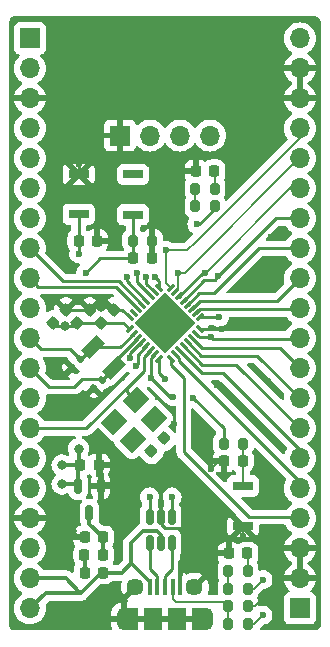
<source format=gbr>
%TF.GenerationSoftware,KiCad,Pcbnew,8.0.4*%
%TF.CreationDate,2025-08-17T17:27:16+02:00*%
%TF.ProjectId,stm32l432kcu6_eval,73746d33-326c-4343-9332-6b6375365f65,rev?*%
%TF.SameCoordinates,Original*%
%TF.FileFunction,Copper,L1,Top*%
%TF.FilePolarity,Positive*%
%FSLAX46Y46*%
G04 Gerber Fmt 4.6, Leading zero omitted, Abs format (unit mm)*
G04 Created by KiCad (PCBNEW 8.0.4) date 2025-08-17 17:27:16*
%MOMM*%
%LPD*%
G01*
G04 APERTURE LIST*
G04 Aperture macros list*
%AMRoundRect*
0 Rectangle with rounded corners*
0 $1 Rounding radius*
0 $2 $3 $4 $5 $6 $7 $8 $9 X,Y pos of 4 corners*
0 Add a 4 corners polygon primitive as box body*
4,1,4,$2,$3,$4,$5,$6,$7,$8,$9,$2,$3,0*
0 Add four circle primitives for the rounded corners*
1,1,$1+$1,$2,$3*
1,1,$1+$1,$4,$5*
1,1,$1+$1,$6,$7*
1,1,$1+$1,$8,$9*
0 Add four rect primitives between the rounded corners*
20,1,$1+$1,$2,$3,$4,$5,0*
20,1,$1+$1,$4,$5,$6,$7,0*
20,1,$1+$1,$6,$7,$8,$9,0*
20,1,$1+$1,$8,$9,$2,$3,0*%
%AMRotRect*
0 Rectangle, with rotation*
0 The origin of the aperture is its center*
0 $1 length*
0 $2 width*
0 $3 Rotation angle, in degrees counterclockwise*
0 Add horizontal line*
21,1,$1,$2,0,0,$3*%
G04 Aperture macros list end*
%TA.AperFunction,SMDPad,CuDef*%
%ADD10R,0.400000X1.350000*%
%TD*%
%TA.AperFunction,ComponentPad*%
%ADD11O,1.200000X1.900000*%
%TD*%
%TA.AperFunction,SMDPad,CuDef*%
%ADD12R,1.200000X1.900000*%
%TD*%
%TA.AperFunction,ComponentPad*%
%ADD13C,1.450000*%
%TD*%
%TA.AperFunction,SMDPad,CuDef*%
%ADD14R,1.500000X1.900000*%
%TD*%
%TA.AperFunction,SMDPad,CuDef*%
%ADD15R,1.700000X0.800000*%
%TD*%
%TA.AperFunction,SMDPad,CuDef*%
%ADD16RoundRect,0.225000X0.225000X0.250000X-0.225000X0.250000X-0.225000X-0.250000X0.225000X-0.250000X0*%
%TD*%
%TA.AperFunction,SMDPad,CuDef*%
%ADD17RoundRect,0.225000X-0.225000X-0.250000X0.225000X-0.250000X0.225000X0.250000X-0.225000X0.250000X0*%
%TD*%
%TA.AperFunction,SMDPad,CuDef*%
%ADD18RoundRect,0.225000X0.017678X-0.335876X0.335876X-0.017678X-0.017678X0.335876X-0.335876X0.017678X0*%
%TD*%
%TA.AperFunction,SMDPad,CuDef*%
%ADD19RoundRect,0.200000X-0.200000X-0.275000X0.200000X-0.275000X0.200000X0.275000X-0.200000X0.275000X0*%
%TD*%
%TA.AperFunction,SMDPad,CuDef*%
%ADD20RoundRect,0.200000X0.200000X0.275000X-0.200000X0.275000X-0.200000X-0.275000X0.200000X-0.275000X0*%
%TD*%
%TA.AperFunction,SMDPad,CuDef*%
%ADD21RoundRect,0.218750X-0.218750X-0.256250X0.218750X-0.256250X0.218750X0.256250X-0.218750X0.256250X0*%
%TD*%
%TA.AperFunction,SMDPad,CuDef*%
%ADD22RoundRect,0.062500X-0.176777X-0.265165X0.265165X0.176777X0.176777X0.265165X-0.265165X-0.176777X0*%
%TD*%
%TA.AperFunction,SMDPad,CuDef*%
%ADD23RoundRect,0.062500X0.176777X-0.265165X0.265165X-0.176777X-0.176777X0.265165X-0.265165X0.176777X0*%
%TD*%
%TA.AperFunction,HeatsinkPad*%
%ADD24C,0.500000*%
%TD*%
%TA.AperFunction,HeatsinkPad*%
%ADD25RotRect,3.650000X3.650000X45.000000*%
%TD*%
%TA.AperFunction,SMDPad,CuDef*%
%ADD26RotRect,1.500000X1.700000X135.000000*%
%TD*%
%TA.AperFunction,SMDPad,CuDef*%
%ADD27RoundRect,0.140000X-0.021213X0.219203X-0.219203X0.021213X0.021213X-0.219203X0.219203X-0.021213X0*%
%TD*%
%TA.AperFunction,SMDPad,CuDef*%
%ADD28RoundRect,0.218750X0.218750X0.256250X-0.218750X0.256250X-0.218750X-0.256250X0.218750X-0.256250X0*%
%TD*%
%TA.AperFunction,ComponentPad*%
%ADD29R,1.700000X1.700000*%
%TD*%
%TA.AperFunction,ComponentPad*%
%ADD30O,1.700000X1.700000*%
%TD*%
%TA.AperFunction,SMDPad,CuDef*%
%ADD31RotRect,1.000000X1.800000X315.000000*%
%TD*%
%TA.AperFunction,SMDPad,CuDef*%
%ADD32RoundRect,0.150000X-0.150000X0.512500X-0.150000X-0.512500X0.150000X-0.512500X0.150000X0.512500X0*%
%TD*%
%TA.AperFunction,ViaPad*%
%ADD33C,0.600000*%
%TD*%
%TA.AperFunction,ViaPad*%
%ADD34C,0.800000*%
%TD*%
%TA.AperFunction,Conductor*%
%ADD35C,0.350000*%
%TD*%
%TA.AperFunction,Conductor*%
%ADD36C,0.250000*%
%TD*%
%TA.AperFunction,Conductor*%
%ADD37C,0.200000*%
%TD*%
%TA.AperFunction,Conductor*%
%ADD38C,0.280000*%
%TD*%
G04 APERTURE END LIST*
D10*
%TO.P,J1,1,VBUS*%
%TO.N,+5V_USB*%
X148700000Y-122337500D03*
%TO.P,J1,2,D-*%
%TO.N,/power_usb/USB_M-*%
X149350000Y-122337500D03*
%TO.P,J1,3,D+*%
%TO.N,/power_usb/USB_M+*%
X150000000Y-122337500D03*
%TO.P,J1,4,ID*%
%TO.N,Net-(J1-ID)*%
X150650000Y-122337500D03*
%TO.P,J1,5,GND*%
%TO.N,GND*%
X151300000Y-122337500D03*
D11*
%TO.P,J1,6,Shield*%
X146500000Y-125037500D03*
D12*
X147100000Y-125037500D03*
D13*
X147500000Y-122337500D03*
D14*
X149000000Y-125037500D03*
X151000000Y-125037500D03*
D13*
X152500000Y-122337500D03*
D12*
X152900000Y-125037500D03*
D11*
X153500000Y-125037500D03*
%TD*%
D15*
%TO.P,S2,1*%
%TO.N,+3V3*%
X147300000Y-87399999D03*
%TO.P,S2,2*%
%TO.N,/connectors_gpios_2_5_4/PH3(BOOT0)*%
X147300000Y-90800001D03*
%TD*%
%TO.P,S3,1*%
%TO.N,GND*%
X156600000Y-117175000D03*
%TO.P,S3,2*%
%TO.N,Net-(C11-Pad1)*%
X156600000Y-113775000D03*
%TD*%
D16*
%TO.P,C11,1*%
%TO.N,Net-(C11-Pad1)*%
X156575000Y-111640000D03*
%TO.P,C11,2*%
%TO.N,GND*%
X155025000Y-111640000D03*
%TD*%
D17*
%TO.P,C9,1*%
%TO.N,/connectors_gpios_2_5_4/NRST*%
X142700000Y-93000000D03*
%TO.P,C9,2*%
%TO.N,GND*%
X144250000Y-93000000D03*
%TD*%
D18*
%TO.P,C3,1*%
%TO.N,+3V3*%
X148851992Y-110848008D03*
%TO.P,C3,2*%
%TO.N,GND*%
X149948008Y-109751992D03*
%TD*%
D19*
%TO.P,R7,1*%
%TO.N,/connectors_gpios_2_5_4/PH3(BOOT0)*%
X147275000Y-93000000D03*
%TO.P,R7,2*%
%TO.N,GND*%
X148925000Y-93000000D03*
%TD*%
D17*
%TO.P,C2,1*%
%TO.N,+3V3*%
X142825000Y-112000000D03*
%TO.P,C2,2*%
%TO.N,GND*%
X144375000Y-112000000D03*
%TD*%
D18*
%TO.P,C8,1*%
%TO.N,+3V3*%
X140551992Y-99948008D03*
%TO.P,C8,2*%
%TO.N,GND*%
X141648008Y-98851992D03*
%TD*%
D20*
%TO.P,R3,1*%
%TO.N,+3V3*%
X157012500Y-122481250D03*
%TO.P,R3,2*%
%TO.N,Net-(R3-Pad2)*%
X155362500Y-122481250D03*
%TD*%
D21*
%TO.P,FB1,1*%
%TO.N,Net-(F1-Pad2)*%
X143187500Y-119600000D03*
%TO.P,FB1,2*%
%TO.N,Net-(U2-VI)*%
X144762500Y-119600000D03*
%TD*%
D22*
%TO.P,U3,1,VDD*%
%TO.N,+3V3*%
X147012474Y-100512652D03*
%TO.P,U3,2,PC14*%
%TO.N,/connectors_gpios_2_5_4/PC14(OSC_IN)*%
X147366027Y-100866206D03*
%TO.P,U3,3,PC15*%
%TO.N,/connectors_gpios_2_5_4/PC15(OSC_OUT)*%
X147719581Y-101219759D03*
%TO.P,U3,4,NRST*%
%TO.N,/connectors_gpios_2_5_4/NRST*%
X148073134Y-101573313D03*
%TO.P,U3,5,VDDA*%
%TO.N,+3V3*%
X148426687Y-101926866D03*
%TO.P,U3,6,PA0*%
%TO.N,/connectors_gpios_2_5_4/PA0*%
X148780241Y-102280419D03*
%TO.P,U3,7,PA1*%
%TO.N,/connectors_gpios_2_5_4/PA1*%
X149133794Y-102633973D03*
%TO.P,U3,8,PA2*%
%TO.N,/connectors_gpios_2_5_4/PA2*%
X149487348Y-102987526D03*
D23*
%TO.P,U3,9,PA3*%
%TO.N,/connectors_gpios_2_5_4/PA3*%
X150512652Y-102987526D03*
%TO.P,U3,10,PA4*%
%TO.N,/connectors_gpios_2_5_4/PA4*%
X150866206Y-102633973D03*
%TO.P,U3,11,PA5*%
%TO.N,/connectors_gpios_2_5_4/PA5*%
X151219759Y-102280419D03*
%TO.P,U3,12,PA6*%
%TO.N,/connectors_gpios_2_5_4/PA6*%
X151573313Y-101926866D03*
%TO.P,U3,13,PA7*%
%TO.N,/connectors_gpios_2_5_4/PA7*%
X151926866Y-101573313D03*
%TO.P,U3,14,PB0*%
%TO.N,/connectors_gpios_2_5_4/PB0*%
X152280419Y-101219759D03*
%TO.P,U3,15,PB1*%
%TO.N,/connectors_gpios_2_5_4/PB1*%
X152633973Y-100866206D03*
%TO.P,U3,16,VSS*%
%TO.N,GND*%
X152987526Y-100512652D03*
D22*
%TO.P,U3,17,VDD*%
%TO.N,+3V3*%
X152987526Y-99487348D03*
%TO.P,U3,18,PA8*%
%TO.N,/connectors_gpios_2_5_4/PA8*%
X152633973Y-99133794D03*
%TO.P,U3,19,PA9*%
%TO.N,/connectors_gpios_2_5_4/PA9*%
X152280419Y-98780241D03*
%TO.P,U3,20,PA10*%
%TO.N,/connectors_gpios_2_5_4/PA10*%
X151926866Y-98426687D03*
%TO.P,U3,21,PA11*%
%TO.N,/connectors_gpios_2_5_4/PA11*%
X151573313Y-98073134D03*
%TO.P,U3,22,PA12*%
%TO.N,/connectors_gpios_2_5_4/PA12*%
X151219759Y-97719581D03*
%TO.P,U3,23,PA13*%
%TO.N,/connectors_gpios_2_5_4/PA13*%
X150866206Y-97366027D03*
%TO.P,U3,24,PA14*%
%TO.N,/connectors_gpios_2_5_4/PA14*%
X150512652Y-97012474D03*
D23*
%TO.P,U3,25,PA15*%
%TO.N,/connectors_gpios_2_5_4/PA15*%
X149487348Y-97012474D03*
%TO.P,U3,26,PB3*%
%TO.N,/connectors_gpios_2_5_4/PB3*%
X149133794Y-97366027D03*
%TO.P,U3,27,PB4*%
%TO.N,/connectors_gpios_2_5_4/PB4*%
X148780241Y-97719581D03*
%TO.P,U3,28,PB5*%
%TO.N,/connectors_gpios_2_5_4/PB5*%
X148426687Y-98073134D03*
%TO.P,U3,29,PB6*%
%TO.N,/connectors_gpios_2_5_4/PB6*%
X148073134Y-98426687D03*
%TO.P,U3,30,PB7*%
%TO.N,/connectors_gpios_2_5_4/PB7*%
X147719581Y-98780241D03*
%TO.P,U3,31,PH3*%
%TO.N,/connectors_gpios_2_5_4/PH3(BOOT)*%
X147366027Y-99133794D03*
%TO.P,U3,32,VSS*%
%TO.N,GND*%
X147012474Y-99487348D03*
D24*
%TO.P,U3,33,VSS*%
X148585786Y-100000000D03*
X149292893Y-100707107D03*
X150000000Y-101414214D03*
X149292893Y-99292893D03*
X150000000Y-100000000D03*
D25*
X150000000Y-100000000D03*
D24*
X150707107Y-100707107D03*
X150000000Y-98585786D03*
X150707107Y-99292893D03*
X151414214Y-100000000D03*
%TD*%
D26*
%TO.P,Y1,1,TRI-STATE*%
%TO.N,+3V3*%
X147279792Y-109875843D03*
%TO.P,Y1,2,GND*%
%TO.N,GND*%
X149075843Y-108079792D03*
%TO.P,Y1,3,OUTPUT*%
%TO.N,/connectors_gpios_2_5_4/PA0*%
X147520208Y-106524157D03*
%TO.P,Y1,4,VDD*%
%TO.N,+3V3*%
X145724157Y-108320208D03*
%TD*%
D20*
%TO.P,R5,1*%
%TO.N,/connectors_gpios_2_5_4/PB1*%
X154212500Y-90100000D03*
%TO.P,R5,2*%
%TO.N,Net-(R5-Pad2)*%
X152562500Y-90100000D03*
%TD*%
D19*
%TO.P,R1,1*%
%TO.N,Net-(J1-ID)*%
X155362500Y-123950000D03*
%TO.P,R1,2*%
%TO.N,GND*%
X157012500Y-123950000D03*
%TD*%
D27*
%TO.P,C4,1*%
%TO.N,/connectors_gpios_2_5_4/PC15(OSC_OUT)*%
X144639411Y-104760589D03*
%TO.P,C4,2*%
%TO.N,GND*%
X143960589Y-105439411D03*
%TD*%
D21*
%TO.P,D2,1,K*%
%TO.N,GND*%
X152600000Y-87100000D03*
%TO.P,D2,2,A*%
%TO.N,Net-(D2-A)*%
X154175000Y-87100000D03*
%TD*%
D27*
%TO.P,C5,1*%
%TO.N,/connectors_gpios_2_5_4/PC14(OSC_IN)*%
X142839411Y-103060589D03*
%TO.P,C5,2*%
%TO.N,GND*%
X142160589Y-103739411D03*
%TD*%
D19*
%TO.P,R8,1*%
%TO.N,/connectors_gpios_2_5_4/PA1*%
X154975000Y-110200000D03*
%TO.P,R8,2*%
%TO.N,Net-(C11-Pad1)*%
X156625000Y-110200000D03*
%TD*%
D16*
%TO.P,C1,1*%
%TO.N,Net-(U2-VI)*%
X144750000Y-118100000D03*
%TO.P,C1,2*%
%TO.N,GND*%
X143200000Y-118100000D03*
%TD*%
D28*
%TO.P,F1,1*%
%TO.N,+5V_USB*%
X144775000Y-121100000D03*
%TO.P,F1,2*%
%TO.N,Net-(F1-Pad2)*%
X143200000Y-121100000D03*
%TD*%
D19*
%TO.P,R4,1*%
%TO.N,Net-(R3-Pad2)*%
X155362500Y-120981250D03*
%TO.P,R4,2*%
%TO.N,Net-(D1-A)*%
X157012500Y-120981250D03*
%TD*%
D29*
%TO.P,J4,1,Pin_1*%
%TO.N,GND*%
X146190000Y-84100000D03*
D30*
%TO.P,J4,2,Pin_2*%
%TO.N,/connectors_gpios_2_5_4/PA14*%
X148730000Y-84100000D03*
%TO.P,J4,3,Pin_3*%
%TO.N,/connectors_gpios_2_5_4/PA13*%
X151270000Y-84100000D03*
%TO.P,J4,4,Pin_4*%
%TO.N,+3V3*%
X153810000Y-84100000D03*
%TD*%
D19*
%TO.P,R6,1*%
%TO.N,Net-(R5-Pad2)*%
X152562500Y-88600000D03*
%TO.P,R6,2*%
%TO.N,Net-(D2-A)*%
X154212500Y-88600000D03*
%TD*%
D18*
%TO.P,C7,1*%
%TO.N,+3V3*%
X142551992Y-99948008D03*
%TO.P,C7,2*%
%TO.N,GND*%
X143648008Y-98851992D03*
%TD*%
D15*
%TO.P,S1,1*%
%TO.N,GND*%
X142700000Y-87374999D03*
%TO.P,S1,2*%
%TO.N,/connectors_gpios_2_5_4/NRST*%
X142700000Y-90775001D03*
%TD*%
D31*
%TO.P,Y2,1*%
%TO.N,/connectors_gpios_2_5_4/PC14(OSC_IN)*%
X143916117Y-102016117D03*
%TO.P,Y2,2,X2*%
%TO.N,/connectors_gpios_2_5_4/PC15(OSC_OUT)*%
X145683883Y-103783883D03*
%TD*%
D18*
%TO.P,C6,1*%
%TO.N,+3V3*%
X144551992Y-99948008D03*
%TO.P,C6,2*%
%TO.N,GND*%
X145648008Y-98851992D03*
%TD*%
D32*
%TO.P,U1,1,I/O1*%
%TO.N,/connectors_gpios_2_5_4/PA12*%
X150599999Y-116362500D03*
%TO.P,U1,2,GND*%
%TO.N,GND*%
X149650000Y-116362500D03*
%TO.P,U1,3,I/O2*%
%TO.N,/connectors_gpios_2_5_4/PA11*%
X148700001Y-116362500D03*
%TO.P,U1,4,I/O2*%
%TO.N,/power_usb/USB_M-*%
X148700001Y-118637500D03*
%TO.P,U1,5,VBUS*%
%TO.N,+5V_USB*%
X149650000Y-118637500D03*
%TO.P,U1,6,I/O1*%
%TO.N,/power_usb/USB_M+*%
X150599999Y-118637500D03*
%TD*%
D17*
%TO.P,C10,1*%
%TO.N,/connectors_gpios_2_5_4/PH3(BOOT0)*%
X147325000Y-94500000D03*
%TO.P,C10,2*%
%TO.N,GND*%
X148875000Y-94500000D03*
%TD*%
D32*
%TO.P,U2,1,GND*%
%TO.N,GND*%
X144550000Y-113762500D03*
%TO.P,U2,2,VO*%
%TO.N,+3V3*%
X142650000Y-113762500D03*
%TO.P,U2,3,VI*%
%TO.N,Net-(U2-VI)*%
X143600000Y-116037500D03*
%TD*%
D19*
%TO.P,R2,1*%
%TO.N,Net-(J1-ID)*%
X155362500Y-125450000D03*
%TO.P,R2,2*%
%TO.N,/connectors_gpios_2_5_4/PA4*%
X157012500Y-125450000D03*
%TD*%
D21*
%TO.P,D1,1,K*%
%TO.N,GND*%
X155400000Y-119481250D03*
%TO.P,D1,2,A*%
%TO.N,Net-(D1-A)*%
X156975000Y-119481250D03*
%TD*%
D29*
%TO.P,J2,1,Pin_1*%
%TO.N,+3V3*%
X138570000Y-75870000D03*
D30*
%TO.P,J2,2,Pin_2*%
X138570000Y-78410000D03*
%TO.P,J2,3,Pin_3*%
%TO.N,GND*%
X138570000Y-80950000D03*
%TO.P,J2,4,Pin_4*%
%TO.N,/connectors_gpios_2_5_4/PA15*%
X138570000Y-83490000D03*
%TO.P,J2,5,Pin_5*%
%TO.N,/connectors_gpios_2_5_4/PB3*%
X138570000Y-86030000D03*
%TO.P,J2,6,Pin_6*%
%TO.N,/connectors_gpios_2_5_4/PB4*%
X138570000Y-88570000D03*
%TO.P,J2,7,Pin_7*%
%TO.N,/connectors_gpios_2_5_4/PB5*%
X138570000Y-91110000D03*
%TO.P,J2,8,Pin_8*%
%TO.N,/connectors_gpios_2_5_4/PB6*%
X138570000Y-93650000D03*
%TO.P,J2,9,Pin_9*%
%TO.N,/connectors_gpios_2_5_4/PB7*%
X138570000Y-96190000D03*
%TO.P,J2,10,Pin_10*%
%TO.N,/connectors_gpios_2_5_4/PH3(BOOT0)*%
X138570000Y-98730000D03*
%TO.P,J2,11,Pin_11*%
%TO.N,/connectors_gpios_2_5_4/PC14(OSC_IN)*%
X138570000Y-101270000D03*
%TO.P,J2,12,Pin_12*%
%TO.N,/connectors_gpios_2_5_4/PC15(OSC_OUT)*%
X138570000Y-103810000D03*
%TO.P,J2,13,Pin_13*%
%TO.N,/connectors_gpios_2_5_4/NRST*%
X138570000Y-106350000D03*
%TO.P,J2,14,Pin_14*%
%TO.N,/connectors_gpios_2_5_4/PA0*%
X138570000Y-108890000D03*
%TO.P,J2,15,Pin_15*%
%TO.N,/connectors_gpios_2_5_4/PA1*%
X138570000Y-111430000D03*
%TO.P,J2,16,Pin_16*%
%TO.N,/connectors_gpios_2_5_4/PA2*%
X138570000Y-113970000D03*
%TO.P,J2,17,Pin_17*%
%TO.N,GND*%
X138570000Y-116510000D03*
%TO.P,J2,18,Pin_18*%
%TO.N,+3V3*%
X138570000Y-119050000D03*
%TO.P,J2,19,Pin_19*%
%TO.N,+5V_USB*%
X138570000Y-121590000D03*
%TO.P,J2,20,Pin_20*%
X138570000Y-124130000D03*
%TD*%
D29*
%TO.P,J3,1,Pin_1*%
%TO.N,+3V3*%
X161430000Y-124130000D03*
D30*
%TO.P,J3,2,Pin_2*%
%TO.N,GND*%
X161430000Y-121590000D03*
%TO.P,J3,3,Pin_3*%
X161430000Y-119050000D03*
%TO.P,J3,4,Pin_4*%
%TO.N,/connectors_gpios_2_5_4/PA3*%
X161430000Y-116510000D03*
%TO.P,J3,5,Pin_5*%
%TO.N,/connectors_gpios_2_5_4/PA4*%
X161430000Y-113970000D03*
%TO.P,J3,6,Pin_6*%
%TO.N,/connectors_gpios_2_5_4/PA5*%
X161430000Y-111430000D03*
%TO.P,J3,7,Pin_7*%
%TO.N,/connectors_gpios_2_5_4/PA6*%
X161430000Y-108890000D03*
%TO.P,J3,8,Pin_8*%
%TO.N,/connectors_gpios_2_5_4/PA7*%
X161430000Y-106350000D03*
%TO.P,J3,9,Pin_9*%
%TO.N,/connectors_gpios_2_5_4/PB0*%
X161430000Y-103810000D03*
%TO.P,J3,10,Pin_10*%
%TO.N,/connectors_gpios_2_5_4/PB1*%
X161430000Y-101270000D03*
%TO.P,J3,11,Pin_11*%
%TO.N,/connectors_gpios_2_5_4/PA8*%
X161430000Y-98730000D03*
%TO.P,J3,12,Pin_12*%
%TO.N,/connectors_gpios_2_5_4/PA9*%
X161430000Y-96190000D03*
%TO.P,J3,13,Pin_13*%
%TO.N,/connectors_gpios_2_5_4/PA10*%
X161430000Y-93650000D03*
%TO.P,J3,14,Pin_14*%
%TO.N,/connectors_gpios_2_5_4/PA11*%
X161430000Y-91110000D03*
%TO.P,J3,15,Pin_15*%
%TO.N,/connectors_gpios_2_5_4/PA12*%
X161430000Y-88570000D03*
%TO.P,J3,16,Pin_16*%
%TO.N,/connectors_gpios_2_5_4/PA13*%
X161430000Y-86030000D03*
%TO.P,J3,17,Pin_17*%
%TO.N,/connectors_gpios_2_5_4/PA14*%
X161430000Y-83490000D03*
%TO.P,J3,18,Pin_18*%
%TO.N,GND*%
X161430000Y-80950000D03*
%TO.P,J3,19,Pin_19*%
X161430000Y-78410000D03*
%TO.P,J3,20,Pin_20*%
%TO.N,+3V3*%
X161430000Y-75870000D03*
%TD*%
D33*
%TO.N,/connectors_gpios_2_5_4/PH3(BOOT0)*%
X143300000Y-95700000D03*
D34*
%TO.N,GND*%
X153000000Y-119400000D03*
D33*
X149650000Y-115100000D03*
X146304563Y-75141750D03*
X150800000Y-108500000D03*
X159004563Y-80221750D03*
X148844563Y-80221750D03*
X153900000Y-112300000D03*
X156464563Y-75141750D03*
D34*
X145900000Y-112000000D03*
D33*
X146304563Y-115781750D03*
X141224563Y-75141750D03*
X156600000Y-118000000D03*
X143764563Y-75141750D03*
X153924563Y-75141750D03*
X141224563Y-80221750D03*
X151384563Y-75141750D03*
X154500000Y-119481250D03*
X148844563Y-77681750D03*
X143764563Y-77681750D03*
X156464563Y-77681750D03*
X143400000Y-106100000D03*
X159004563Y-75141750D03*
X156464563Y-82761750D03*
X159004563Y-77681750D03*
D34*
X144600000Y-98600000D03*
X152000000Y-118700000D03*
D33*
X146304563Y-80221750D03*
X141224563Y-115781750D03*
X154400000Y-105200000D03*
X144300000Y-91700000D03*
X158500000Y-112600000D03*
X158700000Y-104900000D03*
X141224563Y-77681750D03*
X143764563Y-80221750D03*
X142700000Y-86474999D03*
X154800000Y-100512652D03*
X153924563Y-80221750D03*
X143764563Y-82761750D03*
D34*
X144500000Y-110600000D03*
D33*
X148844563Y-75141750D03*
X146304563Y-77681750D03*
X157400000Y-107900000D03*
X159004563Y-82761750D03*
X141224563Y-92921750D03*
X151384563Y-77681750D03*
X156464563Y-80221750D03*
X158200000Y-96000000D03*
X151384563Y-80221750D03*
X151800000Y-117000000D03*
X152600000Y-85900000D03*
X152700000Y-108000000D03*
D34*
X142100000Y-117600000D03*
D33*
X141224563Y-82761750D03*
X159000000Y-92700000D03*
X153924563Y-115781750D03*
X147300000Y-113000000D03*
X158300000Y-123300000D03*
X153924563Y-77681750D03*
X156464563Y-85301750D03*
D34*
X145900000Y-113600000D03*
D33*
X141500000Y-104400000D03*
X141300000Y-94500000D03*
X148900000Y-91800000D03*
D34*
%TO.N,+3V3*%
X141300000Y-112000000D03*
X141500000Y-100200000D03*
X142700000Y-110600000D03*
D33*
X147575000Y-103600000D03*
X154600000Y-99487348D03*
D34*
X141300000Y-113600000D03*
D33*
X158300000Y-121700000D03*
%TO.N,/connectors_gpios_2_5_4/PA14*%
X150100000Y-93800000D03*
%TO.N,/connectors_gpios_2_5_4/PA13*%
X151141542Y-95700000D03*
%TO.N,/connectors_gpios_2_5_4/PA15*%
X149200000Y-96100000D03*
%TO.N,/connectors_gpios_2_5_4/PA11*%
X154500000Y-96025000D03*
X148700001Y-114700001D03*
%TO.N,/connectors_gpios_2_5_4/PA4*%
X158300000Y-124700000D03*
%TO.N,/connectors_gpios_2_5_4/PA2*%
X150000000Y-104700000D03*
%TO.N,/connectors_gpios_2_5_4/PA12*%
X153400000Y-95700000D03*
X150600000Y-114700000D03*
%TO.N,/connectors_gpios_2_5_4/PA1*%
X150700000Y-106200000D03*
X152400000Y-106300000D03*
X148800000Y-104600000D03*
%TO.N,/connectors_gpios_2_5_4/NRST*%
X142700000Y-94100000D03*
X147075000Y-102900000D03*
%TO.N,/connectors_gpios_2_5_4/PB4*%
X147600000Y-95700000D03*
%TO.N,/connectors_gpios_2_5_4/PB1*%
X153900000Y-101200000D03*
X152700000Y-91600000D03*
%TO.N,/connectors_gpios_2_5_4/PB5*%
X146800000Y-96100000D03*
%TO.N,/connectors_gpios_2_5_4/PB3*%
X148399997Y-96100000D03*
%TD*%
D35*
%TO.N,Net-(U2-VI)*%
X144750000Y-118100000D02*
X143600000Y-116950000D01*
X144762500Y-119600000D02*
X144762500Y-118112500D01*
X143600000Y-116950000D02*
X143600000Y-116037500D01*
%TO.N,Net-(F1-Pad2)*%
X143200000Y-121100000D02*
X143200000Y-119612500D01*
%TO.N,+5V_USB*%
X148128383Y-117600000D02*
X149300000Y-117600000D01*
X147137500Y-118590883D02*
X148128383Y-117600000D01*
X146337500Y-121100000D02*
X144775000Y-121100000D01*
X142750000Y-122750000D02*
X141590000Y-121590000D01*
X142950000Y-122750000D02*
X142750000Y-122750000D01*
X148700000Y-122337500D02*
X148700000Y-121862500D01*
X144600000Y-121100000D02*
X144775000Y-121100000D01*
X138570000Y-124130000D02*
X139900000Y-122800000D01*
X141590000Y-121590000D02*
X138570000Y-121590000D01*
X139900000Y-122800000D02*
X142900000Y-122800000D01*
X148700000Y-121862500D02*
X147137500Y-120300000D01*
X149650000Y-117950000D02*
X149650000Y-118637500D01*
X147137500Y-120300000D02*
X146337500Y-121100000D01*
X149300000Y-117600000D02*
X149650000Y-117950000D01*
X147137500Y-120300000D02*
X147137500Y-118590883D01*
X142900000Y-122800000D02*
X144600000Y-121100000D01*
D36*
%TO.N,/connectors_gpios_2_5_4/PH3(BOOT0)*%
X147250000Y-94450000D02*
X147300000Y-94500000D01*
X147275000Y-93000000D02*
X147275000Y-94450000D01*
X147300000Y-90800001D02*
X147300000Y-92975000D01*
X143300000Y-95700000D02*
X144500000Y-94500000D01*
X147275000Y-94450000D02*
X147325000Y-94500000D01*
X147300000Y-92975000D02*
X147275000Y-93000000D01*
X138940000Y-99100000D02*
X138570000Y-98730000D01*
X144500000Y-94500000D02*
X147325000Y-94500000D01*
X147300000Y-92950000D02*
X147250000Y-93000000D01*
X147225000Y-94450000D02*
X147275000Y-94500000D01*
%TO.N,GND*%
X148875000Y-93050000D02*
X148925000Y-93000000D01*
D35*
X144712500Y-113600000D02*
X144550000Y-113762500D01*
X151300000Y-121600000D02*
X151300000Y-121100000D01*
D37*
X157650000Y-123950000D02*
X158300000Y-123300000D01*
D36*
X151800000Y-117000000D02*
X151450000Y-117350000D01*
D37*
X157012500Y-123950000D02*
X157650000Y-123950000D01*
D35*
X145900000Y-113600000D02*
X144712500Y-113600000D01*
D36*
X149975001Y-117350000D02*
X149650000Y-117024999D01*
D35*
X144375000Y-112000000D02*
X145900000Y-112000000D01*
D36*
X142700000Y-87374999D02*
X142700000Y-86474999D01*
D35*
X144500000Y-111875000D02*
X144375000Y-112000000D01*
D36*
X141648008Y-98851992D02*
X143648008Y-98851992D01*
D35*
X151300000Y-121100000D02*
X153000000Y-119400000D01*
X144500000Y-110600000D02*
X144500000Y-111875000D01*
D36*
X148925000Y-91825000D02*
X148925000Y-93000000D01*
X148900000Y-91800000D02*
X148925000Y-91825000D01*
D37*
X143400000Y-106100000D02*
X143400000Y-106000000D01*
D35*
X142100000Y-117600000D02*
X142600000Y-118100000D01*
X144500000Y-113712500D02*
X144550000Y-113762500D01*
X152000000Y-119500000D02*
X151300000Y-120200000D01*
D37*
X156600000Y-117175000D02*
X156600000Y-118000000D01*
D36*
X144300000Y-92950000D02*
X144250000Y-93000000D01*
X146377118Y-98851992D02*
X147012474Y-99487348D01*
X149650000Y-117024999D02*
X149650000Y-116362500D01*
D37*
X146925126Y-99400000D02*
X147012474Y-99487348D01*
X155025000Y-111640000D02*
X154560000Y-111640000D01*
D36*
X152000000Y-118500000D02*
X152000000Y-118700000D01*
X145396016Y-98600000D02*
X145648008Y-98851992D01*
D35*
X142600000Y-118100000D02*
X143200000Y-118100000D01*
X151300000Y-120200000D02*
X151300000Y-121600000D01*
D36*
X143648008Y-98851992D02*
X143900000Y-98600000D01*
D37*
X152600000Y-87100000D02*
X152600000Y-85900000D01*
D35*
X144550000Y-113762500D02*
X144550000Y-112175000D01*
D36*
X151450000Y-117350000D02*
X149975001Y-117350000D01*
X148875000Y-94500000D02*
X148875000Y-93050000D01*
D35*
X151300000Y-121600000D02*
X151300000Y-122337500D01*
D36*
X143900000Y-98600000D02*
X144600000Y-98600000D01*
D37*
X143400000Y-106000000D02*
X143960589Y-105439411D01*
D36*
X149650000Y-115100000D02*
X149650000Y-116362500D01*
X145648008Y-98851992D02*
X146377118Y-98851992D01*
D37*
X154560000Y-111640000D02*
X153900000Y-112300000D01*
D35*
X152000000Y-118700000D02*
X152000000Y-119500000D01*
D37*
X157212500Y-123750000D02*
X157012500Y-123950000D01*
D36*
X149650000Y-116362500D02*
X149650000Y-116750908D01*
X144300000Y-91700000D02*
X144300000Y-92950000D01*
X144600000Y-98600000D02*
X145396016Y-98600000D01*
D37*
X141500000Y-104400000D02*
X142160589Y-103739411D01*
D35*
X144550000Y-112175000D02*
X144375000Y-112000000D01*
D36*
X154800000Y-100512652D02*
X152987526Y-100512652D01*
%TO.N,+3V3*%
X147700000Y-103475000D02*
X147700000Y-102653553D01*
X144551992Y-99948008D02*
X142551992Y-99948008D01*
D37*
X157518750Y-122481250D02*
X157012500Y-122481250D01*
D35*
X142487500Y-113600000D02*
X142650000Y-113762500D01*
D36*
X141500000Y-100200000D02*
X140803984Y-100200000D01*
D35*
X141300000Y-113600000D02*
X142487500Y-113600000D01*
D37*
X158300000Y-121700000D02*
X157518750Y-122481250D01*
D35*
X142825000Y-112000000D02*
X141300000Y-112000000D01*
D36*
X154600000Y-99487348D02*
X152987526Y-99487348D01*
X144551992Y-99948008D02*
X146447830Y-99948008D01*
X142300000Y-100200000D02*
X142551992Y-99948008D01*
X147575000Y-103600000D02*
X147700000Y-103475000D01*
D35*
X142650000Y-113762500D02*
X142650000Y-112175000D01*
D36*
X141500000Y-100200000D02*
X142300000Y-100200000D01*
X140803984Y-100200000D02*
X140551992Y-99948008D01*
D35*
X142700000Y-111875000D02*
X142825000Y-112000000D01*
X142650000Y-112175000D02*
X142825000Y-112000000D01*
X142700000Y-113712500D02*
X142650000Y-113762500D01*
X142700000Y-110600000D02*
X142700000Y-111875000D01*
D36*
X146447830Y-99948008D02*
X147012474Y-100512652D01*
X147700000Y-102653553D02*
X148426687Y-101926866D01*
D37*
%TO.N,/connectors_gpios_2_5_4/PA14*%
X152600000Y-93100000D02*
X151900000Y-93800000D01*
X150100000Y-93800000D02*
X150100000Y-96599822D01*
X151900000Y-93800000D02*
X150100000Y-93800000D01*
X150100000Y-96599822D02*
X150512652Y-97012474D01*
X161430000Y-84270000D02*
X161430000Y-83490000D01*
X152600000Y-93100000D02*
X161430000Y-84270000D01*
%TO.N,/connectors_gpios_2_5_4/PA13*%
X150866206Y-97366027D02*
X151141542Y-97090691D01*
X151700000Y-95700000D02*
X161370000Y-86030000D01*
X151141542Y-84572582D02*
X150969480Y-84400520D01*
D36*
X151600000Y-84430000D02*
X151270000Y-84100000D01*
D37*
X151141542Y-84228458D02*
X151270000Y-84100000D01*
X151141542Y-95700000D02*
X151700000Y-95700000D01*
X151141542Y-97090691D02*
X151141542Y-95700000D01*
X161370000Y-86030000D02*
X161430000Y-86030000D01*
D36*
%TO.N,/connectors_gpios_2_5_4/PA6*%
X156040000Y-103500000D02*
X161430000Y-108890000D01*
X153600000Y-103500000D02*
X153146447Y-103500000D01*
X153600000Y-103500000D02*
X156040000Y-103500000D01*
X153146447Y-103500000D02*
X151573313Y-101926866D01*
%TO.N,/connectors_gpios_2_5_4/PA10*%
X152903553Y-97450000D02*
X154166116Y-97450000D01*
X151926866Y-98426687D02*
X152903553Y-97450000D01*
X157966116Y-93650000D02*
X161430000Y-93650000D01*
X154166116Y-97450000D02*
X157966116Y-93650000D01*
%TO.N,/connectors_gpios_2_5_4/PA9*%
X159520000Y-98100000D02*
X152960660Y-98100000D01*
X161430000Y-96190000D02*
X159520000Y-98100000D01*
X152960660Y-98100000D02*
X152280419Y-98780241D01*
%TO.N,/connectors_gpios_2_5_4/PA15*%
X149487348Y-96387348D02*
X149200000Y-96100000D01*
X149487348Y-97012474D02*
X149487348Y-96387348D01*
X149487348Y-97012474D02*
X149400000Y-96925126D01*
%TO.N,/connectors_gpios_2_5_4/PA3*%
X157116116Y-116400000D02*
X151600000Y-110883884D01*
X161320000Y-116400000D02*
X157116116Y-116400000D01*
X151600000Y-110883884D02*
X151600000Y-104616116D01*
X161430000Y-116510000D02*
X161320000Y-116400000D01*
X150512652Y-103528768D02*
X150512652Y-102987526D01*
X151600000Y-104616116D02*
X150512652Y-103528768D01*
%TO.N,/connectors_gpios_2_5_4/PA0*%
X148200000Y-104008884D02*
X147004442Y-105204442D01*
X146800000Y-105408884D02*
X146800000Y-105803949D01*
X143318884Y-108890000D02*
X138570000Y-108890000D01*
X148200000Y-102860660D02*
X148200000Y-104008884D01*
X147004442Y-105204442D02*
X146800000Y-105408884D01*
X148780241Y-102280419D02*
X148200000Y-102860660D01*
X146800000Y-105803949D02*
X147520208Y-106524157D01*
X147004442Y-105204442D02*
X143318884Y-108890000D01*
%TO.N,/connectors_gpios_2_5_4/PA11*%
X159390000Y-91110000D02*
X161430000Y-91110000D01*
X154500000Y-96025000D02*
X154500000Y-96000000D01*
X154200000Y-96325000D02*
X153321447Y-96325000D01*
X154500000Y-96025000D02*
X154200000Y-96325000D01*
X153321447Y-96325000D02*
X151573313Y-98073134D01*
X148700000Y-114700000D02*
X148700001Y-114700001D01*
X154500000Y-96000000D02*
X159390000Y-91110000D01*
X148700001Y-116362500D02*
X148700001Y-114700001D01*
D37*
%TO.N,/connectors_gpios_2_5_4/PA4*%
X157012500Y-125450000D02*
X156862500Y-125450000D01*
D36*
X151166542Y-103150426D02*
X151166542Y-102934309D01*
D37*
X157550000Y-125450000D02*
X158300000Y-124700000D01*
D36*
X151166542Y-102934309D02*
X150866206Y-102633973D01*
D37*
X157012500Y-125450000D02*
X157550000Y-125450000D01*
D36*
X151758058Y-103741942D02*
X151166542Y-103150426D01*
X161430000Y-113413884D02*
X161430000Y-113970000D01*
X151758058Y-103741942D02*
X161430000Y-113413884D01*
%TO.N,/connectors_gpios_2_5_4/PA5*%
X151219759Y-102280419D02*
X153139340Y-104200000D01*
X153139340Y-104200000D02*
X154900000Y-104200000D01*
X154900000Y-104200000D02*
X161430000Y-110730000D01*
X161430000Y-110730000D02*
X161430000Y-111430000D01*
%TO.N,/connectors_gpios_2_5_4/PA2*%
X149475000Y-102999874D02*
X149487348Y-102987526D01*
X150000000Y-104700000D02*
X149475000Y-104175000D01*
X149475000Y-104175000D02*
X149475000Y-102999874D01*
%TO.N,/connectors_gpios_2_5_4/PA7*%
X153078553Y-102725000D02*
X157805000Y-102725000D01*
X151926866Y-101573313D02*
X153078553Y-102725000D01*
X157805000Y-102725000D02*
X161430000Y-106350000D01*
%TO.N,/connectors_gpios_2_5_4/PA12*%
X153400000Y-95700000D02*
X153239340Y-95700000D01*
X153239340Y-95700000D02*
X151219759Y-97719581D01*
D37*
X153400000Y-95700000D02*
X153500000Y-95700000D01*
X153500000Y-95700000D02*
X160630000Y-88570000D01*
D36*
X150599999Y-116362500D02*
X150599999Y-114700001D01*
D37*
X160630000Y-88570000D02*
X161430000Y-88570000D01*
D36*
X151255114Y-97754936D02*
X151219759Y-97719581D01*
X150599999Y-114700001D02*
X150600000Y-114700000D01*
%TO.N,/connectors_gpios_2_5_4/PA8*%
X152633973Y-99133794D02*
X152967767Y-98800000D01*
X152967767Y-98800000D02*
X161360000Y-98800000D01*
X161360000Y-98800000D02*
X161430000Y-98730000D01*
%TO.N,/connectors_gpios_2_5_4/PA1*%
X148800000Y-102967767D02*
X148800000Y-104600000D01*
X150700000Y-106200000D02*
X150400000Y-106200000D01*
X152400000Y-106300000D02*
X154975000Y-108875000D01*
X149133794Y-102633973D02*
X148800000Y-102967767D01*
X154975000Y-108875000D02*
X154975000Y-110140000D01*
X150400000Y-106200000D02*
X148800000Y-104600000D01*
%TO.N,/connectors_gpios_2_5_4/NRST*%
X142700000Y-92974999D02*
X142700000Y-90775001D01*
X142700000Y-94100000D02*
X142700000Y-92974999D01*
X147699574Y-101873649D02*
X147772798Y-101873649D01*
X147772798Y-101873649D02*
X148073134Y-101573313D01*
X147075000Y-102900000D02*
X147075000Y-102498223D01*
X147075000Y-102498223D02*
X147699574Y-101873649D01*
%TO.N,/connectors_gpios_2_5_4/PC14(OSC_IN)*%
X139500000Y-102200000D02*
X138570000Y-101270000D01*
X146216116Y-102016117D02*
X147366027Y-100866206D01*
X142871645Y-103060589D02*
X143916117Y-102016117D01*
X141978822Y-102200000D02*
X139500000Y-102200000D01*
X142839411Y-103060589D02*
X142871645Y-103060589D01*
X142839411Y-103060589D02*
X141978822Y-102200000D01*
X143916117Y-102016117D02*
X146216116Y-102016117D01*
%TO.N,/connectors_gpios_2_5_4/PB7*%
X147719581Y-98780241D02*
X145839340Y-96900000D01*
X145839340Y-96900000D02*
X139280000Y-96900000D01*
X139280000Y-96900000D02*
X138570000Y-96190000D01*
%TO.N,/connectors_gpios_2_5_4/PB4*%
X148780241Y-97719581D02*
X147600000Y-96539340D01*
X147600000Y-96539340D02*
X147600000Y-95700000D01*
%TO.N,/connectors_gpios_2_5_4/PB1*%
X153900000Y-101200000D02*
X154000000Y-101300000D01*
X152967767Y-101200000D02*
X153900000Y-101200000D01*
X152700000Y-91600000D02*
X152900000Y-91600000D01*
X154212500Y-90287500D02*
X154212500Y-90100000D01*
X154000000Y-101300000D02*
X161400000Y-101300000D01*
X152900000Y-91600000D02*
X154212500Y-90287500D01*
X161400000Y-101300000D02*
X161430000Y-101270000D01*
X152633973Y-100866206D02*
X152967767Y-101200000D01*
%TO.N,/connectors_gpios_2_5_4/PB6*%
X141370000Y-96450000D02*
X138570000Y-93650000D01*
X146096447Y-96450000D02*
X141370000Y-96450000D01*
X148073134Y-98426687D02*
X146096447Y-96450000D01*
%TO.N,/connectors_gpios_2_5_4/PB5*%
X148426687Y-98073134D02*
X146800000Y-96446447D01*
X146800000Y-96446447D02*
X146800000Y-96100000D01*
X148426687Y-98073134D02*
X148373134Y-98073134D01*
D37*
%TO.N,Net-(D1-A)*%
X157012500Y-120981250D02*
X157012500Y-119618750D01*
%TO.N,Net-(D2-A)*%
X154212500Y-88600000D02*
X154212500Y-87137500D01*
X154212500Y-87137500D02*
X154175000Y-87100000D01*
D36*
%TO.N,/power_usb/USB_M-*%
X148650000Y-119025908D02*
X148650000Y-118637500D01*
D38*
X148700001Y-120782501D02*
X149350000Y-121432500D01*
D36*
X148700000Y-119025908D02*
X148700000Y-118637500D01*
D38*
X149350000Y-121432500D02*
X149350000Y-122337500D01*
X148700001Y-118637500D02*
X148700001Y-120782501D01*
D36*
%TO.N,/power_usb/USB_M+*%
X150550000Y-119025908D02*
X150550000Y-118637500D01*
D38*
X150599999Y-118637500D02*
X150599999Y-120832501D01*
D36*
X150600000Y-119025908D02*
X150600000Y-118637500D01*
D38*
X150000000Y-121432500D02*
X150000000Y-122337500D01*
X150599999Y-120832501D02*
X150000000Y-121432500D01*
D37*
%TO.N,Net-(C11-Pad1)*%
X156625000Y-110140000D02*
X156625000Y-111590000D01*
X156575000Y-113750000D02*
X156600000Y-113775000D01*
X156625000Y-111590000D02*
X156575000Y-111640000D01*
X156575000Y-111640000D02*
X156575000Y-113750000D01*
D36*
%TO.N,/connectors_gpios_2_5_4/PC15(OSC_OUT)*%
X145683883Y-103783883D02*
X145683883Y-103252944D01*
X144707177Y-104760589D02*
X145683883Y-103783883D01*
X142300000Y-105400000D02*
X140160000Y-105400000D01*
X142947536Y-104752464D02*
X142300000Y-105400000D01*
X147717068Y-101219759D02*
X147719581Y-101219759D01*
X144639411Y-104760589D02*
X144707177Y-104760589D01*
X144631286Y-104752464D02*
X142947536Y-104752464D01*
X145683883Y-103252944D02*
X147717068Y-101219759D01*
X144639411Y-104760589D02*
X144631286Y-104752464D01*
X140160000Y-105400000D02*
X138570000Y-103810000D01*
%TO.N,/connectors_gpios_2_5_4/PB3*%
X148399997Y-96632230D02*
X148399997Y-96100000D01*
X149133794Y-97366027D02*
X148399997Y-96632230D01*
%TO.N,/connectors_gpios_2_5_4/PB0*%
X153700000Y-102100000D02*
X159720000Y-102100000D01*
X152280419Y-101219759D02*
X153160660Y-102100000D01*
X159720000Y-102100000D02*
X161430000Y-103810000D01*
X153160660Y-102100000D02*
X153700000Y-102100000D01*
D37*
%TO.N,Net-(J1-ID)*%
X155012500Y-123600000D02*
X150900000Y-123600000D01*
X155362500Y-125450000D02*
X155512500Y-125450000D01*
X155362500Y-123950000D02*
X155012500Y-123600000D01*
X150900000Y-123600000D02*
X150650000Y-123350000D01*
X150650000Y-123350000D02*
X150650000Y-122337500D01*
X155362500Y-125450000D02*
X155362500Y-123950000D01*
%TO.N,Net-(R3-Pad2)*%
X155362500Y-122481250D02*
X155362500Y-120981250D01*
%TO.N,Net-(R5-Pad2)*%
X152562500Y-90100000D02*
X152562500Y-88600000D01*
%TD*%
%TA.AperFunction,Conductor*%
%TO.N,GND*%
G36*
X162706922Y-74001280D02*
G01*
X162797266Y-74011459D01*
X162824331Y-74017636D01*
X162903540Y-74045352D01*
X162928553Y-74057398D01*
X162999606Y-74102043D01*
X163021313Y-74119355D01*
X163080644Y-74178686D01*
X163097957Y-74200395D01*
X163142600Y-74271444D01*
X163154648Y-74296462D01*
X163182362Y-74375666D01*
X163188540Y-74402735D01*
X163198720Y-74493076D01*
X163199500Y-74506961D01*
X163199500Y-125493038D01*
X163198720Y-125506923D01*
X163188540Y-125597264D01*
X163182362Y-125624333D01*
X163154648Y-125703537D01*
X163142600Y-125728555D01*
X163097957Y-125799604D01*
X163080644Y-125821313D01*
X163021313Y-125880644D01*
X162999604Y-125897957D01*
X162928555Y-125942600D01*
X162903537Y-125954648D01*
X162824333Y-125982362D01*
X162797264Y-125988540D01*
X162717075Y-125997576D01*
X162706921Y-125998720D01*
X162693038Y-125999500D01*
X158149096Y-125999500D01*
X158082057Y-125979815D01*
X158036302Y-125927011D01*
X158026358Y-125857853D01*
X158055383Y-125794297D01*
X158061415Y-125787819D01*
X158182178Y-125667056D01*
X158318535Y-125530698D01*
X158379856Y-125497215D01*
X158392311Y-125495163D01*
X158479255Y-125485368D01*
X158649522Y-125425789D01*
X158802262Y-125329816D01*
X158929816Y-125202262D01*
X159025789Y-125049522D01*
X159085368Y-124879255D01*
X159087539Y-124859989D01*
X159105565Y-124700003D01*
X159105565Y-124699996D01*
X159085369Y-124520750D01*
X159085368Y-124520745D01*
X159079262Y-124503295D01*
X159025789Y-124350478D01*
X158929816Y-124197738D01*
X158802262Y-124070184D01*
X158649523Y-123974211D01*
X158479254Y-123914631D01*
X158479249Y-123914630D01*
X158300004Y-123894435D01*
X158299996Y-123894435D01*
X158120750Y-123914630D01*
X158120742Y-123914632D01*
X158077453Y-123929780D01*
X158007674Y-123933341D01*
X157947047Y-123898612D01*
X157914820Y-123836619D01*
X157912499Y-123812738D01*
X157912499Y-123618417D01*
X157906091Y-123547897D01*
X157906090Y-123547892D01*
X157855518Y-123385603D01*
X157791835Y-123280258D01*
X157773999Y-123212704D01*
X157791834Y-123151961D01*
X157855978Y-123045856D01*
X157870693Y-122998629D01*
X157901398Y-122947838D01*
X157926784Y-122922452D01*
X157999270Y-122849966D01*
X157999270Y-122849964D01*
X158009474Y-122839761D01*
X158009478Y-122839756D01*
X158318535Y-122530698D01*
X158379856Y-122497215D01*
X158392311Y-122495163D01*
X158479255Y-122485368D01*
X158649522Y-122425789D01*
X158802262Y-122329816D01*
X158929816Y-122202262D01*
X159025789Y-122049522D01*
X159085368Y-121879255D01*
X159089791Y-121840000D01*
X159105565Y-121700003D01*
X159105565Y-121699996D01*
X159085369Y-121520750D01*
X159085368Y-121520745D01*
X159037325Y-121383446D01*
X159025789Y-121350478D01*
X158929816Y-121197738D01*
X158802262Y-121070184D01*
X158721332Y-121019332D01*
X158649523Y-120974211D01*
X158479254Y-120914631D01*
X158479249Y-120914630D01*
X158300004Y-120894435D01*
X158299996Y-120894435D01*
X158120750Y-120914630D01*
X158120738Y-120914633D01*
X158077953Y-120929604D01*
X158008174Y-120933165D01*
X157947547Y-120898435D01*
X157915321Y-120836441D01*
X157913000Y-120812562D01*
X157913000Y-120649636D01*
X157906586Y-120579057D01*
X157906586Y-120579054D01*
X157855978Y-120416644D01*
X157778304Y-120288156D01*
X157760469Y-120220605D01*
X157778882Y-120158914D01*
X157850049Y-120043537D01*
X157902936Y-119883935D01*
X157913000Y-119785424D01*
X157913000Y-119177076D01*
X157902936Y-119078565D01*
X157850049Y-118918963D01*
X157850045Y-118918957D01*
X157850044Y-118918954D01*
X157761783Y-118775862D01*
X157761780Y-118775858D01*
X157642891Y-118656969D01*
X157642887Y-118656966D01*
X157499795Y-118568705D01*
X157499789Y-118568702D01*
X157499787Y-118568701D01*
X157340185Y-118515814D01*
X157340183Y-118515813D01*
X157241681Y-118505750D01*
X157241674Y-118505750D01*
X156708326Y-118505750D01*
X156708318Y-118505750D01*
X156609816Y-118515813D01*
X156609815Y-118515814D01*
X156530719Y-118542023D01*
X156450215Y-118568700D01*
X156450204Y-118568705D01*
X156307112Y-118656966D01*
X156307107Y-118656969D01*
X156274827Y-118689250D01*
X156213503Y-118722735D01*
X156143812Y-118717749D01*
X156099467Y-118689250D01*
X156067580Y-118657364D01*
X155924577Y-118569158D01*
X155924572Y-118569156D01*
X155765083Y-118516307D01*
X155666650Y-118506250D01*
X155650000Y-118506250D01*
X155650000Y-119607250D01*
X155630315Y-119674289D01*
X155577511Y-119720044D01*
X155526000Y-119731250D01*
X154462501Y-119731250D01*
X154462501Y-119785402D01*
X154472556Y-119883833D01*
X154525406Y-120043322D01*
X154525411Y-120043333D01*
X154596405Y-120158431D01*
X154614846Y-120225823D01*
X154596984Y-120287677D01*
X154519023Y-120416641D01*
X154519022Y-120416643D01*
X154519022Y-120416644D01*
X154517457Y-120421666D01*
X154468413Y-120579057D01*
X154462000Y-120649636D01*
X154462000Y-121312863D01*
X154468413Y-121383442D01*
X154468413Y-121383444D01*
X154468414Y-121383446D01*
X154479857Y-121420169D01*
X154519022Y-121545856D01*
X154592317Y-121667100D01*
X154610153Y-121734655D01*
X154592317Y-121795400D01*
X154519022Y-121916643D01*
X154468413Y-122079057D01*
X154467419Y-122090000D01*
X154462000Y-122149634D01*
X154462000Y-122812866D01*
X154462930Y-122823096D01*
X154466672Y-122864278D01*
X154453135Y-122932824D01*
X154404689Y-122983170D01*
X154343181Y-122999500D01*
X153737583Y-122999500D01*
X153670544Y-122979815D01*
X153624789Y-122927011D01*
X153614845Y-122857853D01*
X153625201Y-122823096D01*
X153655517Y-122758081D01*
X153655522Y-122758067D01*
X153710995Y-122551037D01*
X153710997Y-122551027D01*
X153729679Y-122337500D01*
X153729679Y-122337499D01*
X153710997Y-122123972D01*
X153710995Y-122123962D01*
X153655522Y-121916932D01*
X153655518Y-121916923D01*
X153564933Y-121722662D01*
X153525172Y-121665879D01*
X152921725Y-122269325D01*
X152896037Y-122173456D01*
X152840084Y-122076544D01*
X152760956Y-121997416D01*
X152664044Y-121941463D01*
X152568172Y-121915774D01*
X153171621Y-121312325D01*
X153114840Y-121272567D01*
X153114838Y-121272566D01*
X152920576Y-121181981D01*
X152920567Y-121181977D01*
X152713537Y-121126504D01*
X152713527Y-121126502D01*
X152500001Y-121107821D01*
X152499999Y-121107821D01*
X152286472Y-121126502D01*
X152286462Y-121126504D01*
X152079432Y-121181977D01*
X152079418Y-121181982D01*
X151908257Y-121261796D01*
X151839180Y-121272288D01*
X151781543Y-121248681D01*
X151742093Y-121219149D01*
X151742086Y-121219145D01*
X151607379Y-121168903D01*
X151607372Y-121168901D01*
X151547844Y-121162500D01*
X151500000Y-121162500D01*
X151500000Y-121323065D01*
X151480315Y-121390104D01*
X151427511Y-121435859D01*
X151358353Y-121445803D01*
X151294797Y-121416778D01*
X151276734Y-121397376D01*
X151207547Y-121304955D01*
X151199707Y-121299086D01*
X151157837Y-121243152D01*
X151152853Y-121173460D01*
X151166316Y-121142104D01*
X151164734Y-121141258D01*
X151167599Y-121135896D01*
X151167603Y-121135891D01*
X151215885Y-121019328D01*
X151240499Y-120895585D01*
X151240499Y-120769417D01*
X151240499Y-119629877D01*
X151260184Y-119562838D01*
X151266520Y-119553876D01*
X151268077Y-119551867D01*
X151268080Y-119551865D01*
X151351743Y-119410398D01*
X151397597Y-119252569D01*
X151400499Y-119215694D01*
X151400499Y-119177099D01*
X154462500Y-119177099D01*
X154462500Y-119231250D01*
X155150000Y-119231250D01*
X155150000Y-118506249D01*
X155133356Y-118506250D01*
X155034915Y-118516307D01*
X154875427Y-118569156D01*
X154875422Y-118569158D01*
X154732419Y-118657364D01*
X154613614Y-118776169D01*
X154525408Y-118919172D01*
X154525406Y-118919177D01*
X154472557Y-119078666D01*
X154462500Y-119177099D01*
X151400499Y-119177099D01*
X151400499Y-118074999D01*
X156053552Y-118074999D01*
X156053553Y-118075000D01*
X157146447Y-118075000D01*
X157146447Y-118074999D01*
X156600000Y-117528553D01*
X156053552Y-118074999D01*
X151400499Y-118074999D01*
X151400499Y-118059306D01*
X151397597Y-118022431D01*
X151383526Y-117974000D01*
X151351744Y-117864606D01*
X151351743Y-117864603D01*
X151351743Y-117864602D01*
X151268080Y-117723135D01*
X151268078Y-117723133D01*
X151268075Y-117723129D01*
X151151869Y-117606923D01*
X151151866Y-117606921D01*
X151151864Y-117606919D01*
X151151548Y-117606732D01*
X151151352Y-117606522D01*
X151145701Y-117602139D01*
X151146408Y-117601227D01*
X151103865Y-117555664D01*
X151091361Y-117486923D01*
X151118005Y-117422333D01*
X151145920Y-117398144D01*
X151145701Y-117397861D01*
X151150910Y-117393820D01*
X151151549Y-117393267D01*
X151151864Y-117393081D01*
X151268080Y-117276865D01*
X151351743Y-117135398D01*
X151392429Y-116995357D01*
X151397596Y-116977573D01*
X151397597Y-116977567D01*
X151397918Y-116973486D01*
X151400499Y-116940694D01*
X151400499Y-116727155D01*
X155250000Y-116727155D01*
X155250000Y-117622844D01*
X155256401Y-117682372D01*
X155256403Y-117682379D01*
X155306645Y-117817086D01*
X155306649Y-117817093D01*
X155392808Y-117932185D01*
X155392813Y-117932190D01*
X155447967Y-117973479D01*
X155447968Y-117973478D01*
X156246447Y-117175000D01*
X155447967Y-116376520D01*
X155447966Y-116376520D01*
X155392810Y-116417811D01*
X155392809Y-116417812D01*
X155306649Y-116532906D01*
X155306645Y-116532913D01*
X155256403Y-116667620D01*
X155256401Y-116667627D01*
X155250000Y-116727155D01*
X151400499Y-116727155D01*
X151400499Y-115784306D01*
X151397597Y-115747431D01*
X151390099Y-115721624D01*
X151351744Y-115589606D01*
X151351743Y-115589603D01*
X151351743Y-115589602D01*
X151268080Y-115448135D01*
X151268078Y-115448133D01*
X151268075Y-115448129D01*
X151261818Y-115441872D01*
X151228333Y-115380549D01*
X151225499Y-115354191D01*
X151225499Y-115244856D01*
X151244505Y-115178884D01*
X151325789Y-115049522D01*
X151385368Y-114879255D01*
X151389634Y-114841395D01*
X151405565Y-114700003D01*
X151405565Y-114699996D01*
X151385369Y-114520750D01*
X151385368Y-114520745D01*
X151354894Y-114433655D01*
X151325789Y-114350478D01*
X151319641Y-114340694D01*
X151277036Y-114272888D01*
X151229816Y-114197738D01*
X151102262Y-114070184D01*
X151010459Y-114012500D01*
X150949523Y-113974211D01*
X150779254Y-113914631D01*
X150779249Y-113914630D01*
X150600004Y-113894435D01*
X150599996Y-113894435D01*
X150420750Y-113914630D01*
X150420745Y-113914631D01*
X150250476Y-113974211D01*
X150097737Y-114070184D01*
X149970184Y-114197737D01*
X149874211Y-114350476D01*
X149814631Y-114520745D01*
X149814630Y-114520750D01*
X149794435Y-114699996D01*
X149794435Y-114700003D01*
X149814630Y-114879249D01*
X149814631Y-114879254D01*
X149874211Y-115049523D01*
X149889803Y-115074337D01*
X149908803Y-115141574D01*
X149900000Y-115170459D01*
X149900000Y-115468183D01*
X149882732Y-115531303D01*
X149848256Y-115589599D01*
X149848253Y-115589606D01*
X149802401Y-115747426D01*
X149802400Y-115747432D01*
X149799499Y-115784298D01*
X149799499Y-116488500D01*
X149779814Y-116555539D01*
X149727010Y-116601294D01*
X149675499Y-116612500D01*
X149624501Y-116612500D01*
X149557462Y-116592815D01*
X149511707Y-116540011D01*
X149500501Y-116488500D01*
X149500501Y-115784313D01*
X149500500Y-115784298D01*
X149497599Y-115747432D01*
X149497598Y-115747426D01*
X149451746Y-115589606D01*
X149451745Y-115589603D01*
X149451745Y-115589602D01*
X149444064Y-115576614D01*
X149417268Y-115531303D01*
X149400000Y-115468183D01*
X149400000Y-115179515D01*
X149395159Y-115171426D01*
X149397391Y-115101592D01*
X149410199Y-115074336D01*
X149425788Y-115049526D01*
X149425787Y-115049526D01*
X149425790Y-115049523D01*
X149485369Y-114879256D01*
X149485652Y-114876744D01*
X149505566Y-114700004D01*
X149505566Y-114699997D01*
X149485370Y-114520751D01*
X149485369Y-114520746D01*
X149454897Y-114433663D01*
X149425790Y-114350479D01*
X149419613Y-114340649D01*
X149345616Y-114222883D01*
X149329817Y-114197739D01*
X149202263Y-114070185D01*
X149202261Y-114070184D01*
X149049524Y-113974212D01*
X148879255Y-113914632D01*
X148879250Y-113914631D01*
X148700005Y-113894436D01*
X148699997Y-113894436D01*
X148520751Y-113914631D01*
X148520746Y-113914632D01*
X148350477Y-113974212D01*
X148197738Y-114070185D01*
X148070185Y-114197738D01*
X147974212Y-114350477D01*
X147914632Y-114520746D01*
X147914631Y-114520751D01*
X147894436Y-114699997D01*
X147894436Y-114700004D01*
X147914631Y-114879250D01*
X147914632Y-114879255D01*
X147974212Y-115049525D01*
X148055494Y-115178882D01*
X148074501Y-115244855D01*
X148074501Y-115354191D01*
X148054816Y-115421230D01*
X148038182Y-115441872D01*
X148031924Y-115448129D01*
X148031918Y-115448137D01*
X147948256Y-115589603D01*
X147948255Y-115589606D01*
X147902403Y-115747426D01*
X147902402Y-115747432D01*
X147899501Y-115784298D01*
X147899501Y-116880796D01*
X147879816Y-116947835D01*
X147827012Y-116993590D01*
X147822954Y-116995357D01*
X147808412Y-117001380D01*
X147808411Y-117001380D01*
X147697781Y-117075301D01*
X147697773Y-117075307D01*
X146612807Y-118160273D01*
X146612804Y-118160277D01*
X146538883Y-118270907D01*
X146538878Y-118270917D01*
X146487959Y-118393846D01*
X146487957Y-118393853D01*
X146467320Y-118497607D01*
X146467300Y-118497708D01*
X146465601Y-118506249D01*
X146462000Y-118524352D01*
X146462000Y-119968837D01*
X146442315Y-120035876D01*
X146425681Y-120056518D01*
X146094018Y-120388181D01*
X146032695Y-120421666D01*
X146006337Y-120424500D01*
X145697989Y-120424500D01*
X145630950Y-120404815D01*
X145585195Y-120352011D01*
X145575251Y-120282853D01*
X145592450Y-120235403D01*
X145599462Y-120224035D01*
X145637549Y-120162287D01*
X145690436Y-120002685D01*
X145700500Y-119904174D01*
X145700500Y-119295826D01*
X145690436Y-119197315D01*
X145637549Y-119037713D01*
X145637545Y-119037707D01*
X145637544Y-119037704D01*
X145560538Y-118912859D01*
X145542097Y-118845467D01*
X145560537Y-118782665D01*
X145637003Y-118658697D01*
X145690349Y-118497708D01*
X145700500Y-118398345D01*
X145700499Y-117801656D01*
X145692477Y-117723129D01*
X145690349Y-117702292D01*
X145690348Y-117702289D01*
X145684299Y-117684035D01*
X145637003Y-117541303D01*
X145636999Y-117541297D01*
X145636998Y-117541294D01*
X145547970Y-117396959D01*
X145547967Y-117396955D01*
X145428044Y-117277032D01*
X145428040Y-117277029D01*
X145283705Y-117188001D01*
X145283699Y-117187998D01*
X145283697Y-117187997D01*
X145282433Y-117187578D01*
X145122709Y-117134651D01*
X145023352Y-117124500D01*
X145023345Y-117124500D01*
X144781163Y-117124500D01*
X144714124Y-117104815D01*
X144693482Y-117088181D01*
X144417996Y-116812695D01*
X144384511Y-116751372D01*
X144386602Y-116690416D01*
X144393225Y-116667620D01*
X144397598Y-116652569D01*
X144400500Y-116615694D01*
X144400500Y-115459306D01*
X144397598Y-115422431D01*
X144397249Y-115421230D01*
X144351745Y-115264606D01*
X144351744Y-115264603D01*
X144351744Y-115264602D01*
X144268081Y-115123135D01*
X144268078Y-115123132D01*
X144263298Y-115116969D01*
X144264982Y-115115662D01*
X144236757Y-115063972D01*
X144241741Y-114994280D01*
X144273752Y-114946557D01*
X144299998Y-114922295D01*
X144800000Y-114922295D01*
X144800001Y-114922295D01*
X144802486Y-114922100D01*
X144960198Y-114876281D01*
X145101552Y-114792685D01*
X145101561Y-114792678D01*
X145217678Y-114676561D01*
X145217685Y-114676552D01*
X145301282Y-114535196D01*
X145301283Y-114535193D01*
X145347099Y-114377495D01*
X145347100Y-114377489D01*
X145349999Y-114340649D01*
X145350000Y-114340634D01*
X145350000Y-114012500D01*
X144800000Y-114012500D01*
X144800000Y-114922295D01*
X144299998Y-114922295D01*
X144300000Y-114922293D01*
X144300000Y-114012500D01*
X143750000Y-114012500D01*
X143750000Y-114340649D01*
X143752899Y-114377489D01*
X143752900Y-114377495D01*
X143798716Y-114535193D01*
X143798717Y-114535196D01*
X143886288Y-114683271D01*
X143884566Y-114684288D01*
X143906257Y-114739545D01*
X143892572Y-114808062D01*
X143844017Y-114858303D01*
X143782742Y-114874500D01*
X143417895Y-114874500D01*
X143350856Y-114854815D01*
X143305101Y-114802011D01*
X143295157Y-114732853D01*
X143315671Y-114684503D01*
X143314110Y-114683580D01*
X143352422Y-114618797D01*
X143401744Y-114535398D01*
X143447598Y-114377569D01*
X143450500Y-114340694D01*
X143450500Y-113184306D01*
X143447598Y-113147431D01*
X143443309Y-113132669D01*
X143402406Y-112991880D01*
X143402605Y-112922011D01*
X143440547Y-112863341D01*
X143456373Y-112851755D01*
X143503044Y-112822968D01*
X143512668Y-112813343D01*
X143573987Y-112779856D01*
X143643679Y-112784835D01*
X143688034Y-112813339D01*
X143697268Y-112822573D01*
X143744199Y-112851520D01*
X143790924Y-112903468D01*
X143802147Y-112972430D01*
X143798180Y-112991653D01*
X143752899Y-113147510D01*
X143750000Y-113184350D01*
X143750000Y-113512500D01*
X144300000Y-113512500D01*
X144300000Y-113018000D01*
X144249000Y-113018000D01*
X144181961Y-112998315D01*
X144136206Y-112945511D01*
X144125000Y-112894000D01*
X144125000Y-112557000D01*
X144625000Y-112557000D01*
X144676000Y-112557000D01*
X144743039Y-112576685D01*
X144788794Y-112629489D01*
X144800000Y-112681000D01*
X144800000Y-113512500D01*
X145350000Y-113512500D01*
X145350000Y-113184365D01*
X145349999Y-113184350D01*
X145347100Y-113147510D01*
X145347099Y-113147504D01*
X145301283Y-112989806D01*
X145301282Y-112989803D01*
X145217685Y-112848447D01*
X145217678Y-112848438D01*
X145203523Y-112834283D01*
X145170038Y-112772960D01*
X145175022Y-112703268D01*
X145185666Y-112681504D01*
X145261544Y-112558488D01*
X145261547Y-112558481D01*
X145314855Y-112397606D01*
X145324999Y-112298322D01*
X145325000Y-112298309D01*
X145325000Y-112250000D01*
X144625000Y-112250000D01*
X144625000Y-112557000D01*
X144125000Y-112557000D01*
X144125000Y-111750000D01*
X144625000Y-111750000D01*
X145324999Y-111750000D01*
X145324999Y-111701692D01*
X145324998Y-111701677D01*
X145314855Y-111602392D01*
X145261547Y-111441518D01*
X145261542Y-111441507D01*
X145172575Y-111297271D01*
X145172572Y-111297267D01*
X145052732Y-111177427D01*
X145052728Y-111177424D01*
X144908492Y-111088457D01*
X144908481Y-111088452D01*
X144747606Y-111035144D01*
X144648322Y-111025000D01*
X144625000Y-111025000D01*
X144625000Y-111750000D01*
X144125000Y-111750000D01*
X144125000Y-111024999D01*
X144101693Y-111025000D01*
X144101674Y-111025001D01*
X144002392Y-111035144D01*
X143841518Y-111088452D01*
X143841507Y-111088457D01*
X143697271Y-111177424D01*
X143697265Y-111177428D01*
X143688031Y-111186663D01*
X143626707Y-111220146D01*
X143557015Y-111215159D01*
X143512672Y-111186660D01*
X143509217Y-111183205D01*
X143475732Y-111121882D01*
X143480716Y-111052190D01*
X143489503Y-111033539D01*
X143527179Y-110968284D01*
X143585674Y-110788256D01*
X143605460Y-110600000D01*
X143585674Y-110411744D01*
X143527179Y-110231716D01*
X143432533Y-110067784D01*
X143305871Y-109927112D01*
X143305870Y-109927111D01*
X143152734Y-109815851D01*
X143152729Y-109815848D01*
X143011075Y-109752779D01*
X142957838Y-109707529D01*
X142937517Y-109640680D01*
X142956563Y-109573456D01*
X143008929Y-109527201D01*
X143061511Y-109515500D01*
X143380492Y-109515500D01*
X143380492Y-109515499D01*
X143455902Y-109500500D01*
X143455903Y-109500500D01*
X143467338Y-109498225D01*
X143501336Y-109491463D01*
X143537549Y-109476463D01*
X143615170Y-109444312D01*
X143666393Y-109410084D01*
X143717617Y-109375858D01*
X143804742Y-109288733D01*
X143804743Y-109288731D01*
X143811809Y-109281665D01*
X143811812Y-109281661D01*
X144206083Y-108887390D01*
X144267406Y-108853905D01*
X144337098Y-108858889D01*
X144381445Y-108887390D01*
X145333387Y-109839332D01*
X145333397Y-109839341D01*
X145380072Y-109876956D01*
X145510988Y-109936744D01*
X145530823Y-109939595D01*
X145552231Y-109942673D01*
X145615788Y-109971696D01*
X145653563Y-110030474D01*
X145657325Y-110047763D01*
X145663255Y-110089006D01*
X145663257Y-110089014D01*
X145723041Y-110219922D01*
X145723045Y-110219929D01*
X145732543Y-110231715D01*
X145760663Y-110266609D01*
X146889026Y-111394971D01*
X146889030Y-111394974D01*
X146889032Y-111394976D01*
X146935707Y-111432591D01*
X147066621Y-111492378D01*
X147066622Y-111492378D01*
X147066624Y-111492379D01*
X147209081Y-111512860D01*
X147351539Y-111492379D01*
X147482454Y-111432591D01*
X147529137Y-111394972D01*
X147713528Y-111210580D01*
X147774851Y-111177095D01*
X147844542Y-111182079D01*
X147900476Y-111223950D01*
X147905302Y-111230877D01*
X147905840Y-111231708D01*
X147905843Y-111231713D01*
X147968925Y-111309151D01*
X148390849Y-111731073D01*
X148468287Y-111794157D01*
X148468290Y-111794158D01*
X148468292Y-111794160D01*
X148619841Y-111870270D01*
X148619845Y-111870272D01*
X148784871Y-111909384D01*
X148784873Y-111909384D01*
X148954467Y-111909384D01*
X148954469Y-111909384D01*
X149119495Y-111870272D01*
X149271052Y-111794157D01*
X149348491Y-111731075D01*
X149735057Y-111344507D01*
X149798141Y-111267068D01*
X149874256Y-111115511D01*
X149913368Y-110950485D01*
X149913368Y-110936868D01*
X149933053Y-110869829D01*
X149985857Y-110824074D01*
X150037368Y-110812868D01*
X150050424Y-110812868D01*
X150215342Y-110773781D01*
X150366786Y-110697723D01*
X150366793Y-110697718D01*
X150444165Y-110634691D01*
X150444180Y-110634677D01*
X150762819Y-110316038D01*
X150824142Y-110282553D01*
X150893833Y-110287537D01*
X150949767Y-110329408D01*
X150974184Y-110394873D01*
X150974500Y-110403719D01*
X150974500Y-110945493D01*
X150979033Y-110968281D01*
X150979033Y-110968283D01*
X150998535Y-111066328D01*
X150998539Y-111066342D01*
X151012274Y-111099501D01*
X151045685Y-111180165D01*
X151045691Y-111180176D01*
X151075948Y-111225456D01*
X151075949Y-111225459D01*
X151075950Y-111225459D01*
X151114141Y-111282617D01*
X151205586Y-111374062D01*
X151205608Y-111374082D01*
X156010481Y-116178955D01*
X156043966Y-116240278D01*
X156042288Y-116263736D01*
X156600000Y-116821447D01*
X157752031Y-117973479D01*
X157807189Y-117932187D01*
X157807190Y-117932186D01*
X157893352Y-117817088D01*
X157893354Y-117817086D01*
X157943596Y-117682379D01*
X157943598Y-117682372D01*
X157949999Y-117622844D01*
X157950000Y-117622827D01*
X157950000Y-117149500D01*
X157969685Y-117082461D01*
X158022489Y-117036706D01*
X158074000Y-117025500D01*
X160101272Y-117025500D01*
X160168311Y-117045185D01*
X160213654Y-117097095D01*
X160255964Y-117187829D01*
X160255965Y-117187831D01*
X160361242Y-117338182D01*
X160390948Y-117380606D01*
X160391501Y-117381395D01*
X160391506Y-117381402D01*
X160558597Y-117548493D01*
X160558603Y-117548498D01*
X160744594Y-117678730D01*
X160788219Y-117733307D01*
X160795413Y-117802805D01*
X160763890Y-117865160D01*
X160744595Y-117881880D01*
X160558922Y-118011890D01*
X160558920Y-118011891D01*
X160391891Y-118178920D01*
X160391886Y-118178926D01*
X160256400Y-118372420D01*
X160256399Y-118372422D01*
X160156570Y-118586507D01*
X160156567Y-118586513D01*
X160099364Y-118799999D01*
X160099364Y-118800000D01*
X160996988Y-118800000D01*
X160964075Y-118857007D01*
X160930000Y-118984174D01*
X160930000Y-119115826D01*
X160964075Y-119242993D01*
X160996988Y-119300000D01*
X160099364Y-119300000D01*
X160156567Y-119513486D01*
X160156570Y-119513492D01*
X160256399Y-119727578D01*
X160391894Y-119921082D01*
X160558917Y-120088105D01*
X160745031Y-120218425D01*
X160788656Y-120273003D01*
X160795848Y-120342501D01*
X160764326Y-120404856D01*
X160745031Y-120421575D01*
X160558922Y-120551890D01*
X160558920Y-120551891D01*
X160391891Y-120718920D01*
X160391886Y-120718926D01*
X160256400Y-120912420D01*
X160256399Y-120912422D01*
X160156570Y-121126507D01*
X160156567Y-121126513D01*
X160099364Y-121339999D01*
X160099364Y-121340000D01*
X160996988Y-121340000D01*
X160964075Y-121397007D01*
X160930000Y-121524174D01*
X160930000Y-121655826D01*
X160964075Y-121782993D01*
X160996988Y-121840000D01*
X160099364Y-121840000D01*
X160156567Y-122053486D01*
X160156570Y-122053492D01*
X160256399Y-122267578D01*
X160391894Y-122461082D01*
X160513946Y-122583134D01*
X160547431Y-122644457D01*
X160542447Y-122714149D01*
X160500575Y-122770082D01*
X160469598Y-122786997D01*
X160337671Y-122836202D01*
X160337664Y-122836206D01*
X160222455Y-122922452D01*
X160222452Y-122922455D01*
X160136206Y-123037664D01*
X160136202Y-123037671D01*
X160085908Y-123172517D01*
X160081588Y-123212704D01*
X160079501Y-123232123D01*
X160079500Y-123232135D01*
X160079500Y-125027870D01*
X160079501Y-125027876D01*
X160085908Y-125087483D01*
X160136202Y-125222328D01*
X160136206Y-125222335D01*
X160222452Y-125337544D01*
X160222455Y-125337547D01*
X160337664Y-125423793D01*
X160337671Y-125423797D01*
X160472517Y-125474091D01*
X160472516Y-125474091D01*
X160479444Y-125474835D01*
X160532127Y-125480500D01*
X162327872Y-125480499D01*
X162387483Y-125474091D01*
X162522331Y-125423796D01*
X162637546Y-125337546D01*
X162723796Y-125222331D01*
X162774091Y-125087483D01*
X162780500Y-125027873D01*
X162780499Y-123232128D01*
X162774091Y-123172517D01*
X162723796Y-123037669D01*
X162723795Y-123037668D01*
X162723793Y-123037664D01*
X162637547Y-122922455D01*
X162637544Y-122922452D01*
X162522335Y-122836206D01*
X162522328Y-122836202D01*
X162390401Y-122786997D01*
X162334467Y-122745126D01*
X162310050Y-122679662D01*
X162324902Y-122611389D01*
X162346053Y-122583133D01*
X162468108Y-122461078D01*
X162603600Y-122267578D01*
X162703429Y-122053492D01*
X162703432Y-122053486D01*
X162760636Y-121840000D01*
X161863012Y-121840000D01*
X161895925Y-121782993D01*
X161930000Y-121655826D01*
X161930000Y-121524174D01*
X161895925Y-121397007D01*
X161863012Y-121340000D01*
X162760636Y-121340000D01*
X162760635Y-121339999D01*
X162703432Y-121126513D01*
X162703429Y-121126507D01*
X162603600Y-120912422D01*
X162603599Y-120912420D01*
X162468113Y-120718926D01*
X162468108Y-120718920D01*
X162301082Y-120551894D01*
X162114968Y-120421575D01*
X162071344Y-120366998D01*
X162064151Y-120297499D01*
X162095673Y-120235145D01*
X162114968Y-120218425D01*
X162301082Y-120088105D01*
X162468105Y-119921082D01*
X162603600Y-119727578D01*
X162703429Y-119513492D01*
X162703432Y-119513486D01*
X162760636Y-119300000D01*
X161863012Y-119300000D01*
X161895925Y-119242993D01*
X161930000Y-119115826D01*
X161930000Y-118984174D01*
X161895925Y-118857007D01*
X161863012Y-118800000D01*
X162760636Y-118800000D01*
X162760635Y-118799999D01*
X162703432Y-118586513D01*
X162703429Y-118586507D01*
X162603600Y-118372422D01*
X162603599Y-118372420D01*
X162468113Y-118178926D01*
X162468108Y-118178920D01*
X162301078Y-118011890D01*
X162115405Y-117881879D01*
X162071780Y-117827302D01*
X162064588Y-117757804D01*
X162096110Y-117695449D01*
X162115406Y-117678730D01*
X162116279Y-117678119D01*
X162301401Y-117548495D01*
X162468495Y-117381401D01*
X162604035Y-117187830D01*
X162703903Y-116973663D01*
X162765063Y-116745408D01*
X162785659Y-116510000D01*
X162765063Y-116274592D01*
X162703903Y-116046337D01*
X162604035Y-115832171D01*
X162570515Y-115784298D01*
X162468494Y-115638597D01*
X162301402Y-115471506D01*
X162301396Y-115471501D01*
X162115842Y-115341575D01*
X162072217Y-115286998D01*
X162065023Y-115217500D01*
X162096546Y-115155145D01*
X162115842Y-115138425D01*
X162217637Y-115067147D01*
X162301401Y-115008495D01*
X162468495Y-114841401D01*
X162604035Y-114647830D01*
X162703903Y-114433663D01*
X162765063Y-114205408D01*
X162785659Y-113970000D01*
X162765063Y-113734592D01*
X162703903Y-113506337D01*
X162604035Y-113292171D01*
X162594636Y-113278747D01*
X162468494Y-113098597D01*
X162301402Y-112931506D01*
X162301396Y-112931501D01*
X162115842Y-112801575D01*
X162072217Y-112746998D01*
X162065023Y-112677500D01*
X162096546Y-112615145D01*
X162115842Y-112598425D01*
X162175003Y-112557000D01*
X162301401Y-112468495D01*
X162468495Y-112301401D01*
X162604035Y-112107830D01*
X162703903Y-111893663D01*
X162765063Y-111665408D01*
X162785659Y-111430000D01*
X162765063Y-111194592D01*
X162704425Y-110968284D01*
X162703905Y-110966344D01*
X162703904Y-110966343D01*
X162703903Y-110966337D01*
X162604035Y-110752171D01*
X162565911Y-110697723D01*
X162468494Y-110558597D01*
X162301402Y-110391506D01*
X162301396Y-110391501D01*
X162115842Y-110261575D01*
X162072217Y-110206998D01*
X162065023Y-110137500D01*
X162096546Y-110075145D01*
X162115842Y-110058425D01*
X162155760Y-110030474D01*
X162301401Y-109928495D01*
X162468495Y-109761401D01*
X162604035Y-109567830D01*
X162703903Y-109353663D01*
X162765063Y-109125408D01*
X162785659Y-108890000D01*
X162765063Y-108654592D01*
X162703903Y-108426337D01*
X162604035Y-108212171D01*
X162603652Y-108211623D01*
X162468494Y-108018597D01*
X162301402Y-107851506D01*
X162301396Y-107851501D01*
X162115842Y-107721575D01*
X162072217Y-107666998D01*
X162065023Y-107597500D01*
X162096546Y-107535145D01*
X162115842Y-107518425D01*
X162138026Y-107502891D01*
X162301401Y-107388495D01*
X162468495Y-107221401D01*
X162604035Y-107027830D01*
X162703903Y-106813663D01*
X162765063Y-106585408D01*
X162785659Y-106350000D01*
X162765063Y-106114592D01*
X162703903Y-105886337D01*
X162604035Y-105672171D01*
X162578159Y-105635215D01*
X162468494Y-105478597D01*
X162301402Y-105311506D01*
X162301396Y-105311501D01*
X162115842Y-105181575D01*
X162072217Y-105126998D01*
X162065023Y-105057500D01*
X162096546Y-104995145D01*
X162115842Y-104978425D01*
X162219038Y-104906166D01*
X162301401Y-104848495D01*
X162468495Y-104681401D01*
X162604035Y-104487830D01*
X162703903Y-104273663D01*
X162765063Y-104045408D01*
X162785659Y-103810000D01*
X162765063Y-103574592D01*
X162705103Y-103350816D01*
X162703905Y-103346344D01*
X162703904Y-103346343D01*
X162703903Y-103346337D01*
X162604035Y-103132171D01*
X162507121Y-102993762D01*
X162468494Y-102938597D01*
X162301402Y-102771506D01*
X162301396Y-102771501D01*
X162115842Y-102641575D01*
X162072217Y-102586998D01*
X162065023Y-102517500D01*
X162096546Y-102455145D01*
X162115842Y-102438425D01*
X162138026Y-102422891D01*
X162301401Y-102308495D01*
X162468495Y-102141401D01*
X162604035Y-101947830D01*
X162703903Y-101733663D01*
X162765063Y-101505408D01*
X162785659Y-101270000D01*
X162765063Y-101034592D01*
X162710532Y-100831076D01*
X162703905Y-100806344D01*
X162703904Y-100806343D01*
X162703903Y-100806337D01*
X162604035Y-100592171D01*
X162592952Y-100576342D01*
X162468494Y-100398597D01*
X162301402Y-100231506D01*
X162301396Y-100231501D01*
X162115842Y-100101575D01*
X162072217Y-100046998D01*
X162065023Y-99977500D01*
X162096546Y-99915145D01*
X162115842Y-99898425D01*
X162223341Y-99823153D01*
X162301401Y-99768495D01*
X162468495Y-99601401D01*
X162604035Y-99407830D01*
X162703903Y-99193663D01*
X162765063Y-98965408D01*
X162785659Y-98730000D01*
X162765063Y-98494592D01*
X162703903Y-98266337D01*
X162604035Y-98052171D01*
X162569931Y-98003464D01*
X162468494Y-97858597D01*
X162301402Y-97691506D01*
X162301396Y-97691501D01*
X162115842Y-97561575D01*
X162072217Y-97506998D01*
X162065023Y-97437500D01*
X162096546Y-97375145D01*
X162115842Y-97358425D01*
X162152362Y-97332853D01*
X162301401Y-97228495D01*
X162468495Y-97061401D01*
X162604035Y-96867830D01*
X162703903Y-96653663D01*
X162765063Y-96425408D01*
X162785659Y-96190000D01*
X162765063Y-95954592D01*
X162710372Y-95750479D01*
X162703905Y-95726344D01*
X162703904Y-95726343D01*
X162703903Y-95726337D01*
X162604035Y-95512171D01*
X162507434Y-95374209D01*
X162468494Y-95318597D01*
X162301402Y-95151506D01*
X162301396Y-95151501D01*
X162115842Y-95021575D01*
X162072217Y-94966998D01*
X162065023Y-94897500D01*
X162096546Y-94835145D01*
X162115842Y-94818425D01*
X162213563Y-94750000D01*
X162301401Y-94688495D01*
X162468495Y-94521401D01*
X162604035Y-94327830D01*
X162703903Y-94113663D01*
X162765063Y-93885408D01*
X162785659Y-93650000D01*
X162765063Y-93414592D01*
X162703903Y-93186337D01*
X162604035Y-92972171D01*
X162603652Y-92971623D01*
X162468494Y-92778597D01*
X162301402Y-92611506D01*
X162301396Y-92611501D01*
X162115842Y-92481575D01*
X162072217Y-92426998D01*
X162065023Y-92357500D01*
X162096546Y-92295145D01*
X162115842Y-92278425D01*
X162138026Y-92262891D01*
X162301401Y-92148495D01*
X162468495Y-91981401D01*
X162604035Y-91787830D01*
X162703903Y-91573663D01*
X162765063Y-91345408D01*
X162785659Y-91110000D01*
X162765063Y-90874592D01*
X162703903Y-90646337D01*
X162604035Y-90432171D01*
X162603652Y-90431623D01*
X162468494Y-90238597D01*
X162301402Y-90071506D01*
X162301396Y-90071501D01*
X162115842Y-89941575D01*
X162072217Y-89886998D01*
X162065023Y-89817500D01*
X162096546Y-89755145D01*
X162115842Y-89738425D01*
X162173850Y-89697807D01*
X162301401Y-89608495D01*
X162468495Y-89441401D01*
X162604035Y-89247830D01*
X162703903Y-89033663D01*
X162765063Y-88805408D01*
X162785659Y-88570000D01*
X162765063Y-88334592D01*
X162703903Y-88106337D01*
X162604035Y-87892171D01*
X162602386Y-87889815D01*
X162468494Y-87698597D01*
X162301402Y-87531506D01*
X162301396Y-87531501D01*
X162115842Y-87401575D01*
X162072217Y-87346998D01*
X162065023Y-87277500D01*
X162096546Y-87215145D01*
X162115842Y-87198425D01*
X162138026Y-87182891D01*
X162301401Y-87068495D01*
X162468495Y-86901401D01*
X162604035Y-86707830D01*
X162703903Y-86493663D01*
X162765063Y-86265408D01*
X162785659Y-86030000D01*
X162765063Y-85794592D01*
X162703903Y-85566337D01*
X162604035Y-85352171D01*
X162549324Y-85274034D01*
X162468494Y-85158597D01*
X162301402Y-84991506D01*
X162301396Y-84991501D01*
X162115842Y-84861575D01*
X162072217Y-84806998D01*
X162065023Y-84737500D01*
X162096546Y-84675145D01*
X162115842Y-84658425D01*
X162199281Y-84600000D01*
X162301401Y-84528495D01*
X162468495Y-84361401D01*
X162604035Y-84167830D01*
X162703903Y-83953663D01*
X162765063Y-83725408D01*
X162785659Y-83490000D01*
X162765063Y-83254592D01*
X162703903Y-83026337D01*
X162604035Y-82812171D01*
X162600169Y-82806649D01*
X162468494Y-82618597D01*
X162301402Y-82451506D01*
X162301401Y-82451505D01*
X162115405Y-82321269D01*
X162071781Y-82266692D01*
X162064588Y-82197193D01*
X162096110Y-82134839D01*
X162115405Y-82118119D01*
X162301082Y-81988105D01*
X162468105Y-81821082D01*
X162603600Y-81627578D01*
X162703429Y-81413492D01*
X162703432Y-81413486D01*
X162760636Y-81200000D01*
X161863012Y-81200000D01*
X161895925Y-81142993D01*
X161930000Y-81015826D01*
X161930000Y-80884174D01*
X161895925Y-80757007D01*
X161863012Y-80700000D01*
X162760636Y-80700000D01*
X162760635Y-80699999D01*
X162703432Y-80486513D01*
X162703429Y-80486507D01*
X162603600Y-80272422D01*
X162603599Y-80272420D01*
X162468113Y-80078926D01*
X162468108Y-80078920D01*
X162301082Y-79911894D01*
X162114968Y-79781575D01*
X162071344Y-79726998D01*
X162064151Y-79657499D01*
X162095673Y-79595145D01*
X162114968Y-79578425D01*
X162301082Y-79448105D01*
X162468105Y-79281082D01*
X162603600Y-79087578D01*
X162703429Y-78873492D01*
X162703432Y-78873486D01*
X162760636Y-78660000D01*
X161863012Y-78660000D01*
X161895925Y-78602993D01*
X161930000Y-78475826D01*
X161930000Y-78344174D01*
X161895925Y-78217007D01*
X161863012Y-78160000D01*
X162760636Y-78160000D01*
X162760635Y-78159999D01*
X162703432Y-77946513D01*
X162703429Y-77946507D01*
X162603600Y-77732422D01*
X162603599Y-77732420D01*
X162468113Y-77538926D01*
X162468108Y-77538920D01*
X162301078Y-77371890D01*
X162115405Y-77241879D01*
X162071780Y-77187302D01*
X162064588Y-77117804D01*
X162096110Y-77055449D01*
X162115406Y-77038730D01*
X162301401Y-76908495D01*
X162468495Y-76741401D01*
X162604035Y-76547830D01*
X162703903Y-76333663D01*
X162765063Y-76105408D01*
X162785659Y-75870000D01*
X162765063Y-75634592D01*
X162703903Y-75406337D01*
X162604035Y-75192171D01*
X162468495Y-74998599D01*
X162468494Y-74998597D01*
X162301402Y-74831506D01*
X162301395Y-74831501D01*
X162107834Y-74695967D01*
X162107830Y-74695965D01*
X162107828Y-74695964D01*
X161893663Y-74596097D01*
X161893659Y-74596096D01*
X161893655Y-74596094D01*
X161665413Y-74534938D01*
X161665403Y-74534936D01*
X161430001Y-74514341D01*
X161429999Y-74514341D01*
X161194596Y-74534936D01*
X161194586Y-74534938D01*
X160966344Y-74596094D01*
X160966335Y-74596098D01*
X160752171Y-74695964D01*
X160752169Y-74695965D01*
X160558597Y-74831505D01*
X160391505Y-74998597D01*
X160255965Y-75192169D01*
X160255964Y-75192171D01*
X160156098Y-75406335D01*
X160156094Y-75406344D01*
X160094938Y-75634586D01*
X160094936Y-75634596D01*
X160074341Y-75869999D01*
X160074341Y-75870000D01*
X160094936Y-76105403D01*
X160094938Y-76105413D01*
X160156094Y-76333655D01*
X160156096Y-76333659D01*
X160156097Y-76333663D01*
X160255965Y-76547830D01*
X160255967Y-76547834D01*
X160391501Y-76741395D01*
X160391506Y-76741402D01*
X160558597Y-76908493D01*
X160558603Y-76908498D01*
X160744594Y-77038730D01*
X160788219Y-77093307D01*
X160795413Y-77162805D01*
X160763890Y-77225160D01*
X160744595Y-77241880D01*
X160558922Y-77371890D01*
X160558920Y-77371891D01*
X160391891Y-77538920D01*
X160391886Y-77538926D01*
X160256400Y-77732420D01*
X160256399Y-77732422D01*
X160156570Y-77946507D01*
X160156567Y-77946513D01*
X160099364Y-78159999D01*
X160099364Y-78160000D01*
X160996988Y-78160000D01*
X160964075Y-78217007D01*
X160930000Y-78344174D01*
X160930000Y-78475826D01*
X160964075Y-78602993D01*
X160996988Y-78660000D01*
X160099364Y-78660000D01*
X160156567Y-78873486D01*
X160156570Y-78873492D01*
X160256399Y-79087578D01*
X160391894Y-79281082D01*
X160558917Y-79448105D01*
X160745031Y-79578425D01*
X160788656Y-79633003D01*
X160795848Y-79702501D01*
X160764326Y-79764856D01*
X160745031Y-79781575D01*
X160558922Y-79911890D01*
X160558920Y-79911891D01*
X160391891Y-80078920D01*
X160391886Y-80078926D01*
X160256400Y-80272420D01*
X160256399Y-80272422D01*
X160156570Y-80486507D01*
X160156567Y-80486513D01*
X160099364Y-80699999D01*
X160099364Y-80700000D01*
X160996988Y-80700000D01*
X160964075Y-80757007D01*
X160930000Y-80884174D01*
X160930000Y-81015826D01*
X160964075Y-81142993D01*
X160996988Y-81200000D01*
X160099364Y-81200000D01*
X160156567Y-81413486D01*
X160156570Y-81413492D01*
X160256399Y-81627578D01*
X160391894Y-81821082D01*
X160558917Y-81988105D01*
X160744595Y-82118119D01*
X160788219Y-82172696D01*
X160795412Y-82242195D01*
X160763890Y-82304549D01*
X160744595Y-82321269D01*
X160558594Y-82451508D01*
X160391505Y-82618597D01*
X160255965Y-82812169D01*
X160255964Y-82812171D01*
X160156098Y-83026335D01*
X160156094Y-83026344D01*
X160094938Y-83254586D01*
X160094936Y-83254596D01*
X160074341Y-83489999D01*
X160074341Y-83490000D01*
X160094936Y-83725403D01*
X160094938Y-83725413D01*
X160156094Y-83953655D01*
X160156096Y-83953659D01*
X160156097Y-83953663D01*
X160193640Y-84034174D01*
X160255964Y-84167829D01*
X160255965Y-84167830D01*
X160372127Y-84333727D01*
X160394454Y-84399931D01*
X160377444Y-84467699D01*
X160358233Y-84492530D01*
X155262646Y-89588117D01*
X155201323Y-89621602D01*
X155131631Y-89616618D01*
X155075698Y-89574746D01*
X155059082Y-89542223D01*
X155059057Y-89542235D01*
X155058823Y-89541716D01*
X155056578Y-89537321D01*
X155055978Y-89535394D01*
X154982680Y-89414146D01*
X154964846Y-89346596D01*
X154982680Y-89285854D01*
X155055978Y-89164606D01*
X155106586Y-89002196D01*
X155113000Y-88931616D01*
X155113000Y-88268384D01*
X155106586Y-88197804D01*
X155055978Y-88035394D01*
X154978304Y-87906906D01*
X154960469Y-87839355D01*
X154978882Y-87777664D01*
X155050049Y-87662287D01*
X155102936Y-87502685D01*
X155113000Y-87404174D01*
X155113000Y-86795826D01*
X155102936Y-86697315D01*
X155050049Y-86537713D01*
X155050045Y-86537707D01*
X155050044Y-86537704D01*
X154961783Y-86394612D01*
X154961780Y-86394608D01*
X154842891Y-86275719D01*
X154842887Y-86275716D01*
X154699795Y-86187455D01*
X154699789Y-86187452D01*
X154699787Y-86187451D01*
X154540185Y-86134564D01*
X154540183Y-86134563D01*
X154441681Y-86124500D01*
X154441674Y-86124500D01*
X153908326Y-86124500D01*
X153908318Y-86124500D01*
X153809816Y-86134563D01*
X153809815Y-86134564D01*
X153730719Y-86160773D01*
X153650215Y-86187450D01*
X153650204Y-86187455D01*
X153507112Y-86275716D01*
X153507107Y-86275719D01*
X153474827Y-86308000D01*
X153413503Y-86341485D01*
X153343812Y-86336499D01*
X153299467Y-86308000D01*
X153267580Y-86276114D01*
X153124577Y-86187908D01*
X153124572Y-86187906D01*
X152965083Y-86135057D01*
X152866650Y-86125000D01*
X152850000Y-86125000D01*
X152850000Y-87226000D01*
X152830315Y-87293039D01*
X152777511Y-87338794D01*
X152726000Y-87350000D01*
X151662501Y-87350000D01*
X151662501Y-87404152D01*
X151672556Y-87502583D01*
X151725406Y-87662072D01*
X151725411Y-87662083D01*
X151796405Y-87777181D01*
X151814846Y-87844573D01*
X151796984Y-87906427D01*
X151719023Y-88035391D01*
X151719022Y-88035393D01*
X151719022Y-88035394D01*
X151704622Y-88081605D01*
X151668413Y-88197807D01*
X151662000Y-88268386D01*
X151662000Y-88931613D01*
X151668413Y-89002192D01*
X151668413Y-89002194D01*
X151668414Y-89002196D01*
X151678220Y-89033664D01*
X151719022Y-89164606D01*
X151792317Y-89285850D01*
X151810153Y-89353405D01*
X151792317Y-89414150D01*
X151719022Y-89535393D01*
X151668413Y-89697807D01*
X151664551Y-89740315D01*
X151662000Y-89768384D01*
X151662000Y-90431616D01*
X151663923Y-90452778D01*
X151668413Y-90502192D01*
X151719022Y-90664606D01*
X151807030Y-90810188D01*
X151927311Y-90930469D01*
X151927313Y-90930470D01*
X151927315Y-90930472D01*
X151999058Y-90973842D01*
X152046246Y-91025370D01*
X152058084Y-91094230D01*
X152039902Y-91145931D01*
X151974211Y-91250476D01*
X151914631Y-91420745D01*
X151914630Y-91420750D01*
X151894435Y-91599996D01*
X151894435Y-91600003D01*
X151914630Y-91779249D01*
X151914631Y-91779254D01*
X151974211Y-91949523D01*
X152025663Y-92031408D01*
X152070184Y-92102262D01*
X152197738Y-92229816D01*
X152325982Y-92310397D01*
X152372273Y-92362732D01*
X152382921Y-92431785D01*
X152354546Y-92495634D01*
X152347692Y-92503071D01*
X152231285Y-92619480D01*
X151687584Y-93163181D01*
X151626261Y-93196666D01*
X151599903Y-93199500D01*
X150682412Y-93199500D01*
X150615373Y-93179815D01*
X150605097Y-93172445D01*
X150602263Y-93170185D01*
X150602262Y-93170184D01*
X150531944Y-93126000D01*
X150449523Y-93074211D01*
X150279254Y-93014631D01*
X150279249Y-93014630D01*
X150100004Y-92994435D01*
X150099996Y-92994435D01*
X149962882Y-93009883D01*
X149894060Y-92997828D01*
X149842681Y-92950479D01*
X149824999Y-92886663D01*
X149824999Y-92668417D01*
X149818591Y-92597897D01*
X149818590Y-92597892D01*
X149768018Y-92435603D01*
X149680072Y-92290122D01*
X149559877Y-92169927D01*
X149414395Y-92081980D01*
X149414396Y-92081980D01*
X149252105Y-92031409D01*
X149252106Y-92031409D01*
X149181572Y-92025000D01*
X149175000Y-92025000D01*
X149175000Y-93916638D01*
X149155315Y-93983677D01*
X149138681Y-94004319D01*
X149125000Y-94018000D01*
X149125000Y-94626000D01*
X149105315Y-94693039D01*
X149052511Y-94738794D01*
X149001000Y-94750000D01*
X148749000Y-94750000D01*
X148681961Y-94730315D01*
X148636206Y-94677511D01*
X148625000Y-94626000D01*
X148625000Y-93583362D01*
X148644685Y-93516323D01*
X148661319Y-93495681D01*
X148675000Y-93482000D01*
X148675000Y-92025000D01*
X148674999Y-92024999D01*
X148668436Y-92025000D01*
X148668417Y-92025001D01*
X148597897Y-92031408D01*
X148597892Y-92031409D01*
X148435603Y-92081981D01*
X148290124Y-92169926D01*
X148188034Y-92272016D01*
X148126711Y-92305500D01*
X148057019Y-92300516D01*
X148012671Y-92272014D01*
X147961818Y-92221160D01*
X147928334Y-92159837D01*
X147925500Y-92133480D01*
X147925500Y-91824500D01*
X147945185Y-91757461D01*
X147997989Y-91711706D01*
X148049500Y-91700500D01*
X148197871Y-91700500D01*
X148197872Y-91700500D01*
X148257483Y-91694092D01*
X148392331Y-91643797D01*
X148507546Y-91557547D01*
X148593796Y-91442332D01*
X148644091Y-91307484D01*
X148650500Y-91247874D01*
X148650499Y-90352129D01*
X148644091Y-90292518D01*
X148634766Y-90267517D01*
X148593797Y-90157672D01*
X148593793Y-90157665D01*
X148507547Y-90042456D01*
X148507544Y-90042453D01*
X148392335Y-89956207D01*
X148392328Y-89956203D01*
X148257482Y-89905909D01*
X148257483Y-89905909D01*
X148197883Y-89899502D01*
X148197881Y-89899501D01*
X148197873Y-89899501D01*
X148197864Y-89899501D01*
X146402129Y-89899501D01*
X146402123Y-89899502D01*
X146342516Y-89905909D01*
X146207671Y-89956203D01*
X146207664Y-89956207D01*
X146092455Y-90042453D01*
X146092452Y-90042456D01*
X146006206Y-90157665D01*
X146006202Y-90157672D01*
X145955908Y-90292518D01*
X145952187Y-90327136D01*
X145949501Y-90352124D01*
X145949500Y-90352136D01*
X145949500Y-91247871D01*
X145949501Y-91247877D01*
X145955908Y-91307484D01*
X146006202Y-91442329D01*
X146006206Y-91442336D01*
X146092452Y-91557545D01*
X146092455Y-91557548D01*
X146207664Y-91643794D01*
X146207671Y-91643798D01*
X146252618Y-91660562D01*
X146342517Y-91694092D01*
X146402127Y-91700501D01*
X146550500Y-91700500D01*
X146617539Y-91720184D01*
X146663294Y-91772988D01*
X146674500Y-91824500D01*
X146674500Y-92083480D01*
X146654815Y-92150519D01*
X146638181Y-92171161D01*
X146519531Y-92289810D01*
X146519530Y-92289811D01*
X146431522Y-92435393D01*
X146380913Y-92597807D01*
X146374500Y-92668386D01*
X146374500Y-93331613D01*
X146380913Y-93402192D01*
X146380913Y-93402194D01*
X146380914Y-93402196D01*
X146431522Y-93564606D01*
X146505120Y-93686352D01*
X146522956Y-93753904D01*
X146501439Y-93820378D01*
X146447398Y-93864666D01*
X146399003Y-93874500D01*
X145163800Y-93874500D01*
X145096761Y-93854815D01*
X145051006Y-93802011D01*
X145041062Y-93732853D01*
X145058262Y-93685403D01*
X145136542Y-93558492D01*
X145136547Y-93558481D01*
X145189855Y-93397606D01*
X145199999Y-93298322D01*
X145200000Y-93298309D01*
X145200000Y-93250000D01*
X144124000Y-93250000D01*
X144056961Y-93230315D01*
X144011206Y-93177511D01*
X144000000Y-93126000D01*
X144000000Y-92750000D01*
X144500000Y-92750000D01*
X145199999Y-92750000D01*
X145199999Y-92701692D01*
X145199998Y-92701677D01*
X145189855Y-92602392D01*
X145136547Y-92441518D01*
X145136542Y-92441507D01*
X145047575Y-92297271D01*
X145047572Y-92297267D01*
X144927732Y-92177427D01*
X144927728Y-92177424D01*
X144783492Y-92088457D01*
X144783481Y-92088452D01*
X144622606Y-92035144D01*
X144523322Y-92025000D01*
X144500000Y-92025000D01*
X144500000Y-92750000D01*
X144000000Y-92750000D01*
X144000000Y-92024999D01*
X143976693Y-92025000D01*
X143976674Y-92025001D01*
X143877392Y-92035144D01*
X143716518Y-92088452D01*
X143716507Y-92088457D01*
X143572271Y-92177424D01*
X143572264Y-92177430D01*
X143563028Y-92186665D01*
X143501703Y-92220146D01*
X143432011Y-92215157D01*
X143387672Y-92186659D01*
X143378046Y-92177033D01*
X143372590Y-92172719D01*
X143332213Y-92115697D01*
X143325500Y-92075452D01*
X143325500Y-91799500D01*
X143345185Y-91732461D01*
X143397989Y-91686706D01*
X143449500Y-91675500D01*
X143597871Y-91675500D01*
X143597872Y-91675500D01*
X143657483Y-91669092D01*
X143792331Y-91618797D01*
X143907546Y-91532547D01*
X143993796Y-91417332D01*
X144044091Y-91282484D01*
X144050500Y-91222874D01*
X144050499Y-90327129D01*
X144044091Y-90267518D01*
X144033304Y-90238597D01*
X143993797Y-90132672D01*
X143993793Y-90132665D01*
X143907547Y-90017456D01*
X143907544Y-90017453D01*
X143792335Y-89931207D01*
X143792328Y-89931203D01*
X143657482Y-89880909D01*
X143657483Y-89880909D01*
X143597883Y-89874502D01*
X143597881Y-89874501D01*
X143597873Y-89874501D01*
X143597864Y-89874501D01*
X141802129Y-89874501D01*
X141802123Y-89874502D01*
X141742516Y-89880909D01*
X141607671Y-89931203D01*
X141607664Y-89931207D01*
X141492455Y-90017453D01*
X141492452Y-90017456D01*
X141406206Y-90132665D01*
X141406202Y-90132672D01*
X141355908Y-90267518D01*
X141349501Y-90327117D01*
X141349501Y-90327124D01*
X141349500Y-90327136D01*
X141349500Y-91222871D01*
X141349501Y-91222877D01*
X141355908Y-91282484D01*
X141406202Y-91417329D01*
X141406206Y-91417336D01*
X141492452Y-91532545D01*
X141492455Y-91532548D01*
X141607664Y-91618794D01*
X141607671Y-91618798D01*
X141652618Y-91635562D01*
X141742517Y-91669092D01*
X141802127Y-91675501D01*
X141950500Y-91675500D01*
X142017539Y-91695184D01*
X142063294Y-91747988D01*
X142074500Y-91799500D01*
X142074500Y-92075452D01*
X142054815Y-92142491D01*
X142027410Y-92172719D01*
X142021958Y-92177029D01*
X141902029Y-92296959D01*
X141813001Y-92441294D01*
X141812996Y-92441305D01*
X141759651Y-92602290D01*
X141749500Y-92701647D01*
X141749500Y-93298337D01*
X141749501Y-93298355D01*
X141759650Y-93397707D01*
X141759651Y-93397710D01*
X141812996Y-93558694D01*
X141813001Y-93558705D01*
X141902029Y-93703040D01*
X141902032Y-93703044D01*
X141912702Y-93713714D01*
X141946187Y-93775037D01*
X141942063Y-93842348D01*
X141914631Y-93920745D01*
X141914631Y-93920746D01*
X141894435Y-94099996D01*
X141894435Y-94100003D01*
X141914630Y-94279249D01*
X141914631Y-94279254D01*
X141974211Y-94449523D01*
X142019376Y-94521402D01*
X142070184Y-94602262D01*
X142197738Y-94729816D01*
X142229861Y-94750000D01*
X142347686Y-94824035D01*
X142350478Y-94825789D01*
X142434970Y-94855354D01*
X142520745Y-94885368D01*
X142520750Y-94885369D01*
X142679919Y-94903303D01*
X142744333Y-94930369D01*
X142783889Y-94987964D01*
X142786026Y-95057801D01*
X142753718Y-95114204D01*
X142670183Y-95197739D01*
X142574211Y-95350476D01*
X142514631Y-95520745D01*
X142514630Y-95520750D01*
X142494435Y-95699996D01*
X142494435Y-95700500D01*
X142494342Y-95700813D01*
X142493655Y-95706919D01*
X142492585Y-95706798D01*
X142474750Y-95767539D01*
X142421946Y-95813294D01*
X142370435Y-95824500D01*
X141680452Y-95824500D01*
X141613413Y-95804815D01*
X141592771Y-95788181D01*
X139910237Y-94105647D01*
X139876752Y-94044324D01*
X139878143Y-93985872D01*
X139905063Y-93885408D01*
X139925659Y-93650000D01*
X139905063Y-93414592D01*
X139843903Y-93186337D01*
X139744035Y-92972171D01*
X139743652Y-92971623D01*
X139608494Y-92778597D01*
X139441402Y-92611506D01*
X139441396Y-92611501D01*
X139255842Y-92481575D01*
X139212217Y-92426998D01*
X139205023Y-92357500D01*
X139236546Y-92295145D01*
X139255842Y-92278425D01*
X139278026Y-92262891D01*
X139441401Y-92148495D01*
X139608495Y-91981401D01*
X139744035Y-91787830D01*
X139843903Y-91573663D01*
X139905063Y-91345408D01*
X139925659Y-91110000D01*
X139905063Y-90874592D01*
X139843903Y-90646337D01*
X139744035Y-90432171D01*
X139743652Y-90431623D01*
X139608494Y-90238597D01*
X139441402Y-90071506D01*
X139441396Y-90071501D01*
X139255842Y-89941575D01*
X139212217Y-89886998D01*
X139205023Y-89817500D01*
X139236546Y-89755145D01*
X139255842Y-89738425D01*
X139313850Y-89697807D01*
X139441401Y-89608495D01*
X139608495Y-89441401D01*
X139744035Y-89247830D01*
X139843903Y-89033663D01*
X139905063Y-88805408D01*
X139925659Y-88570000D01*
X139905063Y-88334592D01*
X139889095Y-88274998D01*
X142153552Y-88274998D01*
X142153553Y-88274999D01*
X143246447Y-88274999D01*
X143246447Y-88274998D01*
X142700000Y-87728552D01*
X142153552Y-88274998D01*
X139889095Y-88274998D01*
X139843903Y-88106337D01*
X139744035Y-87892171D01*
X139742386Y-87889815D01*
X139608494Y-87698597D01*
X139441402Y-87531506D01*
X139441396Y-87531501D01*
X139255842Y-87401575D01*
X139212217Y-87346998D01*
X139205023Y-87277500D01*
X139236546Y-87215145D01*
X139255842Y-87198425D01*
X139278026Y-87182891D01*
X139441401Y-87068495D01*
X139582742Y-86927154D01*
X141350000Y-86927154D01*
X141350000Y-87822843D01*
X141356401Y-87882371D01*
X141356403Y-87882378D01*
X141406645Y-88017085D01*
X141406649Y-88017092D01*
X141492808Y-88132184D01*
X141492813Y-88132189D01*
X141547967Y-88173478D01*
X141547968Y-88173477D01*
X142346447Y-87374999D01*
X142346446Y-87374998D01*
X143053553Y-87374998D01*
X143053553Y-87375000D01*
X143852031Y-88173478D01*
X143907189Y-88132186D01*
X143907190Y-88132185D01*
X143993352Y-88017087D01*
X143993354Y-88017085D01*
X144043596Y-87882378D01*
X144043598Y-87882371D01*
X144049999Y-87822843D01*
X144050000Y-87822826D01*
X144050000Y-86952134D01*
X145949500Y-86952134D01*
X145949500Y-87847869D01*
X145949501Y-87847875D01*
X145955908Y-87907482D01*
X146006202Y-88042327D01*
X146006206Y-88042334D01*
X146092452Y-88157543D01*
X146092455Y-88157546D01*
X146207664Y-88243792D01*
X146207671Y-88243796D01*
X146342517Y-88294090D01*
X146342516Y-88294090D01*
X146349444Y-88294834D01*
X146402127Y-88300499D01*
X148197872Y-88300498D01*
X148257483Y-88294090D01*
X148392331Y-88243795D01*
X148507546Y-88157545D01*
X148593796Y-88042330D01*
X148644091Y-87907482D01*
X148650500Y-87847872D01*
X148650499Y-86952127D01*
X148644091Y-86892516D01*
X148608037Y-86795849D01*
X151662500Y-86795849D01*
X151662500Y-86850000D01*
X152350000Y-86850000D01*
X152350000Y-86124999D01*
X152333356Y-86125000D01*
X152234915Y-86135057D01*
X152075427Y-86187906D01*
X152075422Y-86187908D01*
X151932419Y-86276114D01*
X151813614Y-86394919D01*
X151725408Y-86537922D01*
X151725406Y-86537927D01*
X151672557Y-86697416D01*
X151662500Y-86795849D01*
X148608037Y-86795849D01*
X148593796Y-86757668D01*
X148593795Y-86757667D01*
X148593793Y-86757663D01*
X148507547Y-86642454D01*
X148507544Y-86642451D01*
X148392335Y-86556205D01*
X148392328Y-86556201D01*
X148257482Y-86505907D01*
X148257483Y-86505907D01*
X148197883Y-86499500D01*
X148197881Y-86499499D01*
X148197873Y-86499499D01*
X148197864Y-86499499D01*
X146402129Y-86499499D01*
X146402123Y-86499500D01*
X146342516Y-86505907D01*
X146207671Y-86556201D01*
X146207664Y-86556205D01*
X146092455Y-86642451D01*
X146092452Y-86642454D01*
X146006206Y-86757663D01*
X146006202Y-86757670D01*
X145955908Y-86892516D01*
X145952183Y-86927171D01*
X145949501Y-86952122D01*
X145949500Y-86952134D01*
X144050000Y-86952134D01*
X144050000Y-86927171D01*
X144049999Y-86927154D01*
X144043598Y-86867626D01*
X144043596Y-86867619D01*
X143993354Y-86732912D01*
X143993350Y-86732905D01*
X143907191Y-86617813D01*
X143907186Y-86617808D01*
X143852031Y-86576518D01*
X143852031Y-86576519D01*
X143053553Y-87374998D01*
X142346446Y-87374998D01*
X141547967Y-86576519D01*
X141547966Y-86576519D01*
X141492810Y-86617810D01*
X141492809Y-86617811D01*
X141406649Y-86732905D01*
X141406645Y-86732912D01*
X141356403Y-86867619D01*
X141356401Y-86867626D01*
X141350000Y-86927154D01*
X139582742Y-86927154D01*
X139608495Y-86901401D01*
X139744035Y-86707830D01*
X139843903Y-86493663D01*
X139848904Y-86474999D01*
X142153552Y-86474999D01*
X142700000Y-87021446D01*
X143246447Y-86474999D01*
X142153552Y-86474999D01*
X139848904Y-86474999D01*
X139905063Y-86265408D01*
X139925659Y-86030000D01*
X139905063Y-85794592D01*
X139843903Y-85566337D01*
X139744035Y-85352171D01*
X139689324Y-85274034D01*
X139608494Y-85158597D01*
X139441402Y-84991506D01*
X139441396Y-84991501D01*
X139255842Y-84861575D01*
X139212217Y-84806998D01*
X139205023Y-84737500D01*
X139236546Y-84675145D01*
X139255842Y-84658425D01*
X139339281Y-84600000D01*
X139441401Y-84528495D01*
X139608495Y-84361401D01*
X139744035Y-84167830D01*
X139843903Y-83953663D01*
X139905063Y-83725408D01*
X139925659Y-83490000D01*
X139905063Y-83254592D01*
X139891013Y-83202155D01*
X144840000Y-83202155D01*
X144840000Y-83850000D01*
X145756988Y-83850000D01*
X145724075Y-83907007D01*
X145690000Y-84034174D01*
X145690000Y-84165826D01*
X145724075Y-84292993D01*
X145756988Y-84350000D01*
X144840000Y-84350000D01*
X144840000Y-84997844D01*
X144846401Y-85057372D01*
X144846403Y-85057379D01*
X144896645Y-85192086D01*
X144896649Y-85192093D01*
X144982809Y-85307187D01*
X144982812Y-85307190D01*
X145097906Y-85393350D01*
X145097913Y-85393354D01*
X145232620Y-85443596D01*
X145232627Y-85443598D01*
X145292155Y-85449999D01*
X145292172Y-85450000D01*
X145940000Y-85450000D01*
X145940000Y-84533012D01*
X145997007Y-84565925D01*
X146124174Y-84600000D01*
X146255826Y-84600000D01*
X146382993Y-84565925D01*
X146440000Y-84533012D01*
X146440000Y-85450000D01*
X147087828Y-85450000D01*
X147087844Y-85449999D01*
X147147372Y-85443598D01*
X147147379Y-85443596D01*
X147282086Y-85393354D01*
X147282093Y-85393350D01*
X147397187Y-85307190D01*
X147397190Y-85307187D01*
X147483350Y-85192093D01*
X147483354Y-85192086D01*
X147532422Y-85060529D01*
X147574293Y-85004595D01*
X147639757Y-84980178D01*
X147708030Y-84995030D01*
X147736285Y-85016181D01*
X147858599Y-85138495D01*
X147935135Y-85192086D01*
X148052165Y-85274032D01*
X148052167Y-85274033D01*
X148052170Y-85274035D01*
X148266337Y-85373903D01*
X148494592Y-85435063D01*
X148665319Y-85450000D01*
X148729999Y-85455659D01*
X148730000Y-85455659D01*
X148730001Y-85455659D01*
X148794681Y-85450000D01*
X148965408Y-85435063D01*
X149193663Y-85373903D01*
X149407830Y-85274035D01*
X149601401Y-85138495D01*
X149768495Y-84971401D01*
X149898425Y-84785842D01*
X149953002Y-84742217D01*
X150022500Y-84735023D01*
X150084855Y-84766546D01*
X150101575Y-84785842D01*
X150231500Y-84971395D01*
X150231505Y-84971401D01*
X150398599Y-85138495D01*
X150475135Y-85192086D01*
X150592165Y-85274032D01*
X150592167Y-85274033D01*
X150592170Y-85274035D01*
X150806337Y-85373903D01*
X151034592Y-85435063D01*
X151205319Y-85450000D01*
X151269999Y-85455659D01*
X151270000Y-85455659D01*
X151270001Y-85455659D01*
X151334681Y-85450000D01*
X151505408Y-85435063D01*
X151733663Y-85373903D01*
X151947830Y-85274035D01*
X152141401Y-85138495D01*
X152308495Y-84971401D01*
X152438425Y-84785842D01*
X152493002Y-84742217D01*
X152562500Y-84735023D01*
X152624855Y-84766546D01*
X152641575Y-84785842D01*
X152771500Y-84971395D01*
X152771505Y-84971401D01*
X152938599Y-85138495D01*
X153015135Y-85192086D01*
X153132165Y-85274032D01*
X153132167Y-85274033D01*
X153132170Y-85274035D01*
X153346337Y-85373903D01*
X153574592Y-85435063D01*
X153745319Y-85450000D01*
X153809999Y-85455659D01*
X153810000Y-85455659D01*
X153810001Y-85455659D01*
X153874681Y-85450000D01*
X154045408Y-85435063D01*
X154273663Y-85373903D01*
X154487830Y-85274035D01*
X154681401Y-85138495D01*
X154848495Y-84971401D01*
X154984035Y-84777830D01*
X155083903Y-84563663D01*
X155145063Y-84335408D01*
X155165659Y-84100000D01*
X155145063Y-83864592D01*
X155083903Y-83636337D01*
X154984035Y-83422171D01*
X154978425Y-83414158D01*
X154848494Y-83228597D01*
X154681402Y-83061506D01*
X154681395Y-83061501D01*
X154487834Y-82925967D01*
X154487830Y-82925965D01*
X154416727Y-82892809D01*
X154273663Y-82826097D01*
X154273659Y-82826096D01*
X154273655Y-82826094D01*
X154045413Y-82764938D01*
X154045403Y-82764936D01*
X153810001Y-82744341D01*
X153809999Y-82744341D01*
X153574596Y-82764936D01*
X153574586Y-82764938D01*
X153346344Y-82826094D01*
X153346335Y-82826098D01*
X153132171Y-82925964D01*
X153132169Y-82925965D01*
X152938597Y-83061505D01*
X152771505Y-83228597D01*
X152641575Y-83414158D01*
X152586998Y-83457783D01*
X152517500Y-83464977D01*
X152455145Y-83433454D01*
X152438425Y-83414158D01*
X152308494Y-83228597D01*
X152141402Y-83061506D01*
X152141395Y-83061501D01*
X151947834Y-82925967D01*
X151947830Y-82925965D01*
X151876727Y-82892809D01*
X151733663Y-82826097D01*
X151733659Y-82826096D01*
X151733655Y-82826094D01*
X151505413Y-82764938D01*
X151505403Y-82764936D01*
X151270001Y-82744341D01*
X151269999Y-82744341D01*
X151034596Y-82764936D01*
X151034586Y-82764938D01*
X150806344Y-82826094D01*
X150806335Y-82826098D01*
X150592171Y-82925964D01*
X150592169Y-82925965D01*
X150398597Y-83061505D01*
X150231505Y-83228597D01*
X150101575Y-83414158D01*
X150046998Y-83457783D01*
X149977500Y-83464977D01*
X149915145Y-83433454D01*
X149898425Y-83414158D01*
X149768494Y-83228597D01*
X149601402Y-83061506D01*
X149601395Y-83061501D01*
X149407834Y-82925967D01*
X149407830Y-82925965D01*
X149336727Y-82892809D01*
X149193663Y-82826097D01*
X149193659Y-82826096D01*
X149193655Y-82826094D01*
X148965413Y-82764938D01*
X148965403Y-82764936D01*
X148730001Y-82744341D01*
X148729999Y-82744341D01*
X148494596Y-82764936D01*
X148494586Y-82764938D01*
X148266344Y-82826094D01*
X148266335Y-82826098D01*
X148052171Y-82925964D01*
X148052169Y-82925965D01*
X147858600Y-83061503D01*
X147736284Y-83183819D01*
X147674961Y-83217303D01*
X147605269Y-83212319D01*
X147549336Y-83170447D01*
X147532421Y-83139470D01*
X147483354Y-83007913D01*
X147483350Y-83007906D01*
X147397190Y-82892812D01*
X147397187Y-82892809D01*
X147282093Y-82806649D01*
X147282086Y-82806645D01*
X147147379Y-82756403D01*
X147147372Y-82756401D01*
X147087844Y-82750000D01*
X146440000Y-82750000D01*
X146440000Y-83666988D01*
X146382993Y-83634075D01*
X146255826Y-83600000D01*
X146124174Y-83600000D01*
X145997007Y-83634075D01*
X145940000Y-83666988D01*
X145940000Y-82750000D01*
X145292155Y-82750000D01*
X145232627Y-82756401D01*
X145232620Y-82756403D01*
X145097913Y-82806645D01*
X145097906Y-82806649D01*
X144982812Y-82892809D01*
X144982809Y-82892812D01*
X144896649Y-83007906D01*
X144896645Y-83007913D01*
X144846403Y-83142620D01*
X144846401Y-83142627D01*
X144840000Y-83202155D01*
X139891013Y-83202155D01*
X139843903Y-83026337D01*
X139744035Y-82812171D01*
X139740169Y-82806649D01*
X139608494Y-82618597D01*
X139441402Y-82451506D01*
X139441401Y-82451505D01*
X139255405Y-82321269D01*
X139211781Y-82266692D01*
X139204588Y-82197193D01*
X139236110Y-82134839D01*
X139255405Y-82118119D01*
X139441082Y-81988105D01*
X139608105Y-81821082D01*
X139743600Y-81627578D01*
X139843429Y-81413492D01*
X139843432Y-81413486D01*
X139900636Y-81200000D01*
X139003012Y-81200000D01*
X139035925Y-81142993D01*
X139070000Y-81015826D01*
X139070000Y-80884174D01*
X139035925Y-80757007D01*
X139003012Y-80700000D01*
X139900636Y-80700000D01*
X139900635Y-80699999D01*
X139843432Y-80486513D01*
X139843429Y-80486507D01*
X139743600Y-80272422D01*
X139743599Y-80272420D01*
X139608113Y-80078926D01*
X139608108Y-80078920D01*
X139441078Y-79911890D01*
X139255405Y-79781879D01*
X139211780Y-79727302D01*
X139204588Y-79657804D01*
X139236110Y-79595449D01*
X139255406Y-79578730D01*
X139255842Y-79578425D01*
X139441401Y-79448495D01*
X139608495Y-79281401D01*
X139744035Y-79087830D01*
X139843903Y-78873663D01*
X139905063Y-78645408D01*
X139925659Y-78410000D01*
X139905063Y-78174592D01*
X139843903Y-77946337D01*
X139744035Y-77732171D01*
X139608495Y-77538599D01*
X139486567Y-77416671D01*
X139453084Y-77355351D01*
X139458068Y-77285659D01*
X139499939Y-77229725D01*
X139530915Y-77212810D01*
X139662331Y-77163796D01*
X139777546Y-77077546D01*
X139863796Y-76962331D01*
X139914091Y-76827483D01*
X139920500Y-76767873D01*
X139920499Y-74972128D01*
X139914091Y-74912517D01*
X139863796Y-74777669D01*
X139863795Y-74777668D01*
X139863793Y-74777664D01*
X139777547Y-74662455D01*
X139777544Y-74662452D01*
X139662335Y-74576206D01*
X139662328Y-74576202D01*
X139527482Y-74525908D01*
X139527483Y-74525908D01*
X139467883Y-74519501D01*
X139467881Y-74519500D01*
X139467873Y-74519500D01*
X139467864Y-74519500D01*
X137672129Y-74519500D01*
X137672123Y-74519501D01*
X137612516Y-74525908D01*
X137477671Y-74576202D01*
X137477664Y-74576206D01*
X137362455Y-74662452D01*
X137362452Y-74662455D01*
X137276206Y-74777664D01*
X137276202Y-74777671D01*
X137225908Y-74912517D01*
X137219501Y-74972116D01*
X137219501Y-74972123D01*
X137219500Y-74972135D01*
X137219500Y-76767870D01*
X137219501Y-76767876D01*
X137225908Y-76827483D01*
X137276202Y-76962328D01*
X137276206Y-76962335D01*
X137362452Y-77077544D01*
X137362455Y-77077547D01*
X137477664Y-77163793D01*
X137477671Y-77163797D01*
X137609081Y-77212810D01*
X137665015Y-77254681D01*
X137689432Y-77320145D01*
X137674580Y-77388418D01*
X137653430Y-77416673D01*
X137531503Y-77538600D01*
X137395965Y-77732169D01*
X137395964Y-77732171D01*
X137296098Y-77946335D01*
X137296094Y-77946344D01*
X137234938Y-78174586D01*
X137234936Y-78174596D01*
X137214341Y-78409999D01*
X137214341Y-78410000D01*
X137234936Y-78645403D01*
X137234938Y-78645413D01*
X137296094Y-78873655D01*
X137296096Y-78873659D01*
X137296097Y-78873663D01*
X137395847Y-79087578D01*
X137395965Y-79087830D01*
X137395967Y-79087834D01*
X137531501Y-79281395D01*
X137531506Y-79281402D01*
X137698597Y-79448493D01*
X137698603Y-79448498D01*
X137884594Y-79578730D01*
X137928219Y-79633307D01*
X137935413Y-79702805D01*
X137903890Y-79765160D01*
X137884595Y-79781880D01*
X137698922Y-79911890D01*
X137698920Y-79911891D01*
X137531891Y-80078920D01*
X137531886Y-80078926D01*
X137396400Y-80272420D01*
X137396399Y-80272422D01*
X137296570Y-80486507D01*
X137296567Y-80486513D01*
X137239364Y-80699999D01*
X137239364Y-80700000D01*
X138136988Y-80700000D01*
X138104075Y-80757007D01*
X138070000Y-80884174D01*
X138070000Y-81015826D01*
X138104075Y-81142993D01*
X138136988Y-81200000D01*
X137239364Y-81200000D01*
X137296567Y-81413486D01*
X137296570Y-81413492D01*
X137396399Y-81627578D01*
X137531894Y-81821082D01*
X137698917Y-81988105D01*
X137884595Y-82118119D01*
X137928219Y-82172696D01*
X137935412Y-82242195D01*
X137903890Y-82304549D01*
X137884595Y-82321269D01*
X137698594Y-82451508D01*
X137531505Y-82618597D01*
X137395965Y-82812169D01*
X137395964Y-82812171D01*
X137296098Y-83026335D01*
X137296094Y-83026344D01*
X137234938Y-83254586D01*
X137234936Y-83254596D01*
X137214341Y-83489999D01*
X137214341Y-83490000D01*
X137234936Y-83725403D01*
X137234938Y-83725413D01*
X137296094Y-83953655D01*
X137296096Y-83953659D01*
X137296097Y-83953663D01*
X137333640Y-84034174D01*
X137395965Y-84167830D01*
X137395967Y-84167834D01*
X137483605Y-84292993D01*
X137513304Y-84335408D01*
X137531501Y-84361395D01*
X137531506Y-84361402D01*
X137698597Y-84528493D01*
X137698603Y-84528498D01*
X137884158Y-84658425D01*
X137927783Y-84713002D01*
X137934977Y-84782500D01*
X137903454Y-84844855D01*
X137884158Y-84861575D01*
X137698597Y-84991505D01*
X137531505Y-85158597D01*
X137395965Y-85352169D01*
X137395964Y-85352171D01*
X137296098Y-85566335D01*
X137296094Y-85566344D01*
X137234938Y-85794586D01*
X137234936Y-85794596D01*
X137214341Y-86029999D01*
X137214341Y-86030000D01*
X137234936Y-86265403D01*
X137234938Y-86265413D01*
X137296094Y-86493655D01*
X137296096Y-86493659D01*
X137296097Y-86493663D01*
X137353989Y-86617813D01*
X137395965Y-86707830D01*
X137395967Y-86707834D01*
X137531501Y-86901395D01*
X137531506Y-86901402D01*
X137698597Y-87068493D01*
X137698603Y-87068498D01*
X137884158Y-87198425D01*
X137927783Y-87253002D01*
X137934977Y-87322500D01*
X137903454Y-87384855D01*
X137884158Y-87401575D01*
X137698597Y-87531505D01*
X137531505Y-87698597D01*
X137395965Y-87892169D01*
X137395964Y-87892171D01*
X137296098Y-88106335D01*
X137296094Y-88106344D01*
X137234938Y-88334586D01*
X137234936Y-88334596D01*
X137214341Y-88569999D01*
X137214341Y-88570000D01*
X137234936Y-88805403D01*
X137234938Y-88805413D01*
X137296094Y-89033655D01*
X137296096Y-89033659D01*
X137296097Y-89033663D01*
X137357156Y-89164604D01*
X137395965Y-89247830D01*
X137395967Y-89247834D01*
X137531501Y-89441395D01*
X137531506Y-89441402D01*
X137698597Y-89608493D01*
X137698603Y-89608498D01*
X137884158Y-89738425D01*
X137927783Y-89793002D01*
X137934977Y-89862500D01*
X137903454Y-89924855D01*
X137884158Y-89941575D01*
X137698597Y-90071505D01*
X137531505Y-90238597D01*
X137395965Y-90432169D01*
X137395964Y-90432171D01*
X137296098Y-90646335D01*
X137296094Y-90646344D01*
X137234938Y-90874586D01*
X137234936Y-90874596D01*
X137214341Y-91109999D01*
X137214341Y-91110000D01*
X137234936Y-91345403D01*
X137234938Y-91345413D01*
X137296094Y-91573655D01*
X137296096Y-91573659D01*
X137296097Y-91573663D01*
X137355242Y-91700499D01*
X137395965Y-91787830D01*
X137395967Y-91787834D01*
X137504281Y-91942521D01*
X137531501Y-91981396D01*
X137531506Y-91981402D01*
X137698597Y-92148493D01*
X137698603Y-92148498D01*
X137884158Y-92278425D01*
X137927783Y-92333002D01*
X137934977Y-92402500D01*
X137903454Y-92464855D01*
X137884158Y-92481575D01*
X137698597Y-92611505D01*
X137531505Y-92778597D01*
X137395965Y-92972169D01*
X137395964Y-92972171D01*
X137296098Y-93186335D01*
X137296094Y-93186344D01*
X137234938Y-93414586D01*
X137234936Y-93414596D01*
X137214341Y-93649999D01*
X137214341Y-93650000D01*
X137234936Y-93885403D01*
X137234938Y-93885413D01*
X137296094Y-94113655D01*
X137296096Y-94113659D01*
X137296097Y-94113663D01*
X137388499Y-94311819D01*
X137395965Y-94327830D01*
X137395967Y-94327834D01*
X137460633Y-94420186D01*
X137531501Y-94521396D01*
X137531506Y-94521402D01*
X137698597Y-94688493D01*
X137698603Y-94688498D01*
X137884158Y-94818425D01*
X137927783Y-94873002D01*
X137934977Y-94942500D01*
X137903454Y-95004855D01*
X137884158Y-95021575D01*
X137698597Y-95151505D01*
X137531505Y-95318597D01*
X137395965Y-95512169D01*
X137395964Y-95512171D01*
X137296098Y-95726335D01*
X137296094Y-95726344D01*
X137234938Y-95954586D01*
X137234936Y-95954596D01*
X137214341Y-96189999D01*
X137214341Y-96190000D01*
X137234936Y-96425403D01*
X137234938Y-96425413D01*
X137296094Y-96653655D01*
X137296096Y-96653659D01*
X137296097Y-96653663D01*
X137395965Y-96867830D01*
X137395967Y-96867834D01*
X137531501Y-97061395D01*
X137531506Y-97061402D01*
X137698597Y-97228493D01*
X137698603Y-97228498D01*
X137884158Y-97358425D01*
X137927783Y-97413002D01*
X137934977Y-97482500D01*
X137903454Y-97544855D01*
X137884158Y-97561575D01*
X137698597Y-97691505D01*
X137531505Y-97858597D01*
X137395965Y-98052169D01*
X137395964Y-98052171D01*
X137296098Y-98266335D01*
X137296094Y-98266344D01*
X137234938Y-98494586D01*
X137234936Y-98494596D01*
X137214341Y-98729999D01*
X137214341Y-98730000D01*
X137234936Y-98965403D01*
X137234938Y-98965413D01*
X137296094Y-99193655D01*
X137296096Y-99193659D01*
X137296097Y-99193663D01*
X137381901Y-99377669D01*
X137395965Y-99407830D01*
X137395967Y-99407834D01*
X137531501Y-99601395D01*
X137531506Y-99601402D01*
X137698597Y-99768493D01*
X137698603Y-99768498D01*
X137884158Y-99898425D01*
X137927783Y-99953002D01*
X137934977Y-100022500D01*
X137903454Y-100084855D01*
X137884158Y-100101575D01*
X137698597Y-100231505D01*
X137531505Y-100398597D01*
X137395965Y-100592169D01*
X137395964Y-100592171D01*
X137296098Y-100806335D01*
X137296094Y-100806344D01*
X137234938Y-101034586D01*
X137234936Y-101034596D01*
X137214341Y-101269999D01*
X137214341Y-101270000D01*
X137234936Y-101505403D01*
X137234938Y-101505413D01*
X137296094Y-101733655D01*
X137296096Y-101733659D01*
X137296097Y-101733663D01*
X137362950Y-101877029D01*
X137395965Y-101947830D01*
X137395967Y-101947834D01*
X137531501Y-102141395D01*
X137531506Y-102141402D01*
X137698597Y-102308493D01*
X137698603Y-102308498D01*
X137884158Y-102438425D01*
X137927783Y-102493002D01*
X137934977Y-102562500D01*
X137903454Y-102624855D01*
X137884158Y-102641575D01*
X137698597Y-102771505D01*
X137531505Y-102938597D01*
X137395965Y-103132169D01*
X137395964Y-103132171D01*
X137296098Y-103346335D01*
X137296094Y-103346344D01*
X137234938Y-103574586D01*
X137234936Y-103574596D01*
X137214341Y-103809999D01*
X137214341Y-103810000D01*
X137234936Y-104045403D01*
X137234938Y-104045413D01*
X137296094Y-104273655D01*
X137296096Y-104273659D01*
X137296097Y-104273663D01*
X137333435Y-104353734D01*
X137395965Y-104487830D01*
X137395967Y-104487834D01*
X137531501Y-104681395D01*
X137531506Y-104681402D01*
X137698597Y-104848493D01*
X137698603Y-104848498D01*
X137884158Y-104978425D01*
X137927783Y-105033002D01*
X137934977Y-105102500D01*
X137903454Y-105164855D01*
X137884158Y-105181575D01*
X137698597Y-105311505D01*
X137531505Y-105478597D01*
X137395965Y-105672169D01*
X137395964Y-105672171D01*
X137296098Y-105886335D01*
X137296094Y-105886344D01*
X137234938Y-106114586D01*
X137234936Y-106114596D01*
X137214341Y-106349999D01*
X137214341Y-106350000D01*
X137234936Y-106585403D01*
X137234938Y-106585413D01*
X137296094Y-106813655D01*
X137296096Y-106813659D01*
X137296097Y-106813663D01*
X137376165Y-106985368D01*
X137395965Y-107027830D01*
X137395967Y-107027834D01*
X137436628Y-107085903D01*
X137527540Y-107215739D01*
X137531501Y-107221395D01*
X137531506Y-107221402D01*
X137698597Y-107388493D01*
X137698603Y-107388498D01*
X137884158Y-107518425D01*
X137927783Y-107573002D01*
X137934977Y-107642500D01*
X137903454Y-107704855D01*
X137884158Y-107721575D01*
X137698597Y-107851505D01*
X137531505Y-108018597D01*
X137395965Y-108212169D01*
X137395964Y-108212171D01*
X137296098Y-108426335D01*
X137296094Y-108426344D01*
X137234938Y-108654586D01*
X137234936Y-108654596D01*
X137214341Y-108889999D01*
X137214341Y-108890000D01*
X137234936Y-109125403D01*
X137234938Y-109125413D01*
X137296094Y-109353655D01*
X137296096Y-109353659D01*
X137296097Y-109353663D01*
X137366735Y-109505146D01*
X137395965Y-109567830D01*
X137395967Y-109567834D01*
X137446975Y-109640680D01*
X137531501Y-109761396D01*
X137531506Y-109761402D01*
X137698597Y-109928493D01*
X137698603Y-109928498D01*
X137884158Y-110058425D01*
X137927783Y-110113002D01*
X137934977Y-110182500D01*
X137903454Y-110244855D01*
X137884158Y-110261575D01*
X137698597Y-110391505D01*
X137531505Y-110558597D01*
X137395965Y-110752169D01*
X137395964Y-110752171D01*
X137296098Y-110966335D01*
X137296094Y-110966344D01*
X137234938Y-111194586D01*
X137234936Y-111194596D01*
X137214341Y-111429999D01*
X137214341Y-111430000D01*
X137234936Y-111665403D01*
X137234938Y-111665413D01*
X137296094Y-111893655D01*
X137296096Y-111893659D01*
X137296097Y-111893663D01*
X137363267Y-112037709D01*
X137395965Y-112107830D01*
X137395967Y-112107834D01*
X137531501Y-112301395D01*
X137531506Y-112301402D01*
X137698597Y-112468493D01*
X137698603Y-112468498D01*
X137884158Y-112598425D01*
X137927783Y-112653002D01*
X137934977Y-112722500D01*
X137903454Y-112784855D01*
X137884158Y-112801575D01*
X137698597Y-112931505D01*
X137531505Y-113098597D01*
X137395965Y-113292169D01*
X137395964Y-113292171D01*
X137296098Y-113506335D01*
X137296094Y-113506344D01*
X137234938Y-113734586D01*
X137234936Y-113734596D01*
X137214341Y-113969999D01*
X137214341Y-113970000D01*
X137234936Y-114205403D01*
X137234938Y-114205413D01*
X137296094Y-114433655D01*
X137296096Y-114433659D01*
X137296097Y-114433663D01*
X137343443Y-114535196D01*
X137395965Y-114647830D01*
X137395967Y-114647834D01*
X137531501Y-114841395D01*
X137531506Y-114841402D01*
X137698597Y-115008493D01*
X137698603Y-115008498D01*
X137884594Y-115138730D01*
X137928219Y-115193307D01*
X137935413Y-115262805D01*
X137903890Y-115325160D01*
X137884595Y-115341880D01*
X137698922Y-115471890D01*
X137698920Y-115471891D01*
X137531891Y-115638920D01*
X137531886Y-115638926D01*
X137396400Y-115832420D01*
X137396399Y-115832422D01*
X137296570Y-116046507D01*
X137296567Y-116046513D01*
X137239364Y-116259999D01*
X137239364Y-116260000D01*
X138136988Y-116260000D01*
X138104075Y-116317007D01*
X138070000Y-116444174D01*
X138070000Y-116575826D01*
X138104075Y-116702993D01*
X138136988Y-116760000D01*
X137239364Y-116760000D01*
X137296567Y-116973486D01*
X137296570Y-116973492D01*
X137396399Y-117187578D01*
X137531894Y-117381082D01*
X137698917Y-117548105D01*
X137884595Y-117678119D01*
X137928219Y-117732696D01*
X137935412Y-117802195D01*
X137903890Y-117864549D01*
X137884595Y-117881269D01*
X137698594Y-118011508D01*
X137531505Y-118178597D01*
X137395965Y-118372169D01*
X137395964Y-118372171D01*
X137296098Y-118586335D01*
X137296094Y-118586344D01*
X137234938Y-118814586D01*
X137234936Y-118814596D01*
X137214341Y-119049999D01*
X137214341Y-119050000D01*
X137234936Y-119285403D01*
X137234938Y-119285413D01*
X137296094Y-119513655D01*
X137296096Y-119513659D01*
X137296097Y-119513663D01*
X137350289Y-119629877D01*
X137395965Y-119727830D01*
X137395967Y-119727834D01*
X137504281Y-119882521D01*
X137519447Y-119904181D01*
X137531501Y-119921395D01*
X137531506Y-119921402D01*
X137698597Y-120088493D01*
X137698603Y-120088498D01*
X137884158Y-120218425D01*
X137927783Y-120273002D01*
X137934977Y-120342500D01*
X137903454Y-120404855D01*
X137884158Y-120421575D01*
X137698597Y-120551505D01*
X137531505Y-120718597D01*
X137395965Y-120912169D01*
X137395964Y-120912171D01*
X137296098Y-121126335D01*
X137296094Y-121126344D01*
X137234938Y-121354586D01*
X137234936Y-121354596D01*
X137214341Y-121589999D01*
X137214341Y-121590000D01*
X137234936Y-121825403D01*
X137234938Y-121825413D01*
X137296094Y-122053655D01*
X137296096Y-122053659D01*
X137296097Y-122053663D01*
X137323216Y-122111819D01*
X137395965Y-122267830D01*
X137395967Y-122267834D01*
X137531501Y-122461395D01*
X137531506Y-122461402D01*
X137698597Y-122628493D01*
X137698603Y-122628498D01*
X137884158Y-122758425D01*
X137927783Y-122813002D01*
X137934977Y-122882500D01*
X137903454Y-122944855D01*
X137884158Y-122961575D01*
X137698597Y-123091505D01*
X137531505Y-123258597D01*
X137395965Y-123452169D01*
X137395964Y-123452171D01*
X137296098Y-123666335D01*
X137296094Y-123666344D01*
X137234938Y-123894586D01*
X137234936Y-123894596D01*
X137214341Y-124129999D01*
X137214341Y-124130000D01*
X137234936Y-124365403D01*
X137234938Y-124365413D01*
X137296094Y-124593655D01*
X137296096Y-124593659D01*
X137296097Y-124593663D01*
X137364249Y-124739815D01*
X137395965Y-124807830D01*
X137395967Y-124807834D01*
X137504281Y-124962521D01*
X137531505Y-125001401D01*
X137698599Y-125168495D01*
X137787207Y-125230539D01*
X137892165Y-125304032D01*
X137892167Y-125304033D01*
X137892170Y-125304035D01*
X138106337Y-125403903D01*
X138334592Y-125465063D01*
X138511034Y-125480500D01*
X138569999Y-125485659D01*
X138570000Y-125485659D01*
X138570001Y-125485659D01*
X138628966Y-125480500D01*
X138805408Y-125465063D01*
X139033663Y-125403903D01*
X139247830Y-125304035D01*
X139441401Y-125168495D01*
X139608495Y-125001401D01*
X139744035Y-124807830D01*
X139843903Y-124593663D01*
X139905063Y-124365408D01*
X139925659Y-124130000D01*
X139923994Y-124110975D01*
X139908453Y-123933341D01*
X139905063Y-123894592D01*
X139893086Y-123849893D01*
X139894749Y-123780045D01*
X139925180Y-123730120D01*
X140143482Y-123511819D01*
X140204805Y-123478334D01*
X140231163Y-123475500D01*
X142966532Y-123475500D01*
X142966533Y-123475499D01*
X143097036Y-123449541D01*
X143219969Y-123398620D01*
X143330606Y-123324695D01*
X144543482Y-122111819D01*
X144604805Y-122078334D01*
X144631163Y-122075500D01*
X145041669Y-122075500D01*
X145041674Y-122075500D01*
X145140185Y-122065436D01*
X145299787Y-122012549D01*
X145442891Y-121924281D01*
X145555353Y-121811819D01*
X145616676Y-121778334D01*
X145643034Y-121775500D01*
X146220774Y-121775500D01*
X146287813Y-121795185D01*
X146333568Y-121847989D01*
X146343512Y-121917147D01*
X146340549Y-121931593D01*
X146289004Y-122123962D01*
X146289002Y-122123972D01*
X146270321Y-122337499D01*
X146270321Y-122337500D01*
X146289002Y-122551027D01*
X146289004Y-122551037D01*
X146344477Y-122758067D01*
X146344481Y-122758076D01*
X146435066Y-122952338D01*
X146435067Y-122952340D01*
X146474825Y-123009120D01*
X146474825Y-123009121D01*
X147078274Y-122405672D01*
X147103963Y-122501544D01*
X147159916Y-122598456D01*
X147239044Y-122677584D01*
X147335956Y-122733537D01*
X147431825Y-122759225D01*
X146828377Y-123362673D01*
X146828435Y-123363335D01*
X146870933Y-123416501D01*
X146878127Y-123485999D01*
X146846605Y-123548354D01*
X146786376Y-123583769D01*
X146756185Y-123587500D01*
X146750000Y-123587500D01*
X146750000Y-124520511D01*
X146740060Y-124503295D01*
X146684205Y-124447440D01*
X146615796Y-124407944D01*
X146539496Y-124387500D01*
X146460504Y-124387500D01*
X146384204Y-124407944D01*
X146315795Y-124447440D01*
X146259940Y-124503295D01*
X146250000Y-124520511D01*
X146250000Y-123613384D01*
X146249999Y-123613384D01*
X146242418Y-123614585D01*
X146242410Y-123614587D01*
X146077742Y-123668091D01*
X145923475Y-123746695D01*
X145783397Y-123848467D01*
X145660967Y-123970897D01*
X145559195Y-124110975D01*
X145480591Y-124265242D01*
X145427085Y-124429915D01*
X145400000Y-124600928D01*
X145400000Y-124787500D01*
X146200000Y-124787500D01*
X146200000Y-125287500D01*
X145400000Y-125287500D01*
X145400000Y-125474071D01*
X145427085Y-125645084D01*
X145480592Y-125809759D01*
X145485405Y-125819204D01*
X145498302Y-125887874D01*
X145472026Y-125952614D01*
X145414920Y-125992872D01*
X145374921Y-125999500D01*
X137306962Y-125999500D01*
X137293078Y-125998720D01*
X137280553Y-125997308D01*
X137202735Y-125988540D01*
X137175666Y-125982362D01*
X137096462Y-125954648D01*
X137071444Y-125942600D01*
X137000395Y-125897957D01*
X136978686Y-125880644D01*
X136919355Y-125821313D01*
X136902042Y-125799604D01*
X136898707Y-125794297D01*
X136857398Y-125728553D01*
X136845351Y-125703537D01*
X136817637Y-125624333D01*
X136811459Y-125597263D01*
X136808579Y-125571705D01*
X136801280Y-125506922D01*
X136800500Y-125493038D01*
X136800500Y-74506961D01*
X136801280Y-74493077D01*
X136801280Y-74493076D01*
X136811459Y-74402731D01*
X136817635Y-74375670D01*
X136845353Y-74296456D01*
X136857396Y-74271450D01*
X136902046Y-74200389D01*
X136919351Y-74178690D01*
X136978690Y-74119351D01*
X137000389Y-74102046D01*
X137071450Y-74057396D01*
X137096456Y-74045353D01*
X137175670Y-74017635D01*
X137202733Y-74011459D01*
X137265419Y-74004396D01*
X137293079Y-74001280D01*
X137306962Y-74000500D01*
X137365892Y-74000500D01*
X162634108Y-74000500D01*
X162693038Y-74000500D01*
X162706922Y-74001280D01*
G37*
%TD.AperFunction*%
%TA.AperFunction,Conductor*%
G36*
X153093039Y-124807185D02*
G01*
X153138794Y-124859989D01*
X153150000Y-124911500D01*
X153150000Y-125163500D01*
X153130315Y-125230539D01*
X153077511Y-125276294D01*
X153026000Y-125287500D01*
X146974000Y-125287500D01*
X146906961Y-125267815D01*
X146861206Y-125215011D01*
X146850000Y-125163500D01*
X146850000Y-124911500D01*
X146869685Y-124844461D01*
X146922489Y-124798706D01*
X146974000Y-124787500D01*
X153026000Y-124787500D01*
X153093039Y-124807185D01*
G37*
%TD.AperFunction*%
%TA.AperFunction,Conductor*%
G36*
X161680000Y-121156988D02*
G01*
X161622993Y-121124075D01*
X161495826Y-121090000D01*
X161364174Y-121090000D01*
X161237007Y-121124075D01*
X161180000Y-121156988D01*
X161180000Y-119483012D01*
X161237007Y-119515925D01*
X161364174Y-119550000D01*
X161495826Y-119550000D01*
X161622993Y-119515925D01*
X161680000Y-119483012D01*
X161680000Y-121156988D01*
G37*
%TD.AperFunction*%
%TA.AperFunction,Conductor*%
G36*
X142405528Y-109535185D02*
G01*
X142451283Y-109587989D01*
X142461227Y-109657147D01*
X142432202Y-109720703D01*
X142388925Y-109752779D01*
X142247270Y-109815848D01*
X142247265Y-109815851D01*
X142094129Y-109927111D01*
X141967466Y-110067785D01*
X141872821Y-110231715D01*
X141872818Y-110231722D01*
X141816933Y-110403719D01*
X141814326Y-110411744D01*
X141794540Y-110600000D01*
X141814326Y-110788256D01*
X141814327Y-110788259D01*
X141872818Y-110968277D01*
X141872820Y-110968281D01*
X141872821Y-110968284D01*
X141910486Y-111033522D01*
X141915940Y-111042968D01*
X141932413Y-111110868D01*
X141909560Y-111176895D01*
X141854639Y-111220086D01*
X141785086Y-111226727D01*
X141758117Y-111218247D01*
X141579807Y-111138857D01*
X141579802Y-111138855D01*
X141434001Y-111107865D01*
X141394646Y-111099500D01*
X141205354Y-111099500D01*
X141172897Y-111106398D01*
X141020197Y-111138855D01*
X141020192Y-111138857D01*
X140847270Y-111215848D01*
X140847265Y-111215851D01*
X140694129Y-111327111D01*
X140567466Y-111467785D01*
X140472821Y-111631715D01*
X140472818Y-111631722D01*
X140420041Y-111794154D01*
X140414326Y-111811744D01*
X140394540Y-112000000D01*
X140414326Y-112188256D01*
X140414327Y-112188259D01*
X140472818Y-112368277D01*
X140472821Y-112368284D01*
X140567467Y-112532216D01*
X140642137Y-112615145D01*
X140676223Y-112653002D01*
X140694129Y-112672888D01*
X140705988Y-112681504D01*
X140731008Y-112699682D01*
X140773673Y-112755013D01*
X140779652Y-112824626D01*
X140747046Y-112886421D01*
X140731008Y-112900318D01*
X140694127Y-112927113D01*
X140567466Y-113067785D01*
X140472821Y-113231715D01*
X140472818Y-113231722D01*
X140414327Y-113411740D01*
X140414326Y-113411744D01*
X140394540Y-113600000D01*
X140414326Y-113788256D01*
X140414327Y-113788259D01*
X140472818Y-113968277D01*
X140472821Y-113968284D01*
X140567467Y-114132216D01*
X140633365Y-114205403D01*
X140694129Y-114272888D01*
X140847265Y-114384148D01*
X140847270Y-114384151D01*
X141020192Y-114461142D01*
X141020197Y-114461144D01*
X141205354Y-114500500D01*
X141205355Y-114500500D01*
X141394644Y-114500500D01*
X141394646Y-114500500D01*
X141579803Y-114461144D01*
X141712826Y-114401917D01*
X141782072Y-114392632D01*
X141845349Y-114422260D01*
X141882335Y-114480601D01*
X141898254Y-114535394D01*
X141898255Y-114535396D01*
X141981917Y-114676862D01*
X141981923Y-114676870D01*
X142098129Y-114793076D01*
X142098133Y-114793079D01*
X142098135Y-114793081D01*
X142239602Y-114876744D01*
X142275523Y-114887180D01*
X142397426Y-114922597D01*
X142397429Y-114922597D01*
X142397431Y-114922598D01*
X142434306Y-114925500D01*
X142434314Y-114925500D01*
X142832105Y-114925500D01*
X142899144Y-114945185D01*
X142944899Y-114997989D01*
X142954843Y-115067147D01*
X142934328Y-115115496D01*
X142935890Y-115116420D01*
X142848255Y-115264603D01*
X142848254Y-115264606D01*
X142802402Y-115422426D01*
X142802401Y-115422432D01*
X142799500Y-115459298D01*
X142799500Y-116615701D01*
X142802401Y-116652567D01*
X142802402Y-116652573D01*
X142848254Y-116810393D01*
X142848255Y-116810396D01*
X142848256Y-116810398D01*
X142889889Y-116880796D01*
X142907232Y-116910121D01*
X142924500Y-116973242D01*
X142924500Y-117014091D01*
X142904815Y-117081130D01*
X142852011Y-117126885D01*
X142833789Y-117132917D01*
X142833821Y-117133014D01*
X142666518Y-117188452D01*
X142666507Y-117188457D01*
X142522271Y-117277424D01*
X142522267Y-117277427D01*
X142402427Y-117397267D01*
X142402424Y-117397271D01*
X142313457Y-117541507D01*
X142313452Y-117541518D01*
X142260144Y-117702393D01*
X142250000Y-117801677D01*
X142250000Y-117850000D01*
X143326000Y-117850000D01*
X143393039Y-117869685D01*
X143438794Y-117922489D01*
X143450000Y-117974000D01*
X143450000Y-118226000D01*
X143430315Y-118293039D01*
X143377511Y-118338794D01*
X143326000Y-118350000D01*
X142250001Y-118350000D01*
X142250001Y-118398322D01*
X142260144Y-118497607D01*
X142313452Y-118658481D01*
X142313457Y-118658492D01*
X142389755Y-118782189D01*
X142408196Y-118849581D01*
X142389756Y-118912383D01*
X142312452Y-119037710D01*
X142312450Y-119037715D01*
X142298880Y-119078666D01*
X142259564Y-119197315D01*
X142259564Y-119197316D01*
X142259563Y-119197316D01*
X142249500Y-119295818D01*
X142249500Y-119904181D01*
X142259563Y-120002683D01*
X142312450Y-120162284D01*
X142312455Y-120162295D01*
X142394331Y-120295035D01*
X142412772Y-120362427D01*
X142394332Y-120425229D01*
X142324952Y-120537710D01*
X142324950Y-120537715D01*
X142320380Y-120551506D01*
X142272064Y-120697315D01*
X142272064Y-120697316D01*
X142272063Y-120697316D01*
X142262000Y-120795818D01*
X142262000Y-121007336D01*
X142242315Y-121074375D01*
X142189511Y-121120130D01*
X142120353Y-121130074D01*
X142056797Y-121101049D01*
X142050319Y-121095017D01*
X142020609Y-121065307D01*
X142020605Y-121065304D01*
X141909975Y-120991383D01*
X141909965Y-120991378D01*
X141787036Y-120940459D01*
X141787028Y-120940457D01*
X141656535Y-120914500D01*
X141656531Y-120914500D01*
X139810216Y-120914500D01*
X139743177Y-120894815D01*
X139708641Y-120861623D01*
X139608494Y-120718597D01*
X139441402Y-120551506D01*
X139441396Y-120551501D01*
X139255842Y-120421575D01*
X139212217Y-120366998D01*
X139205023Y-120297500D01*
X139236546Y-120235145D01*
X139255842Y-120218425D01*
X139336019Y-120162284D01*
X139441401Y-120088495D01*
X139608495Y-119921401D01*
X139744035Y-119727830D01*
X139843903Y-119513663D01*
X139905063Y-119285408D01*
X139925659Y-119050000D01*
X139905063Y-118814592D01*
X139843903Y-118586337D01*
X139744035Y-118372171D01*
X139720665Y-118338794D01*
X139608494Y-118178597D01*
X139441402Y-118011506D01*
X139441401Y-118011505D01*
X139273844Y-117894180D01*
X139255405Y-117881269D01*
X139211781Y-117826692D01*
X139204588Y-117757193D01*
X139236110Y-117694839D01*
X139255405Y-117678119D01*
X139441082Y-117548105D01*
X139608105Y-117381082D01*
X139743600Y-117187578D01*
X139843429Y-116973492D01*
X139843432Y-116973486D01*
X139900636Y-116760000D01*
X139003012Y-116760000D01*
X139035925Y-116702993D01*
X139070000Y-116575826D01*
X139070000Y-116444174D01*
X139035925Y-116317007D01*
X139003012Y-116260000D01*
X139900636Y-116260000D01*
X139900635Y-116259999D01*
X139843432Y-116046513D01*
X139843429Y-116046507D01*
X139743600Y-115832422D01*
X139743599Y-115832420D01*
X139608113Y-115638926D01*
X139608108Y-115638920D01*
X139441078Y-115471890D01*
X139255405Y-115341879D01*
X139211780Y-115287302D01*
X139204588Y-115217804D01*
X139236110Y-115155449D01*
X139255406Y-115138730D01*
X139287268Y-115116420D01*
X139441401Y-115008495D01*
X139608495Y-114841401D01*
X139744035Y-114647830D01*
X139843903Y-114433663D01*
X139905063Y-114205408D01*
X139925659Y-113970000D01*
X139905063Y-113734592D01*
X139843903Y-113506337D01*
X139744035Y-113292171D01*
X139734636Y-113278747D01*
X139608494Y-113098597D01*
X139441402Y-112931506D01*
X139441396Y-112931501D01*
X139255842Y-112801575D01*
X139212217Y-112746998D01*
X139205023Y-112677500D01*
X139236546Y-112615145D01*
X139255842Y-112598425D01*
X139315003Y-112557000D01*
X139441401Y-112468495D01*
X139608495Y-112301401D01*
X139744035Y-112107830D01*
X139843903Y-111893663D01*
X139905063Y-111665408D01*
X139925659Y-111430000D01*
X139905063Y-111194592D01*
X139844425Y-110968284D01*
X139843905Y-110966344D01*
X139843904Y-110966343D01*
X139843903Y-110966337D01*
X139744035Y-110752171D01*
X139705911Y-110697723D01*
X139608494Y-110558597D01*
X139441402Y-110391506D01*
X139441396Y-110391501D01*
X139255842Y-110261575D01*
X139212217Y-110206998D01*
X139205023Y-110137500D01*
X139236546Y-110075145D01*
X139255842Y-110058425D01*
X139295760Y-110030474D01*
X139441401Y-109928495D01*
X139608495Y-109761401D01*
X139743652Y-109568377D01*
X139798229Y-109524752D01*
X139845227Y-109515500D01*
X142338489Y-109515500D01*
X142405528Y-109535185D01*
G37*
%TD.AperFunction*%
%TA.AperFunction,Conductor*%
G36*
X157680802Y-110559345D02*
G01*
X157715120Y-110583594D01*
X159001795Y-111870270D01*
X160251469Y-113119944D01*
X160284954Y-113181267D01*
X160279970Y-113250959D01*
X160265364Y-113278747D01*
X160255966Y-113292168D01*
X160156097Y-113506335D01*
X160156094Y-113506344D01*
X160094938Y-113734586D01*
X160094936Y-113734596D01*
X160074341Y-113969999D01*
X160074341Y-113970000D01*
X160094936Y-114205403D01*
X160094938Y-114205413D01*
X160156094Y-114433655D01*
X160156096Y-114433659D01*
X160156097Y-114433663D01*
X160203443Y-114535196D01*
X160255965Y-114647830D01*
X160255967Y-114647834D01*
X160391501Y-114841395D01*
X160391506Y-114841402D01*
X160558597Y-115008493D01*
X160558603Y-115008498D01*
X160744158Y-115138425D01*
X160787783Y-115193002D01*
X160794977Y-115262500D01*
X160763454Y-115324855D01*
X160744158Y-115341575D01*
X160558597Y-115471505D01*
X160391506Y-115638597D01*
X160391505Y-115638599D01*
X160333370Y-115721624D01*
X160278792Y-115765249D01*
X160231795Y-115774500D01*
X157426568Y-115774500D01*
X157359529Y-115754815D01*
X157338887Y-115738181D01*
X156487886Y-114887180D01*
X156454401Y-114825857D01*
X156459385Y-114756165D01*
X156501257Y-114700232D01*
X156566721Y-114675815D01*
X156575567Y-114675499D01*
X157497871Y-114675499D01*
X157497872Y-114675499D01*
X157557483Y-114669091D01*
X157692331Y-114618796D01*
X157807546Y-114532546D01*
X157893796Y-114417331D01*
X157944091Y-114282483D01*
X157950500Y-114222873D01*
X157950499Y-113327128D01*
X157944091Y-113267517D01*
X157937915Y-113250959D01*
X157893797Y-113132671D01*
X157893793Y-113132664D01*
X157807547Y-113017455D01*
X157807544Y-113017452D01*
X157692335Y-112931206D01*
X157692328Y-112931202D01*
X157557482Y-112880908D01*
X157557483Y-112880908D01*
X157497883Y-112874501D01*
X157497881Y-112874500D01*
X157497873Y-112874500D01*
X157497865Y-112874500D01*
X157299500Y-112874500D01*
X157232461Y-112854815D01*
X157186706Y-112802011D01*
X157175500Y-112750500D01*
X157175500Y-112580004D01*
X157195185Y-112512965D01*
X157234403Y-112474465D01*
X157253044Y-112462968D01*
X157372968Y-112343044D01*
X157462003Y-112198697D01*
X157515349Y-112037708D01*
X157525500Y-111938345D01*
X157525499Y-111341656D01*
X157524013Y-111327112D01*
X157515349Y-111242292D01*
X157515348Y-111242289D01*
X157504841Y-111210580D01*
X157462003Y-111081303D01*
X157408335Y-110994295D01*
X157389895Y-110926904D01*
X157407756Y-110865051D01*
X157468478Y-110764606D01*
X157509056Y-110634383D01*
X157547791Y-110576239D01*
X157611816Y-110548264D01*
X157680802Y-110559345D01*
G37*
%TD.AperFunction*%
%TA.AperFunction,Conductor*%
G36*
X152430703Y-107215739D02*
G01*
X152437181Y-107221771D01*
X154313181Y-109097771D01*
X154346666Y-109159094D01*
X154349500Y-109185452D01*
X154349500Y-109308480D01*
X154329815Y-109375519D01*
X154313181Y-109396161D01*
X154219531Y-109489810D01*
X154219530Y-109489811D01*
X154131522Y-109635393D01*
X154080913Y-109797807D01*
X154074500Y-109868386D01*
X154074500Y-110531613D01*
X154080913Y-110602192D01*
X154080913Y-110602194D01*
X154080914Y-110602196D01*
X154131522Y-110764606D01*
X154192533Y-110865530D01*
X154210369Y-110933083D01*
X154191955Y-110994776D01*
X154138454Y-111081513D01*
X154138452Y-111081518D01*
X154085144Y-111242393D01*
X154075000Y-111341677D01*
X154075000Y-111390000D01*
X155151000Y-111390000D01*
X155218039Y-111409685D01*
X155263794Y-111462489D01*
X155275000Y-111514000D01*
X155275000Y-112614999D01*
X155298308Y-112614999D01*
X155298322Y-112614998D01*
X155397607Y-112604855D01*
X155558481Y-112551547D01*
X155558492Y-112551542D01*
X155702731Y-112462573D01*
X155711959Y-112453345D01*
X155773279Y-112419856D01*
X155842971Y-112424835D01*
X155887327Y-112453339D01*
X155896956Y-112462968D01*
X155915596Y-112474465D01*
X155962321Y-112526412D01*
X155974500Y-112580004D01*
X155974500Y-112750500D01*
X155954815Y-112817539D01*
X155902011Y-112863294D01*
X155850501Y-112874500D01*
X155702130Y-112874500D01*
X155702123Y-112874501D01*
X155642516Y-112880908D01*
X155507671Y-112931202D01*
X155507664Y-112931206D01*
X155392455Y-113017452D01*
X155392452Y-113017455D01*
X155306206Y-113132664D01*
X155306202Y-113132671D01*
X155255908Y-113267517D01*
X155253258Y-113292171D01*
X155249501Y-113327123D01*
X155249500Y-113327135D01*
X155249500Y-113349432D01*
X155229815Y-113416471D01*
X155177011Y-113462226D01*
X155107853Y-113472170D01*
X155044297Y-113443145D01*
X155037819Y-113437113D01*
X154353089Y-112752383D01*
X154319604Y-112691060D01*
X154324588Y-112621368D01*
X154366460Y-112565435D01*
X154431924Y-112541018D01*
X154484200Y-112550664D01*
X154484661Y-112549275D01*
X154652393Y-112604855D01*
X154751683Y-112614999D01*
X154775000Y-112614998D01*
X154775000Y-111890000D01*
X154075001Y-111890000D01*
X154075001Y-111938322D01*
X154085144Y-112037607D01*
X154140725Y-112205339D01*
X154139058Y-112205891D01*
X154148170Y-112265910D01*
X154119646Y-112329692D01*
X154061167Y-112367928D01*
X153991300Y-112368477D01*
X153937616Y-112336910D01*
X152261819Y-110661113D01*
X152228334Y-110599790D01*
X152225500Y-110573432D01*
X152225500Y-107309452D01*
X152245185Y-107242413D01*
X152297989Y-107196658D01*
X152367147Y-107186714D01*
X152430703Y-107215739D01*
G37*
%TD.AperFunction*%
%TA.AperFunction,Conductor*%
G36*
X154656587Y-104845185D02*
G01*
X154677229Y-104861819D01*
X160310726Y-110495317D01*
X160344211Y-110556640D01*
X160339227Y-110626332D01*
X160324620Y-110654121D01*
X160255963Y-110752173D01*
X160156098Y-110966335D01*
X160156093Y-110966347D01*
X160150599Y-110986852D01*
X160114233Y-111046511D01*
X160051386Y-111077039D01*
X159982011Y-111068743D01*
X159943144Y-111042437D01*
X156943993Y-108043286D01*
X153937886Y-105037180D01*
X153904402Y-104975858D01*
X153909386Y-104906166D01*
X153951258Y-104850233D01*
X154016722Y-104825816D01*
X154025568Y-104825500D01*
X154589548Y-104825500D01*
X154656587Y-104845185D01*
G37*
%TD.AperFunction*%
%TA.AperFunction,Conductor*%
G36*
X148613521Y-105385708D02*
G01*
X148613953Y-105383818D01*
X148620742Y-105385367D01*
X148620745Y-105385368D01*
X148667823Y-105390672D01*
X148732236Y-105417737D01*
X148741621Y-105426211D01*
X150001263Y-106685855D01*
X150001267Y-106685858D01*
X150103715Y-106754312D01*
X150112538Y-106757966D01*
X150152769Y-106784847D01*
X150197738Y-106829816D01*
X150350478Y-106925789D01*
X150520745Y-106985368D01*
X150520750Y-106985369D01*
X150699996Y-107005565D01*
X150700000Y-107005565D01*
X150700003Y-107005565D01*
X150783232Y-106996187D01*
X150836616Y-106990172D01*
X150905438Y-107002226D01*
X150956818Y-107049575D01*
X150974500Y-107113392D01*
X150974500Y-109135619D01*
X150954815Y-109202658D01*
X150902011Y-109248413D01*
X150832853Y-109258357D01*
X150769297Y-109229332D01*
X150762819Y-109223300D01*
X150408821Y-108869303D01*
X150408803Y-108869287D01*
X150331443Y-108806268D01*
X150330088Y-108805391D01*
X150329434Y-108804631D01*
X150326189Y-108801988D01*
X150326660Y-108801409D01*
X150284506Y-108752437D01*
X150274789Y-108683247D01*
X150304021Y-108619786D01*
X150309787Y-108613614D01*
X150594583Y-108328818D01*
X150594589Y-108328811D01*
X150632167Y-108282180D01*
X150632168Y-108282178D01*
X150691894Y-108151397D01*
X150712355Y-108009081D01*
X150712355Y-108009080D01*
X150691894Y-107866764D01*
X150632168Y-107735983D01*
X150594588Y-107689348D01*
X149466286Y-106561046D01*
X149419651Y-106523466D01*
X149288872Y-106463740D01*
X149288867Y-106463739D01*
X149247839Y-106457841D01*
X149184283Y-106428817D01*
X149146508Y-106370039D01*
X149142748Y-106352754D01*
X149136744Y-106310989D01*
X149131092Y-106298614D01*
X149076957Y-106180075D01*
X149076954Y-106180070D01*
X149039340Y-106133395D01*
X149039334Y-106133388D01*
X148791803Y-105885857D01*
X148498149Y-105592203D01*
X148464665Y-105530882D01*
X148469649Y-105461191D01*
X148511520Y-105405257D01*
X148576985Y-105380840D01*
X148613521Y-105385708D01*
G37*
%TD.AperFunction*%
%TA.AperFunction,Conductor*%
G36*
X146906136Y-104079061D02*
G01*
X146950485Y-104107563D01*
X146995926Y-104153005D01*
X147029411Y-104214328D01*
X147024425Y-104284020D01*
X146995925Y-104328366D01*
X146605711Y-104718582D01*
X146445037Y-104879256D01*
X146401273Y-104923018D01*
X146401267Y-104923026D01*
X146314139Y-105010154D01*
X143096113Y-108228181D01*
X143034790Y-108261666D01*
X143008432Y-108264500D01*
X139845227Y-108264500D01*
X139778188Y-108244815D01*
X139743652Y-108211623D01*
X139608494Y-108018597D01*
X139441402Y-107851506D01*
X139441396Y-107851501D01*
X139255842Y-107721575D01*
X139212217Y-107666998D01*
X139205023Y-107597500D01*
X139236546Y-107535145D01*
X139255842Y-107518425D01*
X139278026Y-107502891D01*
X139441401Y-107388495D01*
X139608495Y-107221401D01*
X139744035Y-107027830D01*
X139843903Y-106813663D01*
X139905063Y-106585408D01*
X139925659Y-106350000D01*
X139909637Y-106166874D01*
X143586676Y-106166874D01*
X143602625Y-106180496D01*
X143602635Y-106180503D01*
X143744326Y-106258399D01*
X143744336Y-106258402D01*
X143900947Y-106298613D01*
X143900955Y-106298614D01*
X144062653Y-106298614D01*
X144062658Y-106298613D01*
X144219276Y-106258400D01*
X144352684Y-106185058D01*
X143960590Y-105792964D01*
X143960589Y-105792964D01*
X143586676Y-106166874D01*
X139909637Y-106166874D01*
X139908113Y-106149457D01*
X139921879Y-106080960D01*
X139970494Y-106030777D01*
X140038523Y-106014843D01*
X140055831Y-106017034D01*
X140074966Y-106020840D01*
X140098393Y-106025501D01*
X140098394Y-106025501D01*
X140227721Y-106025501D01*
X140227741Y-106025500D01*
X142361607Y-106025500D01*
X142422029Y-106013481D01*
X142482452Y-106001463D01*
X142518817Y-105986400D01*
X142596286Y-105954312D01*
X142647509Y-105920084D01*
X142698733Y-105885858D01*
X142785858Y-105798733D01*
X142785859Y-105798731D01*
X142792925Y-105791665D01*
X142792927Y-105791661D01*
X142949376Y-105635213D01*
X143010696Y-105601730D01*
X143080388Y-105606714D01*
X143136321Y-105648586D01*
X143145716Y-105663158D01*
X143219500Y-105797370D01*
X143219503Y-105797375D01*
X143233122Y-105813322D01*
X143632165Y-105414283D01*
X143693488Y-105380798D01*
X143719846Y-105377964D01*
X144101630Y-105377964D01*
X144168669Y-105397649D01*
X144189306Y-105414278D01*
X144253465Y-105478437D01*
X144281155Y-105502087D01*
X144281157Y-105502088D01*
X144422963Y-105580046D01*
X144422970Y-105580048D01*
X144432908Y-105582600D01*
X144489755Y-105615024D01*
X144706236Y-105831505D01*
X144779577Y-105698100D01*
X144785412Y-105675375D01*
X144821149Y-105615336D01*
X144874678Y-105586107D01*
X144898282Y-105580047D01*
X145040093Y-105502087D01*
X145067783Y-105478437D01*
X145239733Y-105306485D01*
X145301054Y-105273002D01*
X145345057Y-105271430D01*
X145401040Y-105279479D01*
X145543498Y-105258998D01*
X145674413Y-105199210D01*
X145721096Y-105161591D01*
X146775122Y-104107561D01*
X146836445Y-104074077D01*
X146906136Y-104079061D01*
G37*
%TD.AperFunction*%
%TA.AperFunction,Conductor*%
G36*
X157561587Y-103370185D02*
G01*
X157582229Y-103386819D01*
X160089762Y-105894352D01*
X160123247Y-105955675D01*
X160121856Y-106014126D01*
X160094938Y-106114586D01*
X160094936Y-106114596D01*
X160074341Y-106349999D01*
X160074341Y-106350389D01*
X160074292Y-106350554D01*
X160073869Y-106355394D01*
X160072896Y-106355308D01*
X160054656Y-106417428D01*
X160001852Y-106463183D01*
X159932694Y-106473127D01*
X159869138Y-106444102D01*
X159862660Y-106438070D01*
X156986771Y-103562181D01*
X156953286Y-103500858D01*
X156958270Y-103431166D01*
X157000142Y-103375233D01*
X157065606Y-103350816D01*
X157074452Y-103350500D01*
X157494548Y-103350500D01*
X157561587Y-103370185D01*
G37*
%TD.AperFunction*%
%TA.AperFunction,Conductor*%
G36*
X141716582Y-102845185D02*
G01*
X141762337Y-102897989D01*
X141772306Y-102966972D01*
X141768493Y-102993762D01*
X141984976Y-103210245D01*
X142017399Y-103267087D01*
X142019953Y-103277037D01*
X142097911Y-103418842D01*
X142097914Y-103418846D01*
X142121561Y-103446533D01*
X142121577Y-103446550D01*
X142453449Y-103778422D01*
X142453462Y-103778434D01*
X142453465Y-103778437D01*
X142481155Y-103802087D01*
X142481157Y-103802088D01*
X142622963Y-103880046D01*
X142622970Y-103880048D01*
X142632908Y-103882600D01*
X142689755Y-103915024D01*
X142747455Y-103972724D01*
X142780940Y-104034047D01*
X142775956Y-104103739D01*
X142734084Y-104159672D01*
X142707227Y-104174966D01*
X142651253Y-104198151D01*
X142651243Y-104198156D01*
X142548803Y-104266605D01*
X142548798Y-104266609D01*
X142529195Y-104286212D01*
X142467872Y-104319696D01*
X142398180Y-104314710D01*
X142353835Y-104286210D01*
X142160590Y-104092964D01*
X142160589Y-104092964D01*
X141786676Y-104466874D01*
X141802625Y-104480496D01*
X141802635Y-104480503D01*
X141914202Y-104541838D01*
X141963466Y-104591384D01*
X141978123Y-104659699D01*
X141953519Y-104725094D01*
X141897467Y-104766805D01*
X141854465Y-104774500D01*
X140470453Y-104774500D01*
X140403414Y-104754815D01*
X140382772Y-104738181D01*
X139910237Y-104265647D01*
X139876752Y-104204324D01*
X139878143Y-104145872D01*
X139880147Y-104138393D01*
X139905063Y-104045408D01*
X139925659Y-103810000D01*
X139910553Y-103637341D01*
X141301386Y-103637341D01*
X141301386Y-103799052D01*
X141341597Y-103955663D01*
X141341600Y-103955673D01*
X141419497Y-104097366D01*
X141419503Y-104097375D01*
X141433122Y-104113322D01*
X141807036Y-103739411D01*
X141414940Y-103347315D01*
X141414939Y-103347315D01*
X141341599Y-103480724D01*
X141301386Y-103637341D01*
X139910553Y-103637341D01*
X139905063Y-103574592D01*
X139845103Y-103350816D01*
X139843905Y-103346344D01*
X139843904Y-103346343D01*
X139843903Y-103346337D01*
X139744035Y-103132171D01*
X139665929Y-103020623D01*
X139643602Y-102954417D01*
X139660612Y-102886650D01*
X139711560Y-102838837D01*
X139767504Y-102825500D01*
X141649543Y-102825500D01*
X141716582Y-102845185D01*
G37*
%TD.AperFunction*%
%TA.AperFunction,Conductor*%
G36*
X150613497Y-98355471D02*
G01*
X150634138Y-98372104D01*
X150670972Y-98408937D01*
X150670982Y-98408946D01*
X150759048Y-98476522D01*
X150766084Y-98480584D01*
X150764376Y-98483542D01*
X150806482Y-98517424D01*
X150811775Y-98527109D01*
X150812306Y-98526803D01*
X150816368Y-98533839D01*
X150883949Y-98621913D01*
X150883954Y-98621919D01*
X150920788Y-98658753D01*
X150954273Y-98720076D01*
X150957107Y-98746434D01*
X150957107Y-99042893D01*
X151253566Y-99042893D01*
X151320605Y-99062578D01*
X151341246Y-99079211D01*
X151366025Y-99103989D01*
X151378081Y-99116045D01*
X151466157Y-99183629D01*
X151466164Y-99183634D01*
X151473200Y-99187696D01*
X151471496Y-99190646D01*
X151513631Y-99224593D01*
X151518885Y-99234213D01*
X151519412Y-99233910D01*
X151523474Y-99240946D01*
X151591055Y-99329020D01*
X151591060Y-99329026D01*
X151627895Y-99365861D01*
X151661380Y-99427184D01*
X151664214Y-99453542D01*
X151664214Y-100546457D01*
X151644529Y-100613496D01*
X151627897Y-100634136D01*
X151591062Y-100670972D01*
X151591055Y-100670979D01*
X151523475Y-100759052D01*
X151519413Y-100766089D01*
X151516491Y-100764402D01*
X151482338Y-100806645D01*
X151472905Y-100811795D01*
X151473199Y-100812304D01*
X151466163Y-100816366D01*
X151378086Y-100883949D01*
X151378080Y-100883954D01*
X151341247Y-100920788D01*
X151279924Y-100954273D01*
X151253566Y-100957107D01*
X150957107Y-100957107D01*
X150957107Y-101253565D01*
X150937422Y-101320604D01*
X150920790Y-101341244D01*
X150883956Y-101378079D01*
X150883949Y-101378086D01*
X150816369Y-101466159D01*
X150812303Y-101473202D01*
X150809365Y-101471505D01*
X150775319Y-101513690D01*
X150765799Y-101518889D01*
X150766098Y-101519407D01*
X150759057Y-101523472D01*
X150670976Y-101591057D01*
X150670973Y-101591060D01*
X150634139Y-101627895D01*
X150572816Y-101661380D01*
X150546458Y-101664214D01*
X149453542Y-101664214D01*
X149386503Y-101644529D01*
X149365862Y-101627896D01*
X149329027Y-101591062D01*
X149329020Y-101591055D01*
X149240947Y-101523475D01*
X149233908Y-101519411D01*
X149235609Y-101516464D01*
X149193458Y-101482487D01*
X149188222Y-101472896D01*
X149187696Y-101473200D01*
X149183631Y-101466160D01*
X149128509Y-101394323D01*
X149900000Y-101394323D01*
X149900000Y-101434105D01*
X149915224Y-101470859D01*
X149943355Y-101498990D01*
X149980109Y-101514214D01*
X150019891Y-101514214D01*
X150056645Y-101498990D01*
X150084776Y-101470859D01*
X150100000Y-101434105D01*
X150100000Y-101394323D01*
X150084776Y-101357569D01*
X150056645Y-101329438D01*
X150019891Y-101314214D01*
X149980109Y-101314214D01*
X149943355Y-101329438D01*
X149915224Y-101357569D01*
X149900000Y-101394323D01*
X149128509Y-101394323D01*
X149116047Y-101378082D01*
X149116041Y-101378075D01*
X149079212Y-101341246D01*
X149045727Y-101279923D01*
X149042893Y-101253565D01*
X149042893Y-101164214D01*
X149542893Y-101164214D01*
X149750000Y-101164214D01*
X150250000Y-101164214D01*
X150457107Y-101164214D01*
X150457107Y-100957107D01*
X150250000Y-100957107D01*
X150250000Y-101164214D01*
X149750000Y-101164214D01*
X149750000Y-100957107D01*
X149542893Y-100957107D01*
X149542893Y-101164214D01*
X149042893Y-101164214D01*
X149042893Y-100957107D01*
X148746434Y-100957107D01*
X148679395Y-100937422D01*
X148658754Y-100920789D01*
X148621920Y-100883956D01*
X148621913Y-100883949D01*
X148533840Y-100816369D01*
X148526801Y-100812305D01*
X148528502Y-100809358D01*
X148486351Y-100775381D01*
X148481114Y-100765782D01*
X148480586Y-100766088D01*
X148476523Y-100759050D01*
X148421403Y-100687216D01*
X149192893Y-100687216D01*
X149192893Y-100726998D01*
X149208117Y-100763752D01*
X149236248Y-100791883D01*
X149273002Y-100807107D01*
X149312784Y-100807107D01*
X149349538Y-100791883D01*
X149377669Y-100763752D01*
X149392893Y-100726998D01*
X149392893Y-100687216D01*
X150607107Y-100687216D01*
X150607107Y-100726998D01*
X150622331Y-100763752D01*
X150650462Y-100791883D01*
X150687216Y-100807107D01*
X150726998Y-100807107D01*
X150763752Y-100791883D01*
X150791883Y-100763752D01*
X150807107Y-100726998D01*
X150807107Y-100687216D01*
X150791883Y-100650462D01*
X150763752Y-100622331D01*
X150726998Y-100607107D01*
X150687216Y-100607107D01*
X150650462Y-100622331D01*
X150622331Y-100650462D01*
X150607107Y-100687216D01*
X149392893Y-100687216D01*
X149377669Y-100650462D01*
X149349538Y-100622331D01*
X149312784Y-100607107D01*
X149273002Y-100607107D01*
X149236248Y-100622331D01*
X149208117Y-100650462D01*
X149192893Y-100687216D01*
X148421403Y-100687216D01*
X148408941Y-100670975D01*
X148408935Y-100670968D01*
X148372105Y-100634138D01*
X148338620Y-100572815D01*
X148335786Y-100546457D01*
X148335786Y-100457107D01*
X148835786Y-100457107D01*
X149042893Y-100457107D01*
X149542893Y-100457107D01*
X149750000Y-100457107D01*
X150250000Y-100457107D01*
X150457107Y-100457107D01*
X150957107Y-100457107D01*
X151164214Y-100457107D01*
X151164214Y-100250000D01*
X150957107Y-100250000D01*
X150957107Y-100457107D01*
X150457107Y-100457107D01*
X150457107Y-100250000D01*
X150250000Y-100250000D01*
X150250000Y-100457107D01*
X149750000Y-100457107D01*
X149750000Y-100250000D01*
X149542893Y-100250000D01*
X149542893Y-100457107D01*
X149042893Y-100457107D01*
X149042893Y-100250000D01*
X148835786Y-100250000D01*
X148835786Y-100457107D01*
X148335786Y-100457107D01*
X148335786Y-99980109D01*
X148485786Y-99980109D01*
X148485786Y-100019891D01*
X148501010Y-100056645D01*
X148529141Y-100084776D01*
X148565895Y-100100000D01*
X148605677Y-100100000D01*
X148642431Y-100084776D01*
X148670562Y-100056645D01*
X148685786Y-100019891D01*
X148685786Y-99980109D01*
X149900000Y-99980109D01*
X149900000Y-100019891D01*
X149915224Y-100056645D01*
X149943355Y-100084776D01*
X149980109Y-100100000D01*
X150019891Y-100100000D01*
X150056645Y-100084776D01*
X150084776Y-100056645D01*
X150100000Y-100019891D01*
X150100000Y-99980109D01*
X151314214Y-99980109D01*
X151314214Y-100019891D01*
X151329438Y-100056645D01*
X151357569Y-100084776D01*
X151394323Y-100100000D01*
X151434105Y-100100000D01*
X151470859Y-100084776D01*
X151498990Y-100056645D01*
X151514214Y-100019891D01*
X151514214Y-99980109D01*
X151498990Y-99943355D01*
X151470859Y-99915224D01*
X151434105Y-99900000D01*
X151394323Y-99900000D01*
X151357569Y-99915224D01*
X151329438Y-99943355D01*
X151314214Y-99980109D01*
X150100000Y-99980109D01*
X150084776Y-99943355D01*
X150056645Y-99915224D01*
X150019891Y-99900000D01*
X149980109Y-99900000D01*
X149943355Y-99915224D01*
X149915224Y-99943355D01*
X149900000Y-99980109D01*
X148685786Y-99980109D01*
X148670562Y-99943355D01*
X148642431Y-99915224D01*
X148605677Y-99900000D01*
X148565895Y-99900000D01*
X148529141Y-99915224D01*
X148501010Y-99943355D01*
X148485786Y-99980109D01*
X148335786Y-99980109D01*
X148335786Y-99750000D01*
X148835786Y-99750000D01*
X149042893Y-99750000D01*
X149542893Y-99750000D01*
X149750000Y-99750000D01*
X150250000Y-99750000D01*
X150457107Y-99750000D01*
X150957107Y-99750000D01*
X151164214Y-99750000D01*
X151164214Y-99542893D01*
X150957107Y-99542893D01*
X150957107Y-99750000D01*
X150457107Y-99750000D01*
X150457107Y-99542893D01*
X150250000Y-99542893D01*
X150250000Y-99750000D01*
X149750000Y-99750000D01*
X149750000Y-99542893D01*
X149542893Y-99542893D01*
X149542893Y-99750000D01*
X149042893Y-99750000D01*
X149042893Y-99542893D01*
X148835786Y-99542893D01*
X148835786Y-99750000D01*
X148335786Y-99750000D01*
X148335786Y-99453541D01*
X148355471Y-99386502D01*
X148372106Y-99365859D01*
X148408931Y-99329034D01*
X148408930Y-99329034D01*
X148408939Y-99329026D01*
X148451928Y-99273002D01*
X149192893Y-99273002D01*
X149192893Y-99312784D01*
X149208117Y-99349538D01*
X149236248Y-99377669D01*
X149273002Y-99392893D01*
X149312784Y-99392893D01*
X149349538Y-99377669D01*
X149377669Y-99349538D01*
X149392893Y-99312784D01*
X149392893Y-99273002D01*
X150607107Y-99273002D01*
X150607107Y-99312784D01*
X150622331Y-99349538D01*
X150650462Y-99377669D01*
X150687216Y-99392893D01*
X150726998Y-99392893D01*
X150763752Y-99377669D01*
X150791883Y-99349538D01*
X150807107Y-99312784D01*
X150807107Y-99273002D01*
X150791883Y-99236248D01*
X150763752Y-99208117D01*
X150726998Y-99192893D01*
X150687216Y-99192893D01*
X150650462Y-99208117D01*
X150622331Y-99236248D01*
X150607107Y-99273002D01*
X149392893Y-99273002D01*
X149377669Y-99236248D01*
X149349538Y-99208117D01*
X149312784Y-99192893D01*
X149273002Y-99192893D01*
X149236248Y-99208117D01*
X149208117Y-99236248D01*
X149192893Y-99273002D01*
X148451928Y-99273002D01*
X148476525Y-99240947D01*
X148476526Y-99240943D01*
X148480590Y-99233907D01*
X148483559Y-99235621D01*
X148517364Y-99193560D01*
X148527113Y-99188233D01*
X148526802Y-99187694D01*
X148533834Y-99183633D01*
X148533840Y-99183631D01*
X148621919Y-99116046D01*
X148658753Y-99079212D01*
X148720076Y-99045727D01*
X148746434Y-99042893D01*
X149042893Y-99042893D01*
X149542893Y-99042893D01*
X149750000Y-99042893D01*
X150250000Y-99042893D01*
X150457107Y-99042893D01*
X150457107Y-98835786D01*
X150250000Y-98835786D01*
X150250000Y-99042893D01*
X149750000Y-99042893D01*
X149750000Y-98835786D01*
X149542893Y-98835786D01*
X149542893Y-99042893D01*
X149042893Y-99042893D01*
X149042893Y-98746433D01*
X149062578Y-98679394D01*
X149079213Y-98658751D01*
X149116037Y-98621927D01*
X149116036Y-98621927D01*
X149116045Y-98621919D01*
X149159034Y-98565895D01*
X149900000Y-98565895D01*
X149900000Y-98605677D01*
X149915224Y-98642431D01*
X149943355Y-98670562D01*
X149980109Y-98685786D01*
X150019891Y-98685786D01*
X150056645Y-98670562D01*
X150084776Y-98642431D01*
X150100000Y-98605677D01*
X150100000Y-98565895D01*
X150084776Y-98529141D01*
X150056645Y-98501010D01*
X150019891Y-98485786D01*
X149980109Y-98485786D01*
X149943355Y-98501010D01*
X149915224Y-98529141D01*
X149900000Y-98565895D01*
X149159034Y-98565895D01*
X149183631Y-98533840D01*
X149183633Y-98533834D01*
X149187694Y-98526802D01*
X149190658Y-98528513D01*
X149224505Y-98486430D01*
X149234217Y-98481128D01*
X149233907Y-98480590D01*
X149240943Y-98476526D01*
X149240947Y-98476525D01*
X149329026Y-98408940D01*
X149365861Y-98372105D01*
X149427184Y-98338620D01*
X149453542Y-98335786D01*
X150546458Y-98335786D01*
X150613497Y-98355471D01*
G37*
%TD.AperFunction*%
%TA.AperFunction,Conductor*%
G36*
X160270827Y-99445185D02*
G01*
X160305363Y-99478377D01*
X160391505Y-99601402D01*
X160558597Y-99768493D01*
X160558603Y-99768498D01*
X160744158Y-99898425D01*
X160787783Y-99953002D01*
X160794977Y-100022500D01*
X160763454Y-100084855D01*
X160744158Y-100101575D01*
X160558597Y-100231505D01*
X160391505Y-100398597D01*
X160255965Y-100592169D01*
X160250958Y-100602908D01*
X160204784Y-100655346D01*
X160138577Y-100674500D01*
X154557940Y-100674500D01*
X154490901Y-100654815D01*
X154470259Y-100638181D01*
X154402262Y-100570184D01*
X154243626Y-100470506D01*
X154244931Y-100468428D01*
X154213749Y-100440282D01*
X154172686Y-100445346D01*
X154151843Y-100440030D01*
X154079260Y-100414633D01*
X154079249Y-100414630D01*
X153900004Y-100394435D01*
X153899996Y-100394435D01*
X153818065Y-100403666D01*
X153749243Y-100391611D01*
X153705805Y-100355931D01*
X153674038Y-100314530D01*
X153675021Y-100313775D01*
X153647859Y-100255234D01*
X153657385Y-100186017D01*
X153702821Y-100132938D01*
X153769741Y-100112850D01*
X153770488Y-100112848D01*
X154055145Y-100112848D01*
X154121117Y-100131854D01*
X154256374Y-100216842D01*
X154255066Y-100218923D01*
X154286252Y-100247063D01*
X154327335Y-100242004D01*
X154348157Y-100247317D01*
X154420742Y-100272715D01*
X154420745Y-100272716D01*
X154420746Y-100272716D01*
X154420750Y-100272717D01*
X154599996Y-100292913D01*
X154600000Y-100292913D01*
X154600004Y-100292913D01*
X154779249Y-100272717D01*
X154779252Y-100272716D01*
X154779255Y-100272716D01*
X154949522Y-100213137D01*
X155102262Y-100117164D01*
X155229816Y-99989610D01*
X155325789Y-99836870D01*
X155385368Y-99666603D01*
X155385369Y-99666597D01*
X155400127Y-99535617D01*
X155427193Y-99471203D01*
X155484788Y-99431647D01*
X155523347Y-99425500D01*
X160203788Y-99425500D01*
X160270827Y-99445185D01*
G37*
%TD.AperFunction*%
%TA.AperFunction,Conductor*%
G36*
X145595927Y-97545185D02*
G01*
X145616569Y-97561819D01*
X145634185Y-97579435D01*
X145667670Y-97640758D01*
X145662686Y-97710450D01*
X145620814Y-97766383D01*
X145555350Y-97790800D01*
X145546504Y-97791116D01*
X145545592Y-97791116D01*
X145380673Y-97830202D01*
X145229229Y-97906260D01*
X145229222Y-97906265D01*
X145151852Y-97969291D01*
X145151845Y-97969297D01*
X145135354Y-97985786D01*
X145913879Y-98764311D01*
X145947364Y-98825634D01*
X145942380Y-98895326D01*
X145913879Y-98939673D01*
X145735689Y-99117863D01*
X145674366Y-99151348D01*
X145604674Y-99146364D01*
X145560327Y-99117863D01*
X144781803Y-98339339D01*
X144781801Y-98339339D01*
X144765326Y-98355816D01*
X144765311Y-98355833D01*
X144729744Y-98399493D01*
X144672141Y-98439036D01*
X144602304Y-98441159D01*
X144542405Y-98405188D01*
X144537465Y-98399487D01*
X144530695Y-98391176D01*
X144530690Y-98391170D01*
X144496535Y-98357017D01*
X144496534Y-98357017D01*
X143735688Y-99117863D01*
X143674365Y-99151348D01*
X143604673Y-99146364D01*
X143560326Y-99117863D01*
X142781802Y-98339339D01*
X142781801Y-98339339D01*
X142765326Y-98355816D01*
X142765311Y-98355833D01*
X142729744Y-98399493D01*
X142672141Y-98439036D01*
X142602304Y-98441159D01*
X142542405Y-98405188D01*
X142537465Y-98399487D01*
X142530695Y-98391176D01*
X142530690Y-98391170D01*
X142496535Y-98357017D01*
X142496534Y-98357017D01*
X141735688Y-99117863D01*
X141674365Y-99151348D01*
X141604673Y-99146364D01*
X141560326Y-99117863D01*
X140781802Y-98339339D01*
X140781801Y-98339339D01*
X140765326Y-98355816D01*
X140765315Y-98355828D01*
X140702277Y-98433211D01*
X140702276Y-98433213D01*
X140626218Y-98584657D01*
X140587132Y-98749575D01*
X140587132Y-98762632D01*
X140567447Y-98829671D01*
X140514643Y-98875426D01*
X140463132Y-98886632D01*
X140449515Y-98886632D01*
X140284489Y-98925744D01*
X140284485Y-98925745D01*
X140132930Y-99001859D01*
X140111548Y-99019277D01*
X140047138Y-99046355D01*
X139978314Y-99034312D01*
X139926927Y-98986971D01*
X139909291Y-98919364D01*
X139909704Y-98912361D01*
X139925659Y-98730000D01*
X139905063Y-98494592D01*
X139843903Y-98266337D01*
X139744035Y-98052171D01*
X139709930Y-98003464D01*
X139697552Y-97985786D01*
X141135354Y-97985786D01*
X141648006Y-98498438D01*
X141648007Y-98498438D01*
X142142982Y-98003464D01*
X142125304Y-97985786D01*
X143135354Y-97985786D01*
X143648006Y-98498438D01*
X143648007Y-98498438D01*
X144142982Y-98003464D01*
X144108821Y-97969303D01*
X144108805Y-97969289D01*
X144031438Y-97906265D01*
X144031431Y-97906260D01*
X143879987Y-97830202D01*
X143715069Y-97791116D01*
X143545592Y-97791116D01*
X143380673Y-97830202D01*
X143229229Y-97906260D01*
X143229222Y-97906265D01*
X143151852Y-97969291D01*
X143151845Y-97969297D01*
X143135354Y-97985786D01*
X142125304Y-97985786D01*
X142108821Y-97969303D01*
X142108805Y-97969289D01*
X142031438Y-97906265D01*
X142031431Y-97906260D01*
X141879987Y-97830202D01*
X141715069Y-97791116D01*
X141545592Y-97791116D01*
X141380673Y-97830202D01*
X141229229Y-97906260D01*
X141229222Y-97906265D01*
X141151852Y-97969291D01*
X141151845Y-97969297D01*
X141135354Y-97985786D01*
X139697552Y-97985786D01*
X139608496Y-97858600D01*
X139576629Y-97826733D01*
X139487075Y-97737179D01*
X139453592Y-97675859D01*
X139458576Y-97606167D01*
X139500447Y-97550233D01*
X139565911Y-97525816D01*
X139574758Y-97525500D01*
X145528888Y-97525500D01*
X145595927Y-97545185D01*
G37*
%TD.AperFunction*%
%TA.AperFunction,Conductor*%
G36*
X160221812Y-94295185D02*
G01*
X160256348Y-94328377D01*
X160391501Y-94521396D01*
X160391506Y-94521402D01*
X160558597Y-94688493D01*
X160558603Y-94688498D01*
X160744158Y-94818425D01*
X160787783Y-94873002D01*
X160794977Y-94942500D01*
X160763454Y-95004855D01*
X160744158Y-95021575D01*
X160558597Y-95151505D01*
X160391505Y-95318597D01*
X160255965Y-95512169D01*
X160255964Y-95512171D01*
X160156098Y-95726335D01*
X160156094Y-95726344D01*
X160094938Y-95954586D01*
X160094936Y-95954596D01*
X160074341Y-96189999D01*
X160074341Y-96190000D01*
X160094936Y-96425403D01*
X160094938Y-96425413D01*
X160121856Y-96525872D01*
X160120193Y-96595722D01*
X160089762Y-96645646D01*
X159297229Y-97438181D01*
X159235906Y-97471666D01*
X159209548Y-97474500D01*
X155325568Y-97474500D01*
X155258529Y-97454815D01*
X155212774Y-97402011D01*
X155202830Y-97332853D01*
X155231855Y-97269297D01*
X155237887Y-97262819D01*
X156662144Y-95838563D01*
X158188888Y-94311819D01*
X158250211Y-94278334D01*
X158276569Y-94275500D01*
X160154773Y-94275500D01*
X160221812Y-94295185D01*
G37*
%TD.AperFunction*%
%TA.AperFunction,Conductor*%
G36*
X160221812Y-91755185D02*
G01*
X160256348Y-91788377D01*
X160391501Y-91981396D01*
X160391506Y-91981402D01*
X160558597Y-92148493D01*
X160558603Y-92148498D01*
X160744158Y-92278425D01*
X160787783Y-92333002D01*
X160794977Y-92402500D01*
X160763454Y-92464855D01*
X160744158Y-92481575D01*
X160558597Y-92611505D01*
X160391505Y-92778597D01*
X160256348Y-92971623D01*
X160201771Y-93015248D01*
X160154773Y-93024500D01*
X158659452Y-93024500D01*
X158592413Y-93004815D01*
X158546658Y-92952011D01*
X158536714Y-92882853D01*
X158565739Y-92819297D01*
X158571771Y-92812819D01*
X159612771Y-91771819D01*
X159674094Y-91738334D01*
X159700452Y-91735500D01*
X160154773Y-91735500D01*
X160221812Y-91755185D01*
G37*
%TD.AperFunction*%
%TA.AperFunction,Conductor*%
G36*
X161680000Y-80516988D02*
G01*
X161622993Y-80484075D01*
X161495826Y-80450000D01*
X161364174Y-80450000D01*
X161237007Y-80484075D01*
X161180000Y-80516988D01*
X161180000Y-78843012D01*
X161237007Y-78875925D01*
X161364174Y-78910000D01*
X161495826Y-78910000D01*
X161622993Y-78875925D01*
X161680000Y-78843012D01*
X161680000Y-80516988D01*
G37*
%TD.AperFunction*%
%TD*%
M02*

</source>
